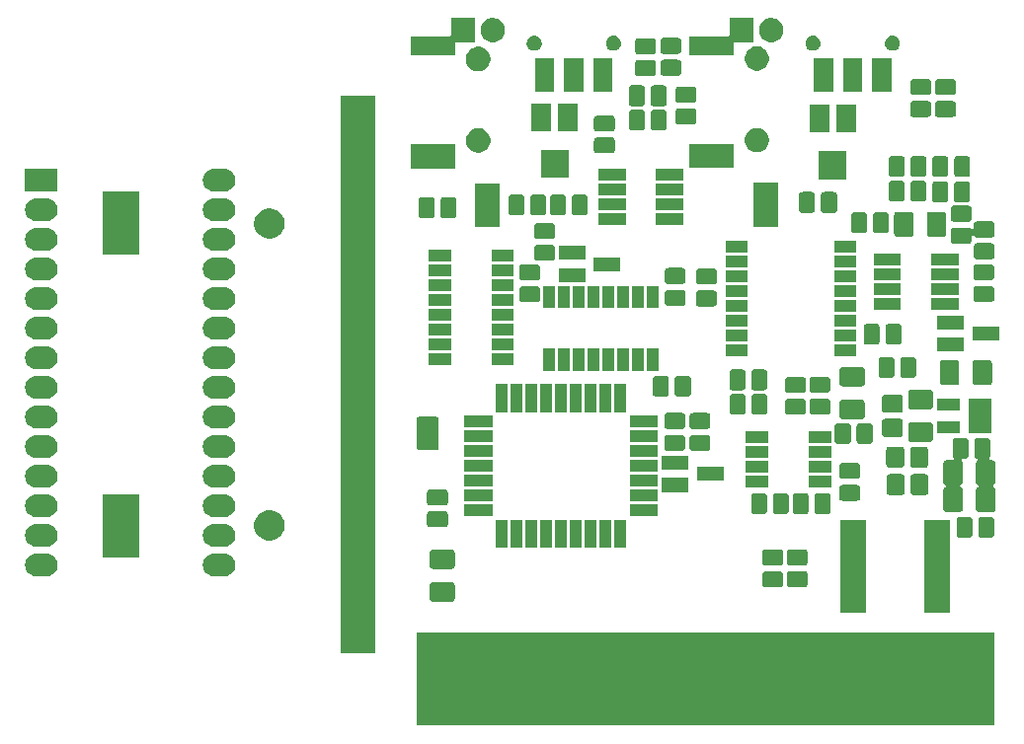
<source format=gbr>
G04 #@! TF.GenerationSoftware,KiCad,Pcbnew,(5.1.6)-1*
G04 #@! TF.CreationDate,2020-06-17T21:22:11+02:00*
G04 #@! TF.ProjectId,GBDSO,47424453-4f2e-46b6-9963-61645f706362,rev?*
G04 #@! TF.SameCoordinates,Original*
G04 #@! TF.FileFunction,Soldermask,Top*
G04 #@! TF.FilePolarity,Negative*
%FSLAX46Y46*%
G04 Gerber Fmt 4.6, Leading zero omitted, Abs format (unit mm)*
G04 Created by KiCad (PCBNEW (5.1.6)-1) date 2020-06-17 21:22:11*
%MOMM*%
%LPD*%
G01*
G04 APERTURE LIST*
%ADD10C,0.100000*%
G04 APERTURE END LIST*
D10*
G36*
X188670000Y-130630000D02*
G01*
X139170000Y-130630000D01*
X139170000Y-122630000D01*
X188670000Y-122630000D01*
X188670000Y-130630000D01*
G37*
G36*
X135640000Y-124440000D02*
G01*
X132640000Y-124440000D01*
X132640000Y-76540000D01*
X135640000Y-76540000D01*
X135640000Y-124440000D01*
G37*
G36*
X177675000Y-120940000D02*
G01*
X175525000Y-120940000D01*
X175525000Y-112940000D01*
X177675000Y-112940000D01*
X177675000Y-120940000D01*
G37*
G36*
X184875000Y-120940000D02*
G01*
X182725000Y-120940000D01*
X182725000Y-112940000D01*
X184875000Y-112940000D01*
X184875000Y-120940000D01*
G37*
G36*
X142229628Y-118330493D02*
G01*
X142277354Y-118344971D01*
X142321332Y-118368477D01*
X142359884Y-118400116D01*
X142391523Y-118438668D01*
X142415029Y-118482646D01*
X142429507Y-118530372D01*
X142435000Y-118586141D01*
X142435000Y-119713859D01*
X142429507Y-119769628D01*
X142415029Y-119817354D01*
X142391523Y-119861332D01*
X142359884Y-119899884D01*
X142321332Y-119931523D01*
X142277354Y-119955029D01*
X142229628Y-119969507D01*
X142173859Y-119975000D01*
X140546141Y-119975000D01*
X140490372Y-119969507D01*
X140442646Y-119955029D01*
X140398668Y-119931523D01*
X140360116Y-119899884D01*
X140328477Y-119861332D01*
X140304971Y-119817354D01*
X140290493Y-119769628D01*
X140285000Y-119713859D01*
X140285000Y-118586141D01*
X140290493Y-118530372D01*
X140304971Y-118482646D01*
X140328477Y-118438668D01*
X140360116Y-118400116D01*
X140398668Y-118368477D01*
X140442646Y-118344971D01*
X140490372Y-118330493D01*
X140546141Y-118325000D01*
X142173859Y-118325000D01*
X142229628Y-118330493D01*
G37*
G36*
X170363499Y-117393497D02*
G01*
X170416147Y-117409468D01*
X170464668Y-117435402D01*
X170507195Y-117470305D01*
X170542098Y-117512832D01*
X170568032Y-117561353D01*
X170584003Y-117614001D01*
X170590000Y-117674890D01*
X170590000Y-118475110D01*
X170584003Y-118535999D01*
X170568032Y-118588647D01*
X170542098Y-118637168D01*
X170507195Y-118679695D01*
X170464668Y-118714598D01*
X170416147Y-118740532D01*
X170363499Y-118756503D01*
X170302610Y-118762500D01*
X169077390Y-118762500D01*
X169016501Y-118756503D01*
X168963853Y-118740532D01*
X168915332Y-118714598D01*
X168872805Y-118679695D01*
X168837902Y-118637168D01*
X168811968Y-118588647D01*
X168795997Y-118535999D01*
X168790000Y-118475110D01*
X168790000Y-117674890D01*
X168795997Y-117614001D01*
X168811968Y-117561353D01*
X168837902Y-117512832D01*
X168872805Y-117470305D01*
X168915332Y-117435402D01*
X168963853Y-117409468D01*
X169016501Y-117393497D01*
X169077390Y-117387500D01*
X170302610Y-117387500D01*
X170363499Y-117393497D01*
G37*
G36*
X172473499Y-117363497D02*
G01*
X172526147Y-117379468D01*
X172574668Y-117405402D01*
X172617195Y-117440305D01*
X172652098Y-117482832D01*
X172678032Y-117531353D01*
X172694003Y-117584001D01*
X172700000Y-117644890D01*
X172700000Y-118445110D01*
X172694003Y-118505999D01*
X172678032Y-118558647D01*
X172652098Y-118607168D01*
X172617195Y-118649695D01*
X172574668Y-118684598D01*
X172526147Y-118710532D01*
X172473499Y-118726503D01*
X172412610Y-118732500D01*
X171187390Y-118732500D01*
X171126501Y-118726503D01*
X171073853Y-118710532D01*
X171025332Y-118684598D01*
X170982805Y-118649695D01*
X170947902Y-118607168D01*
X170921968Y-118558647D01*
X170905997Y-118505999D01*
X170900000Y-118445110D01*
X170900000Y-117644890D01*
X170905997Y-117584001D01*
X170921968Y-117531353D01*
X170947902Y-117482832D01*
X170982805Y-117440305D01*
X171025332Y-117405402D01*
X171073853Y-117379468D01*
X171126501Y-117363497D01*
X171187390Y-117357500D01*
X172412610Y-117357500D01*
X172473499Y-117363497D01*
G37*
G36*
X107585807Y-115848430D02*
G01*
X107680059Y-115877021D01*
X107774310Y-115905612D01*
X107774312Y-115905613D01*
X107948033Y-115998468D01*
X108100303Y-116123433D01*
X108225268Y-116275703D01*
X108318123Y-116449424D01*
X108375306Y-116637929D01*
X108394613Y-116833961D01*
X108375306Y-117029993D01*
X108348189Y-117119385D01*
X108332985Y-117169507D01*
X108318123Y-117218498D01*
X108225268Y-117392219D01*
X108100303Y-117544489D01*
X107948033Y-117669454D01*
X107774312Y-117762309D01*
X107774310Y-117762310D01*
X107680060Y-117790900D01*
X107585807Y-117819492D01*
X107438899Y-117833961D01*
X106540651Y-117833961D01*
X106393743Y-117819492D01*
X106299490Y-117790900D01*
X106205240Y-117762310D01*
X106205238Y-117762309D01*
X106031517Y-117669454D01*
X105879247Y-117544489D01*
X105754282Y-117392219D01*
X105661427Y-117218498D01*
X105646566Y-117169507D01*
X105631361Y-117119385D01*
X105604244Y-117029993D01*
X105584937Y-116833961D01*
X105604244Y-116637929D01*
X105661427Y-116449424D01*
X105754282Y-116275703D01*
X105879247Y-116123433D01*
X106031517Y-115998468D01*
X106205238Y-115905613D01*
X106205240Y-115905612D01*
X106299491Y-115877021D01*
X106393743Y-115848430D01*
X106540651Y-115833961D01*
X107438899Y-115833961D01*
X107585807Y-115848430D01*
G37*
G36*
X122825807Y-115848430D02*
G01*
X122920059Y-115877021D01*
X123014310Y-115905612D01*
X123014312Y-115905613D01*
X123188033Y-115998468D01*
X123340303Y-116123433D01*
X123465268Y-116275703D01*
X123558123Y-116449424D01*
X123615306Y-116637929D01*
X123634613Y-116833961D01*
X123615306Y-117029993D01*
X123588189Y-117119385D01*
X123572985Y-117169507D01*
X123558123Y-117218498D01*
X123465268Y-117392219D01*
X123340303Y-117544489D01*
X123188033Y-117669454D01*
X123014312Y-117762309D01*
X123014310Y-117762310D01*
X122920060Y-117790900D01*
X122825807Y-117819492D01*
X122678899Y-117833961D01*
X121780651Y-117833961D01*
X121633743Y-117819492D01*
X121539490Y-117790900D01*
X121445240Y-117762310D01*
X121445238Y-117762309D01*
X121271517Y-117669454D01*
X121119247Y-117544489D01*
X120994282Y-117392219D01*
X120901427Y-117218498D01*
X120886566Y-117169507D01*
X120871361Y-117119385D01*
X120844244Y-117029993D01*
X120824937Y-116833961D01*
X120844244Y-116637929D01*
X120901427Y-116449424D01*
X120994282Y-116275703D01*
X121119247Y-116123433D01*
X121271517Y-115998468D01*
X121445238Y-115905613D01*
X121445240Y-115905612D01*
X121539491Y-115877021D01*
X121633743Y-115848430D01*
X121780651Y-115833961D01*
X122678899Y-115833961D01*
X122825807Y-115848430D01*
G37*
G36*
X142229628Y-115530493D02*
G01*
X142277354Y-115544971D01*
X142321332Y-115568477D01*
X142359884Y-115600116D01*
X142391523Y-115638668D01*
X142415029Y-115682646D01*
X142429507Y-115730372D01*
X142435000Y-115786141D01*
X142435000Y-116913859D01*
X142429507Y-116969628D01*
X142415029Y-117017354D01*
X142391523Y-117061332D01*
X142359884Y-117099884D01*
X142321332Y-117131523D01*
X142277354Y-117155029D01*
X142229628Y-117169507D01*
X142173859Y-117175000D01*
X140546141Y-117175000D01*
X140490372Y-117169507D01*
X140442646Y-117155029D01*
X140398668Y-117131523D01*
X140360116Y-117099884D01*
X140328477Y-117061332D01*
X140304971Y-117017354D01*
X140290493Y-116969628D01*
X140285000Y-116913859D01*
X140285000Y-115786141D01*
X140290493Y-115730372D01*
X140304971Y-115682646D01*
X140328477Y-115638668D01*
X140360116Y-115600116D01*
X140398668Y-115568477D01*
X140442646Y-115544971D01*
X140490372Y-115530493D01*
X140546141Y-115525000D01*
X142173859Y-115525000D01*
X142229628Y-115530493D01*
G37*
G36*
X170363499Y-115518497D02*
G01*
X170416147Y-115534468D01*
X170464668Y-115560402D01*
X170507195Y-115595305D01*
X170542098Y-115637832D01*
X170568032Y-115686353D01*
X170584003Y-115739001D01*
X170590000Y-115799890D01*
X170590000Y-116600110D01*
X170584003Y-116660999D01*
X170568032Y-116713647D01*
X170542098Y-116762168D01*
X170507195Y-116804695D01*
X170464668Y-116839598D01*
X170416147Y-116865532D01*
X170363499Y-116881503D01*
X170302610Y-116887500D01*
X169077390Y-116887500D01*
X169016501Y-116881503D01*
X168963853Y-116865532D01*
X168915332Y-116839598D01*
X168872805Y-116804695D01*
X168837902Y-116762168D01*
X168811968Y-116713647D01*
X168795997Y-116660999D01*
X168790000Y-116600110D01*
X168790000Y-115799890D01*
X168795997Y-115739001D01*
X168811968Y-115686353D01*
X168837902Y-115637832D01*
X168872805Y-115595305D01*
X168915332Y-115560402D01*
X168963853Y-115534468D01*
X169016501Y-115518497D01*
X169077390Y-115512500D01*
X170302610Y-115512500D01*
X170363499Y-115518497D01*
G37*
G36*
X172473499Y-115488497D02*
G01*
X172526147Y-115504468D01*
X172574668Y-115530402D01*
X172617195Y-115565305D01*
X172652098Y-115607832D01*
X172678032Y-115656353D01*
X172694003Y-115709001D01*
X172700000Y-115769890D01*
X172700000Y-116570110D01*
X172694003Y-116630999D01*
X172678032Y-116683647D01*
X172652098Y-116732168D01*
X172617195Y-116774695D01*
X172574668Y-116809598D01*
X172526147Y-116835532D01*
X172473499Y-116851503D01*
X172412610Y-116857500D01*
X171187390Y-116857500D01*
X171126501Y-116851503D01*
X171073853Y-116835532D01*
X171025332Y-116809598D01*
X170982805Y-116774695D01*
X170947902Y-116732168D01*
X170921968Y-116683647D01*
X170905997Y-116630999D01*
X170900000Y-116570110D01*
X170900000Y-115769890D01*
X170905997Y-115709001D01*
X170921968Y-115656353D01*
X170947902Y-115607832D01*
X170982805Y-115565305D01*
X171025332Y-115530402D01*
X171073853Y-115504468D01*
X171126501Y-115488497D01*
X171187390Y-115482500D01*
X172412610Y-115482500D01*
X172473499Y-115488497D01*
G37*
G36*
X115390000Y-116190000D02*
G01*
X112240000Y-116190000D01*
X112240000Y-110790000D01*
X115390000Y-110790000D01*
X115390000Y-116190000D01*
G37*
G36*
X148240000Y-115380600D02*
G01*
X147240000Y-115380600D01*
X147240000Y-112980600D01*
X148240000Y-112980600D01*
X148240000Y-115380600D01*
G37*
G36*
X152050000Y-115380600D02*
G01*
X151050000Y-115380600D01*
X151050000Y-112980600D01*
X152050000Y-112980600D01*
X152050000Y-115380600D01*
G37*
G36*
X150780000Y-115380600D02*
G01*
X149780000Y-115380600D01*
X149780000Y-112980600D01*
X150780000Y-112980600D01*
X150780000Y-115380600D01*
G37*
G36*
X149510000Y-115380600D02*
G01*
X148510000Y-115380600D01*
X148510000Y-112980600D01*
X149510000Y-112980600D01*
X149510000Y-115380600D01*
G37*
G36*
X146970000Y-115380600D02*
G01*
X145970000Y-115380600D01*
X145970000Y-112980600D01*
X146970000Y-112980600D01*
X146970000Y-115380600D01*
G37*
G36*
X157130000Y-115380500D02*
G01*
X156130000Y-115380500D01*
X156130000Y-112980500D01*
X157130000Y-112980500D01*
X157130000Y-115380500D01*
G37*
G36*
X155860000Y-115380500D02*
G01*
X154860000Y-115380500D01*
X154860000Y-112980500D01*
X155860000Y-112980500D01*
X155860000Y-115380500D01*
G37*
G36*
X154590000Y-115380500D02*
G01*
X153590000Y-115380500D01*
X153590000Y-112980500D01*
X154590000Y-112980500D01*
X154590000Y-115380500D01*
G37*
G36*
X153320000Y-115380500D02*
G01*
X152320000Y-115380500D01*
X152320000Y-112980500D01*
X153320000Y-112980500D01*
X153320000Y-115380500D01*
G37*
G36*
X122825807Y-113308430D02*
G01*
X122920060Y-113337022D01*
X123014310Y-113365612D01*
X123014312Y-113365613D01*
X123188033Y-113458468D01*
X123340303Y-113583433D01*
X123465268Y-113735703D01*
X123558123Y-113909424D01*
X123615306Y-114097929D01*
X123634613Y-114293961D01*
X123615306Y-114489993D01*
X123558123Y-114678498D01*
X123465268Y-114852219D01*
X123340303Y-115004489D01*
X123188033Y-115129454D01*
X123014312Y-115222309D01*
X123014310Y-115222310D01*
X122920059Y-115250901D01*
X122825807Y-115279492D01*
X122678899Y-115293961D01*
X121780651Y-115293961D01*
X121633743Y-115279492D01*
X121539491Y-115250901D01*
X121445240Y-115222310D01*
X121445238Y-115222309D01*
X121271517Y-115129454D01*
X121119247Y-115004489D01*
X120994282Y-114852219D01*
X120901427Y-114678498D01*
X120844244Y-114489993D01*
X120824937Y-114293961D01*
X120844244Y-114097929D01*
X120901427Y-113909424D01*
X120994282Y-113735703D01*
X121119247Y-113583433D01*
X121271517Y-113458468D01*
X121445238Y-113365613D01*
X121445240Y-113365612D01*
X121539490Y-113337022D01*
X121633743Y-113308430D01*
X121780651Y-113293961D01*
X122678899Y-113293961D01*
X122825807Y-113308430D01*
G37*
G36*
X107585807Y-113308430D02*
G01*
X107680060Y-113337022D01*
X107774310Y-113365612D01*
X107774312Y-113365613D01*
X107948033Y-113458468D01*
X108100303Y-113583433D01*
X108225268Y-113735703D01*
X108318123Y-113909424D01*
X108375306Y-114097929D01*
X108394613Y-114293961D01*
X108375306Y-114489993D01*
X108318123Y-114678498D01*
X108225268Y-114852219D01*
X108100303Y-115004489D01*
X107948033Y-115129454D01*
X107774312Y-115222309D01*
X107774310Y-115222310D01*
X107680059Y-115250901D01*
X107585807Y-115279492D01*
X107438899Y-115293961D01*
X106540651Y-115293961D01*
X106393743Y-115279492D01*
X106299491Y-115250901D01*
X106205240Y-115222310D01*
X106205238Y-115222309D01*
X106031517Y-115129454D01*
X105879247Y-115004489D01*
X105754282Y-114852219D01*
X105661427Y-114678498D01*
X105604244Y-114489993D01*
X105584937Y-114293961D01*
X105604244Y-114097929D01*
X105661427Y-113909424D01*
X105754282Y-113735703D01*
X105879247Y-113583433D01*
X106031517Y-113458468D01*
X106205238Y-113365613D01*
X106205240Y-113365612D01*
X106299490Y-113337022D01*
X106393743Y-113308430D01*
X106540651Y-113293961D01*
X107438899Y-113293961D01*
X107585807Y-113308430D01*
G37*
G36*
X126760231Y-112158338D02*
G01*
X126919196Y-112189958D01*
X127044759Y-112241968D01*
X127136287Y-112279880D01*
X127155781Y-112287955D01*
X127368702Y-112430224D01*
X127549776Y-112611298D01*
X127664373Y-112782805D01*
X127692046Y-112824221D01*
X127712604Y-112873853D01*
X127790042Y-113060804D01*
X127840000Y-113311961D01*
X127840000Y-113568039D01*
X127790042Y-113819196D01*
X127692045Y-114055781D01*
X127549776Y-114268702D01*
X127368702Y-114449776D01*
X127155781Y-114592045D01*
X126919196Y-114690042D01*
X126668040Y-114740000D01*
X126411960Y-114740000D01*
X126160804Y-114690042D01*
X125924219Y-114592045D01*
X125711298Y-114449776D01*
X125530224Y-114268702D01*
X125387955Y-114055781D01*
X125289958Y-113819196D01*
X125240000Y-113568039D01*
X125240000Y-113311961D01*
X125289958Y-113060804D01*
X125367396Y-112873853D01*
X125387954Y-112824221D01*
X125415627Y-112782805D01*
X125530224Y-112611298D01*
X125711298Y-112430224D01*
X125924219Y-112287955D01*
X125943714Y-112279880D01*
X126035241Y-112241968D01*
X126160804Y-112189958D01*
X126319769Y-112158338D01*
X126411960Y-112140000D01*
X126668040Y-112140000D01*
X126760231Y-112158338D01*
G37*
G36*
X186593499Y-112705997D02*
G01*
X186646147Y-112721968D01*
X186694668Y-112747902D01*
X186737195Y-112782805D01*
X186772098Y-112825332D01*
X186798032Y-112873853D01*
X186814003Y-112926501D01*
X186820000Y-112987390D01*
X186820000Y-114212610D01*
X186814003Y-114273499D01*
X186798032Y-114326147D01*
X186772098Y-114374668D01*
X186737195Y-114417195D01*
X186694668Y-114452098D01*
X186646147Y-114478032D01*
X186593499Y-114494003D01*
X186532610Y-114500000D01*
X185732390Y-114500000D01*
X185671501Y-114494003D01*
X185618853Y-114478032D01*
X185570332Y-114452098D01*
X185527805Y-114417195D01*
X185492902Y-114374668D01*
X185466968Y-114326147D01*
X185450997Y-114273499D01*
X185445000Y-114212610D01*
X185445000Y-112987390D01*
X185450997Y-112926501D01*
X185466968Y-112873853D01*
X185492902Y-112825332D01*
X185527805Y-112782805D01*
X185570332Y-112747902D01*
X185618853Y-112721968D01*
X185671501Y-112705997D01*
X185732390Y-112700000D01*
X186532610Y-112700000D01*
X186593499Y-112705997D01*
G37*
G36*
X188468499Y-112705997D02*
G01*
X188521147Y-112721968D01*
X188569668Y-112747902D01*
X188612195Y-112782805D01*
X188647098Y-112825332D01*
X188673032Y-112873853D01*
X188689003Y-112926501D01*
X188695000Y-112987390D01*
X188695000Y-114212610D01*
X188689003Y-114273499D01*
X188673032Y-114326147D01*
X188647098Y-114374668D01*
X188612195Y-114417195D01*
X188569668Y-114452098D01*
X188521147Y-114478032D01*
X188468499Y-114494003D01*
X188407610Y-114500000D01*
X187607390Y-114500000D01*
X187546501Y-114494003D01*
X187493853Y-114478032D01*
X187445332Y-114452098D01*
X187402805Y-114417195D01*
X187367902Y-114374668D01*
X187341968Y-114326147D01*
X187325997Y-114273499D01*
X187320000Y-114212610D01*
X187320000Y-112987390D01*
X187325997Y-112926501D01*
X187341968Y-112873853D01*
X187367902Y-112825332D01*
X187402805Y-112782805D01*
X187445332Y-112747902D01*
X187493853Y-112721968D01*
X187546501Y-112705997D01*
X187607390Y-112700000D01*
X188407610Y-112700000D01*
X188468499Y-112705997D01*
G37*
G36*
X141623499Y-112225997D02*
G01*
X141676147Y-112241968D01*
X141724668Y-112267902D01*
X141767195Y-112302805D01*
X141802098Y-112345332D01*
X141828032Y-112393853D01*
X141844003Y-112446501D01*
X141850000Y-112507390D01*
X141850000Y-113307610D01*
X141844003Y-113368499D01*
X141828032Y-113421147D01*
X141802098Y-113469668D01*
X141767195Y-113512195D01*
X141724668Y-113547098D01*
X141676147Y-113573032D01*
X141623499Y-113589003D01*
X141562610Y-113595000D01*
X140337390Y-113595000D01*
X140276501Y-113589003D01*
X140223853Y-113573032D01*
X140175332Y-113547098D01*
X140132805Y-113512195D01*
X140097902Y-113469668D01*
X140071968Y-113421147D01*
X140055997Y-113368499D01*
X140050000Y-113307610D01*
X140050000Y-112507390D01*
X140055997Y-112446501D01*
X140071968Y-112393853D01*
X140097902Y-112345332D01*
X140132805Y-112302805D01*
X140175332Y-112267902D01*
X140223853Y-112241968D01*
X140276501Y-112225997D01*
X140337390Y-112220000D01*
X141562610Y-112220000D01*
X141623499Y-112225997D01*
G37*
G36*
X122825807Y-110768430D02*
G01*
X122874539Y-110783213D01*
X123014310Y-110825612D01*
X123014312Y-110825613D01*
X123188033Y-110918468D01*
X123340303Y-111043433D01*
X123465268Y-111195703D01*
X123539723Y-111335000D01*
X123558124Y-111369426D01*
X123580537Y-111443312D01*
X123615306Y-111557929D01*
X123634613Y-111753961D01*
X123615306Y-111949993D01*
X123615305Y-111949995D01*
X123561839Y-112126250D01*
X123558123Y-112138498D01*
X123465268Y-112312219D01*
X123340303Y-112464489D01*
X123188033Y-112589454D01*
X123014312Y-112682309D01*
X123014310Y-112682310D01*
X122936224Y-112705997D01*
X122825807Y-112739492D01*
X122678899Y-112753961D01*
X121780651Y-112753961D01*
X121633743Y-112739492D01*
X121523326Y-112705997D01*
X121445240Y-112682310D01*
X121445238Y-112682309D01*
X121271517Y-112589454D01*
X121119247Y-112464489D01*
X120994282Y-112312219D01*
X120901427Y-112138498D01*
X120897712Y-112126250D01*
X120844245Y-111949995D01*
X120844244Y-111949993D01*
X120824937Y-111753961D01*
X120844244Y-111557929D01*
X120879013Y-111443312D01*
X120901426Y-111369426D01*
X120919827Y-111335000D01*
X120994282Y-111195703D01*
X121119247Y-111043433D01*
X121271517Y-110918468D01*
X121445238Y-110825613D01*
X121445240Y-110825612D01*
X121585011Y-110783213D01*
X121633743Y-110768430D01*
X121780651Y-110753961D01*
X122678899Y-110753961D01*
X122825807Y-110768430D01*
G37*
G36*
X107585807Y-110768430D02*
G01*
X107634539Y-110783213D01*
X107774310Y-110825612D01*
X107774312Y-110825613D01*
X107948033Y-110918468D01*
X108100303Y-111043433D01*
X108225268Y-111195703D01*
X108299723Y-111335000D01*
X108318124Y-111369426D01*
X108340537Y-111443312D01*
X108375306Y-111557929D01*
X108394613Y-111753961D01*
X108375306Y-111949993D01*
X108375305Y-111949995D01*
X108321839Y-112126250D01*
X108318123Y-112138498D01*
X108225268Y-112312219D01*
X108100303Y-112464489D01*
X107948033Y-112589454D01*
X107774312Y-112682309D01*
X107774310Y-112682310D01*
X107696224Y-112705997D01*
X107585807Y-112739492D01*
X107438899Y-112753961D01*
X106540651Y-112753961D01*
X106393743Y-112739492D01*
X106283326Y-112705997D01*
X106205240Y-112682310D01*
X106205238Y-112682309D01*
X106031517Y-112589454D01*
X105879247Y-112464489D01*
X105754282Y-112312219D01*
X105661427Y-112138498D01*
X105657712Y-112126250D01*
X105604245Y-111949995D01*
X105604244Y-111949993D01*
X105584937Y-111753961D01*
X105604244Y-111557929D01*
X105639013Y-111443312D01*
X105661426Y-111369426D01*
X105679827Y-111335000D01*
X105754282Y-111195703D01*
X105879247Y-111043433D01*
X106031517Y-110918468D01*
X106205238Y-110825613D01*
X106205240Y-110825612D01*
X106345011Y-110783213D01*
X106393743Y-110768430D01*
X106540651Y-110753961D01*
X107438899Y-110753961D01*
X107585807Y-110768430D01*
G37*
G36*
X145652500Y-112660000D02*
G01*
X143252500Y-112660000D01*
X143252500Y-111660000D01*
X145652500Y-111660000D01*
X145652500Y-112660000D01*
G37*
G36*
X159847500Y-112660000D02*
G01*
X157447500Y-112660000D01*
X157447500Y-111660000D01*
X159847500Y-111660000D01*
X159847500Y-112660000D01*
G37*
G36*
X170860999Y-110675997D02*
G01*
X170913647Y-110691968D01*
X170962168Y-110717902D01*
X171004695Y-110752805D01*
X171039598Y-110795332D01*
X171065532Y-110843853D01*
X171081503Y-110896501D01*
X171087500Y-110957390D01*
X171087500Y-112182610D01*
X171081503Y-112243499D01*
X171065532Y-112296147D01*
X171039598Y-112344668D01*
X171004695Y-112387195D01*
X170962168Y-112422098D01*
X170913647Y-112448032D01*
X170860999Y-112464003D01*
X170800110Y-112470000D01*
X169999890Y-112470000D01*
X169939001Y-112464003D01*
X169886353Y-112448032D01*
X169837832Y-112422098D01*
X169795305Y-112387195D01*
X169760402Y-112344668D01*
X169734468Y-112296147D01*
X169718497Y-112243499D01*
X169712500Y-112182610D01*
X169712500Y-110957390D01*
X169718497Y-110896501D01*
X169734468Y-110843853D01*
X169760402Y-110795332D01*
X169795305Y-110752805D01*
X169837832Y-110717902D01*
X169886353Y-110691968D01*
X169939001Y-110675997D01*
X169999890Y-110670000D01*
X170800110Y-110670000D01*
X170860999Y-110675997D01*
G37*
G36*
X174435999Y-110675997D02*
G01*
X174488647Y-110691968D01*
X174537168Y-110717902D01*
X174579695Y-110752805D01*
X174614598Y-110795332D01*
X174640532Y-110843853D01*
X174656503Y-110896501D01*
X174662500Y-110957390D01*
X174662500Y-112182610D01*
X174656503Y-112243499D01*
X174640532Y-112296147D01*
X174614598Y-112344668D01*
X174579695Y-112387195D01*
X174537168Y-112422098D01*
X174488647Y-112448032D01*
X174435999Y-112464003D01*
X174375110Y-112470000D01*
X173574890Y-112470000D01*
X173514001Y-112464003D01*
X173461353Y-112448032D01*
X173412832Y-112422098D01*
X173370305Y-112387195D01*
X173335402Y-112344668D01*
X173309468Y-112296147D01*
X173293497Y-112243499D01*
X173287500Y-112182610D01*
X173287500Y-110957390D01*
X173293497Y-110896501D01*
X173309468Y-110843853D01*
X173335402Y-110795332D01*
X173370305Y-110752805D01*
X173412832Y-110717902D01*
X173461353Y-110691968D01*
X173514001Y-110675997D01*
X173574890Y-110670000D01*
X174375110Y-110670000D01*
X174435999Y-110675997D01*
G37*
G36*
X168985999Y-110675997D02*
G01*
X169038647Y-110691968D01*
X169087168Y-110717902D01*
X169129695Y-110752805D01*
X169164598Y-110795332D01*
X169190532Y-110843853D01*
X169206503Y-110896501D01*
X169212500Y-110957390D01*
X169212500Y-112182610D01*
X169206503Y-112243499D01*
X169190532Y-112296147D01*
X169164598Y-112344668D01*
X169129695Y-112387195D01*
X169087168Y-112422098D01*
X169038647Y-112448032D01*
X168985999Y-112464003D01*
X168925110Y-112470000D01*
X168124890Y-112470000D01*
X168064001Y-112464003D01*
X168011353Y-112448032D01*
X167962832Y-112422098D01*
X167920305Y-112387195D01*
X167885402Y-112344668D01*
X167859468Y-112296147D01*
X167843497Y-112243499D01*
X167837500Y-112182610D01*
X167837500Y-110957390D01*
X167843497Y-110896501D01*
X167859468Y-110843853D01*
X167885402Y-110795332D01*
X167920305Y-110752805D01*
X167962832Y-110717902D01*
X168011353Y-110691968D01*
X168064001Y-110675997D01*
X168124890Y-110670000D01*
X168925110Y-110670000D01*
X168985999Y-110675997D01*
G37*
G36*
X172560999Y-110675997D02*
G01*
X172613647Y-110691968D01*
X172662168Y-110717902D01*
X172704695Y-110752805D01*
X172739598Y-110795332D01*
X172765532Y-110843853D01*
X172781503Y-110896501D01*
X172787500Y-110957390D01*
X172787500Y-112182610D01*
X172781503Y-112243499D01*
X172765532Y-112296147D01*
X172739598Y-112344668D01*
X172704695Y-112387195D01*
X172662168Y-112422098D01*
X172613647Y-112448032D01*
X172560999Y-112464003D01*
X172500110Y-112470000D01*
X171699890Y-112470000D01*
X171639001Y-112464003D01*
X171586353Y-112448032D01*
X171537832Y-112422098D01*
X171495305Y-112387195D01*
X171460402Y-112344668D01*
X171434468Y-112296147D01*
X171418497Y-112243499D01*
X171412500Y-112182610D01*
X171412500Y-110957390D01*
X171418497Y-110896501D01*
X171434468Y-110843853D01*
X171460402Y-110795332D01*
X171495305Y-110752805D01*
X171537832Y-110717902D01*
X171586353Y-110691968D01*
X171639001Y-110675997D01*
X171699890Y-110670000D01*
X172500110Y-110670000D01*
X172560999Y-110675997D01*
G37*
G36*
X186253499Y-105925997D02*
G01*
X186306147Y-105941968D01*
X186354668Y-105967902D01*
X186397195Y-106002805D01*
X186432098Y-106045332D01*
X186458032Y-106093853D01*
X186474003Y-106146501D01*
X186480000Y-106207390D01*
X186480000Y-107432610D01*
X186474003Y-107493499D01*
X186458032Y-107546147D01*
X186432098Y-107594668D01*
X186397195Y-107637195D01*
X186354668Y-107672098D01*
X186306147Y-107698032D01*
X186253499Y-107714003D01*
X186192610Y-107720000D01*
X185999942Y-107720000D01*
X185975556Y-107722402D01*
X185952107Y-107729515D01*
X185930496Y-107741066D01*
X185911554Y-107756611D01*
X185896009Y-107775553D01*
X185884458Y-107797164D01*
X185877345Y-107820613D01*
X185874943Y-107844999D01*
X185877345Y-107869385D01*
X185884458Y-107892834D01*
X185896009Y-107914445D01*
X185903317Y-107924298D01*
X185931521Y-107958665D01*
X185955029Y-108002646D01*
X185969507Y-108050372D01*
X185975000Y-108106141D01*
X185975000Y-109733859D01*
X185969507Y-109789628D01*
X185955029Y-109837354D01*
X185931523Y-109881332D01*
X185899884Y-109919884D01*
X185861332Y-109951523D01*
X185836567Y-109964760D01*
X185816193Y-109978374D01*
X185798865Y-109995700D01*
X185785251Y-110016075D01*
X185775874Y-110038713D01*
X185771093Y-110062747D01*
X185771093Y-110087251D01*
X185775873Y-110111284D01*
X185785250Y-110133923D01*
X185798864Y-110154297D01*
X185816190Y-110171625D01*
X185836567Y-110185240D01*
X185861332Y-110198477D01*
X185899884Y-110230116D01*
X185931523Y-110268668D01*
X185955029Y-110312646D01*
X185969507Y-110360372D01*
X185975000Y-110416141D01*
X185975000Y-112043859D01*
X185969507Y-112099628D01*
X185955029Y-112147354D01*
X185931523Y-112191332D01*
X185899884Y-112229884D01*
X185861332Y-112261523D01*
X185817354Y-112285029D01*
X185769628Y-112299507D01*
X185713859Y-112305000D01*
X184586141Y-112305000D01*
X184530372Y-112299507D01*
X184482646Y-112285029D01*
X184438668Y-112261523D01*
X184400116Y-112229884D01*
X184368477Y-112191332D01*
X184344971Y-112147354D01*
X184330493Y-112099628D01*
X184325000Y-112043859D01*
X184325000Y-110416141D01*
X184330493Y-110360372D01*
X184344971Y-110312646D01*
X184368477Y-110268668D01*
X184400116Y-110230116D01*
X184438668Y-110198477D01*
X184463433Y-110185240D01*
X184483807Y-110171626D01*
X184501135Y-110154300D01*
X184514749Y-110133925D01*
X184524126Y-110111287D01*
X184528907Y-110087253D01*
X184528907Y-110062749D01*
X184524127Y-110038716D01*
X184514750Y-110016077D01*
X184501136Y-109995703D01*
X184483810Y-109978375D01*
X184463433Y-109964760D01*
X184438668Y-109951523D01*
X184400116Y-109919884D01*
X184368477Y-109881332D01*
X184344971Y-109837354D01*
X184330493Y-109789628D01*
X184325000Y-109733859D01*
X184325000Y-108106141D01*
X184330493Y-108050372D01*
X184344971Y-108002646D01*
X184368477Y-107958668D01*
X184400116Y-107920116D01*
X184438668Y-107888477D01*
X184482646Y-107864971D01*
X184530372Y-107850493D01*
X184586141Y-107845000D01*
X185094057Y-107845000D01*
X185118443Y-107842598D01*
X185141892Y-107835485D01*
X185163503Y-107823934D01*
X185182445Y-107808389D01*
X185197990Y-107789447D01*
X185209541Y-107767836D01*
X185216654Y-107744387D01*
X185219056Y-107720001D01*
X185216654Y-107695615D01*
X185209541Y-107672166D01*
X185197990Y-107650555D01*
X185190681Y-107640701D01*
X185152904Y-107594671D01*
X185126968Y-107546147D01*
X185110997Y-107493499D01*
X185105000Y-107432610D01*
X185105000Y-106207390D01*
X185110997Y-106146501D01*
X185126968Y-106093853D01*
X185152902Y-106045332D01*
X185187805Y-106002805D01*
X185230332Y-105967902D01*
X185278853Y-105941968D01*
X185331501Y-105925997D01*
X185392390Y-105920000D01*
X186192610Y-105920000D01*
X186253499Y-105925997D01*
G37*
G36*
X188128499Y-105925997D02*
G01*
X188181147Y-105941968D01*
X188229668Y-105967902D01*
X188272195Y-106002805D01*
X188307098Y-106045332D01*
X188333032Y-106093853D01*
X188349003Y-106146501D01*
X188355000Y-106207390D01*
X188355000Y-107432610D01*
X188349003Y-107493499D01*
X188333032Y-107546147D01*
X188307096Y-107594671D01*
X188269319Y-107640701D01*
X188255705Y-107661075D01*
X188246327Y-107683714D01*
X188241546Y-107707747D01*
X188241546Y-107732251D01*
X188246326Y-107756284D01*
X188255703Y-107778923D01*
X188269316Y-107799298D01*
X188286643Y-107816625D01*
X188307017Y-107830239D01*
X188329656Y-107839617D01*
X188353689Y-107844398D01*
X188365943Y-107845000D01*
X188513859Y-107845000D01*
X188569628Y-107850493D01*
X188617354Y-107864971D01*
X188661332Y-107888477D01*
X188699884Y-107920116D01*
X188731523Y-107958668D01*
X188755029Y-108002646D01*
X188769507Y-108050372D01*
X188775000Y-108106141D01*
X188775000Y-109733859D01*
X188769507Y-109789628D01*
X188755029Y-109837354D01*
X188731523Y-109881332D01*
X188699884Y-109919884D01*
X188661332Y-109951523D01*
X188636567Y-109964760D01*
X188616193Y-109978374D01*
X188598865Y-109995700D01*
X188585251Y-110016075D01*
X188575874Y-110038713D01*
X188571093Y-110062747D01*
X188571093Y-110087251D01*
X188575873Y-110111284D01*
X188585250Y-110133923D01*
X188598864Y-110154297D01*
X188616190Y-110171625D01*
X188636567Y-110185240D01*
X188661332Y-110198477D01*
X188699884Y-110230116D01*
X188731523Y-110268668D01*
X188755029Y-110312646D01*
X188769507Y-110360372D01*
X188775000Y-110416141D01*
X188775000Y-112043859D01*
X188769507Y-112099628D01*
X188755029Y-112147354D01*
X188731523Y-112191332D01*
X188699884Y-112229884D01*
X188661332Y-112261523D01*
X188617354Y-112285029D01*
X188569628Y-112299507D01*
X188513859Y-112305000D01*
X187386141Y-112305000D01*
X187330372Y-112299507D01*
X187282646Y-112285029D01*
X187238668Y-112261523D01*
X187200116Y-112229884D01*
X187168477Y-112191332D01*
X187144971Y-112147354D01*
X187130493Y-112099628D01*
X187125000Y-112043859D01*
X187125000Y-110416141D01*
X187130493Y-110360372D01*
X187144971Y-110312646D01*
X187168477Y-110268668D01*
X187200116Y-110230116D01*
X187238668Y-110198477D01*
X187263433Y-110185240D01*
X187283807Y-110171626D01*
X187301135Y-110154300D01*
X187314749Y-110133925D01*
X187324126Y-110111287D01*
X187328907Y-110087253D01*
X187328907Y-110062749D01*
X187324127Y-110038716D01*
X187314750Y-110016077D01*
X187301136Y-109995703D01*
X187283810Y-109978375D01*
X187263433Y-109964760D01*
X187238668Y-109951523D01*
X187200116Y-109919884D01*
X187168477Y-109881332D01*
X187144971Y-109837354D01*
X187130493Y-109789628D01*
X187125000Y-109733859D01*
X187125000Y-108106141D01*
X187130493Y-108050372D01*
X187144971Y-108002646D01*
X187168477Y-107958668D01*
X187200118Y-107920113D01*
X187204435Y-107916570D01*
X187221762Y-107899243D01*
X187235376Y-107878869D01*
X187244753Y-107856230D01*
X187249533Y-107832197D01*
X187249533Y-107807692D01*
X187244752Y-107783659D01*
X187235375Y-107761020D01*
X187221761Y-107740646D01*
X187204434Y-107723319D01*
X187184060Y-107709705D01*
X187161421Y-107700328D01*
X187153853Y-107698032D01*
X187105332Y-107672098D01*
X187062805Y-107637195D01*
X187027902Y-107594668D01*
X187001968Y-107546147D01*
X186985997Y-107493499D01*
X186980000Y-107432610D01*
X186980000Y-106207390D01*
X186985997Y-106146501D01*
X187001968Y-106093853D01*
X187027902Y-106045332D01*
X187062805Y-106002805D01*
X187105332Y-105967902D01*
X187153853Y-105941968D01*
X187206501Y-105925997D01*
X187267390Y-105920000D01*
X188067610Y-105920000D01*
X188128499Y-105925997D01*
G37*
G36*
X141623499Y-110350997D02*
G01*
X141676147Y-110366968D01*
X141724668Y-110392902D01*
X141767195Y-110427805D01*
X141802098Y-110470332D01*
X141828032Y-110518853D01*
X141844003Y-110571501D01*
X141850000Y-110632390D01*
X141850000Y-111432610D01*
X141844003Y-111493499D01*
X141828032Y-111546147D01*
X141802098Y-111594668D01*
X141767195Y-111637195D01*
X141724668Y-111672098D01*
X141676147Y-111698032D01*
X141623499Y-111714003D01*
X141562610Y-111720000D01*
X140337390Y-111720000D01*
X140276501Y-111714003D01*
X140223853Y-111698032D01*
X140175332Y-111672098D01*
X140132805Y-111637195D01*
X140097902Y-111594668D01*
X140071968Y-111546147D01*
X140055997Y-111493499D01*
X140050000Y-111432610D01*
X140050000Y-110632390D01*
X140055997Y-110571501D01*
X140071968Y-110518853D01*
X140097902Y-110470332D01*
X140132805Y-110427805D01*
X140175332Y-110392902D01*
X140223853Y-110366968D01*
X140276501Y-110350997D01*
X140337390Y-110345000D01*
X141562610Y-110345000D01*
X141623499Y-110350997D01*
G37*
G36*
X159847500Y-111390000D02*
G01*
X157447500Y-111390000D01*
X157447500Y-110390000D01*
X159847500Y-110390000D01*
X159847500Y-111390000D01*
G37*
G36*
X145652500Y-111390000D02*
G01*
X143252500Y-111390000D01*
X143252500Y-110390000D01*
X145652500Y-110390000D01*
X145652500Y-111390000D01*
G37*
G36*
X176973499Y-109965997D02*
G01*
X177026147Y-109981968D01*
X177074668Y-110007902D01*
X177117195Y-110042805D01*
X177152098Y-110085332D01*
X177178032Y-110133853D01*
X177194003Y-110186501D01*
X177200000Y-110247390D01*
X177200000Y-111047610D01*
X177194003Y-111108499D01*
X177178032Y-111161147D01*
X177152098Y-111209668D01*
X177117195Y-111252195D01*
X177074668Y-111287098D01*
X177026147Y-111313032D01*
X176973499Y-111329003D01*
X176912610Y-111335000D01*
X175687390Y-111335000D01*
X175626501Y-111329003D01*
X175573853Y-111313032D01*
X175525332Y-111287098D01*
X175482805Y-111252195D01*
X175447902Y-111209668D01*
X175421968Y-111161147D01*
X175405997Y-111108499D01*
X175400000Y-111047610D01*
X175400000Y-110247390D01*
X175405997Y-110186501D01*
X175421968Y-110133853D01*
X175447902Y-110085332D01*
X175482805Y-110042805D01*
X175525332Y-110007902D01*
X175573853Y-109981968D01*
X175626501Y-109965997D01*
X175687390Y-109960000D01*
X176912610Y-109960000D01*
X176973499Y-109965997D01*
G37*
G36*
X180795529Y-109045710D02*
G01*
X180845378Y-109060831D01*
X180891310Y-109085382D01*
X180931574Y-109118426D01*
X180964618Y-109158690D01*
X180989169Y-109204622D01*
X181004290Y-109254471D01*
X181010000Y-109312444D01*
X181010000Y-110567556D01*
X181004290Y-110625529D01*
X180989169Y-110675378D01*
X180964618Y-110721310D01*
X180931574Y-110761574D01*
X180891310Y-110794618D01*
X180845378Y-110819169D01*
X180795529Y-110834290D01*
X180737556Y-110840000D01*
X179732444Y-110840000D01*
X179674471Y-110834290D01*
X179624622Y-110819169D01*
X179578690Y-110794618D01*
X179538426Y-110761574D01*
X179505382Y-110721310D01*
X179480831Y-110675378D01*
X179465710Y-110625529D01*
X179460000Y-110567556D01*
X179460000Y-109312444D01*
X179465710Y-109254471D01*
X179480831Y-109204622D01*
X179505382Y-109158690D01*
X179538426Y-109118426D01*
X179578690Y-109085382D01*
X179624622Y-109060831D01*
X179674471Y-109045710D01*
X179732444Y-109040000D01*
X180737556Y-109040000D01*
X180795529Y-109045710D01*
G37*
G36*
X182845529Y-109045710D02*
G01*
X182895378Y-109060831D01*
X182941310Y-109085382D01*
X182981574Y-109118426D01*
X183014618Y-109158690D01*
X183039169Y-109204622D01*
X183054290Y-109254471D01*
X183060000Y-109312444D01*
X183060000Y-110567556D01*
X183054290Y-110625529D01*
X183039169Y-110675378D01*
X183014618Y-110721310D01*
X182981574Y-110761574D01*
X182941310Y-110794618D01*
X182895378Y-110819169D01*
X182845529Y-110834290D01*
X182787556Y-110840000D01*
X181782444Y-110840000D01*
X181724471Y-110834290D01*
X181674622Y-110819169D01*
X181628690Y-110794618D01*
X181588426Y-110761574D01*
X181555382Y-110721310D01*
X181530831Y-110675378D01*
X181515710Y-110625529D01*
X181510000Y-110567556D01*
X181510000Y-109312444D01*
X181515710Y-109254471D01*
X181530831Y-109204622D01*
X181555382Y-109158690D01*
X181588426Y-109118426D01*
X181628690Y-109085382D01*
X181674622Y-109060831D01*
X181724471Y-109045710D01*
X181782444Y-109040000D01*
X182787556Y-109040000D01*
X182845529Y-109045710D01*
G37*
G36*
X162480000Y-110580000D02*
G01*
X160180000Y-110580000D01*
X160180000Y-109380000D01*
X162480000Y-109380000D01*
X162480000Y-110580000D01*
G37*
G36*
X122825807Y-108228430D02*
G01*
X122856606Y-108237773D01*
X123014310Y-108285612D01*
X123014312Y-108285613D01*
X123188033Y-108378468D01*
X123340303Y-108503433D01*
X123465268Y-108655703D01*
X123558123Y-108829424D01*
X123615306Y-109017929D01*
X123634613Y-109213961D01*
X123615306Y-109409993D01*
X123600136Y-109460000D01*
X123575869Y-109540000D01*
X123558123Y-109598498D01*
X123465268Y-109772219D01*
X123340303Y-109924489D01*
X123188033Y-110049454D01*
X123030132Y-110133853D01*
X123014310Y-110142310D01*
X122951573Y-110161341D01*
X122825807Y-110199492D01*
X122678899Y-110213961D01*
X121780651Y-110213961D01*
X121633743Y-110199492D01*
X121507977Y-110161341D01*
X121445240Y-110142310D01*
X121429418Y-110133853D01*
X121271517Y-110049454D01*
X121119247Y-109924489D01*
X120994282Y-109772219D01*
X120901427Y-109598498D01*
X120883682Y-109540000D01*
X120859414Y-109460000D01*
X120844244Y-109409993D01*
X120824937Y-109213961D01*
X120844244Y-109017929D01*
X120901427Y-108829424D01*
X120994282Y-108655703D01*
X121119247Y-108503433D01*
X121271517Y-108378468D01*
X121445238Y-108285613D01*
X121445240Y-108285612D01*
X121602944Y-108237773D01*
X121633743Y-108228430D01*
X121780651Y-108213961D01*
X122678899Y-108213961D01*
X122825807Y-108228430D01*
G37*
G36*
X107585807Y-108228430D02*
G01*
X107616606Y-108237773D01*
X107774310Y-108285612D01*
X107774312Y-108285613D01*
X107948033Y-108378468D01*
X108100303Y-108503433D01*
X108225268Y-108655703D01*
X108318123Y-108829424D01*
X108375306Y-109017929D01*
X108394613Y-109213961D01*
X108375306Y-109409993D01*
X108360136Y-109460000D01*
X108335869Y-109540000D01*
X108318123Y-109598498D01*
X108225268Y-109772219D01*
X108100303Y-109924489D01*
X107948033Y-110049454D01*
X107790132Y-110133853D01*
X107774310Y-110142310D01*
X107711573Y-110161341D01*
X107585807Y-110199492D01*
X107438899Y-110213961D01*
X106540651Y-110213961D01*
X106393743Y-110199492D01*
X106267977Y-110161341D01*
X106205240Y-110142310D01*
X106189418Y-110133853D01*
X106031517Y-110049454D01*
X105879247Y-109924489D01*
X105754282Y-109772219D01*
X105661427Y-109598498D01*
X105643682Y-109540000D01*
X105619414Y-109460000D01*
X105604244Y-109409993D01*
X105584937Y-109213961D01*
X105604244Y-109017929D01*
X105661427Y-108829424D01*
X105754282Y-108655703D01*
X105879247Y-108503433D01*
X106031517Y-108378468D01*
X106205238Y-108285613D01*
X106205240Y-108285612D01*
X106362944Y-108237773D01*
X106393743Y-108228430D01*
X106540651Y-108213961D01*
X107438899Y-108213961D01*
X107585807Y-108228430D01*
G37*
G36*
X169350000Y-110200000D02*
G01*
X167400000Y-110200000D01*
X167400000Y-109200000D01*
X169350000Y-109200000D01*
X169350000Y-110200000D01*
G37*
G36*
X174750000Y-110200000D02*
G01*
X172800000Y-110200000D01*
X172800000Y-109200000D01*
X174750000Y-109200000D01*
X174750000Y-110200000D01*
G37*
G36*
X145652500Y-110120000D02*
G01*
X143252500Y-110120000D01*
X143252500Y-109120000D01*
X145652500Y-109120000D01*
X145652500Y-110120000D01*
G37*
G36*
X159847500Y-110120000D02*
G01*
X157447500Y-110120000D01*
X157447500Y-109120000D01*
X159847500Y-109120000D01*
X159847500Y-110120000D01*
G37*
G36*
X165480000Y-109630000D02*
G01*
X163180000Y-109630000D01*
X163180000Y-108430000D01*
X165480000Y-108430000D01*
X165480000Y-109630000D01*
G37*
G36*
X176973499Y-108090997D02*
G01*
X177026147Y-108106968D01*
X177074668Y-108132902D01*
X177117195Y-108167805D01*
X177152098Y-108210332D01*
X177178032Y-108258853D01*
X177194003Y-108311501D01*
X177200000Y-108372390D01*
X177200000Y-109172610D01*
X177194003Y-109233499D01*
X177178032Y-109286147D01*
X177152098Y-109334668D01*
X177117195Y-109377195D01*
X177074668Y-109412098D01*
X177026147Y-109438032D01*
X176973499Y-109454003D01*
X176912610Y-109460000D01*
X175687390Y-109460000D01*
X175626501Y-109454003D01*
X175573853Y-109438032D01*
X175525332Y-109412098D01*
X175482805Y-109377195D01*
X175447902Y-109334668D01*
X175421968Y-109286147D01*
X175405997Y-109233499D01*
X175400000Y-109172610D01*
X175400000Y-108372390D01*
X175405997Y-108311501D01*
X175421968Y-108258853D01*
X175447902Y-108210332D01*
X175482805Y-108167805D01*
X175525332Y-108132902D01*
X175573853Y-108106968D01*
X175626501Y-108090997D01*
X175687390Y-108085000D01*
X176912610Y-108085000D01*
X176973499Y-108090997D01*
G37*
G36*
X174750000Y-108930000D02*
G01*
X172800000Y-108930000D01*
X172800000Y-107930000D01*
X174750000Y-107930000D01*
X174750000Y-108930000D01*
G37*
G36*
X169350000Y-108930000D02*
G01*
X167400000Y-108930000D01*
X167400000Y-107930000D01*
X169350000Y-107930000D01*
X169350000Y-108930000D01*
G37*
G36*
X145652500Y-108850000D02*
G01*
X143252500Y-108850000D01*
X143252500Y-107850000D01*
X145652500Y-107850000D01*
X145652500Y-108850000D01*
G37*
G36*
X159847500Y-108850000D02*
G01*
X157447500Y-108850000D01*
X157447500Y-107850000D01*
X159847500Y-107850000D01*
X159847500Y-108850000D01*
G37*
G36*
X162480000Y-108680000D02*
G01*
X160180000Y-108680000D01*
X160180000Y-107480000D01*
X162480000Y-107480000D01*
X162480000Y-108680000D01*
G37*
G36*
X180765529Y-106685710D02*
G01*
X180815378Y-106700831D01*
X180861310Y-106725382D01*
X180901574Y-106758426D01*
X180934618Y-106798690D01*
X180959169Y-106844622D01*
X180974290Y-106894471D01*
X180980000Y-106952444D01*
X180980000Y-108207556D01*
X180974290Y-108265529D01*
X180959169Y-108315378D01*
X180934618Y-108361310D01*
X180901574Y-108401574D01*
X180861310Y-108434618D01*
X180815378Y-108459169D01*
X180765529Y-108474290D01*
X180707556Y-108480000D01*
X179702444Y-108480000D01*
X179644471Y-108474290D01*
X179594622Y-108459169D01*
X179548690Y-108434618D01*
X179508426Y-108401574D01*
X179475382Y-108361310D01*
X179450831Y-108315378D01*
X179435710Y-108265529D01*
X179430000Y-108207556D01*
X179430000Y-106952444D01*
X179435710Y-106894471D01*
X179450831Y-106844622D01*
X179475382Y-106798690D01*
X179508426Y-106758426D01*
X179548690Y-106725382D01*
X179594622Y-106700831D01*
X179644471Y-106685710D01*
X179702444Y-106680000D01*
X180707556Y-106680000D01*
X180765529Y-106685710D01*
G37*
G36*
X182815529Y-106685710D02*
G01*
X182865378Y-106700831D01*
X182911310Y-106725382D01*
X182951574Y-106758426D01*
X182984618Y-106798690D01*
X183009169Y-106844622D01*
X183024290Y-106894471D01*
X183030000Y-106952444D01*
X183030000Y-108207556D01*
X183024290Y-108265529D01*
X183009169Y-108315378D01*
X182984618Y-108361310D01*
X182951574Y-108401574D01*
X182911310Y-108434618D01*
X182865378Y-108459169D01*
X182815529Y-108474290D01*
X182757556Y-108480000D01*
X181752444Y-108480000D01*
X181694471Y-108474290D01*
X181644622Y-108459169D01*
X181598690Y-108434618D01*
X181558426Y-108401574D01*
X181525382Y-108361310D01*
X181500831Y-108315378D01*
X181485710Y-108265529D01*
X181480000Y-108207556D01*
X181480000Y-106952444D01*
X181485710Y-106894471D01*
X181500831Y-106844622D01*
X181525382Y-106798690D01*
X181558426Y-106758426D01*
X181598690Y-106725382D01*
X181644622Y-106700831D01*
X181694471Y-106685710D01*
X181752444Y-106680000D01*
X182757556Y-106680000D01*
X182815529Y-106685710D01*
G37*
G36*
X122825807Y-105688430D02*
G01*
X122898238Y-105710402D01*
X123014310Y-105745612D01*
X123014312Y-105745613D01*
X123188033Y-105838468D01*
X123340303Y-105963433D01*
X123465268Y-106115703D01*
X123541679Y-106258659D01*
X123558124Y-106289426D01*
X123576292Y-106349318D01*
X123615306Y-106477929D01*
X123634613Y-106673961D01*
X123615306Y-106869993D01*
X123590666Y-106951219D01*
X123564222Y-107038395D01*
X123558123Y-107058498D01*
X123465268Y-107232219D01*
X123340303Y-107384489D01*
X123188033Y-107509454D01*
X123028607Y-107594668D01*
X123014310Y-107602310D01*
X122920059Y-107630901D01*
X122825807Y-107659492D01*
X122678899Y-107673961D01*
X121780651Y-107673961D01*
X121633743Y-107659492D01*
X121539491Y-107630901D01*
X121445240Y-107602310D01*
X121430943Y-107594668D01*
X121271517Y-107509454D01*
X121119247Y-107384489D01*
X120994282Y-107232219D01*
X120901427Y-107058498D01*
X120895329Y-107038395D01*
X120868884Y-106951219D01*
X120844244Y-106869993D01*
X120824937Y-106673961D01*
X120844244Y-106477929D01*
X120883258Y-106349318D01*
X120901426Y-106289426D01*
X120917871Y-106258659D01*
X120994282Y-106115703D01*
X121119247Y-105963433D01*
X121271517Y-105838468D01*
X121445238Y-105745613D01*
X121445240Y-105745612D01*
X121561312Y-105710402D01*
X121633743Y-105688430D01*
X121780651Y-105673961D01*
X122678899Y-105673961D01*
X122825807Y-105688430D01*
G37*
G36*
X107585807Y-105688430D02*
G01*
X107658238Y-105710402D01*
X107774310Y-105745612D01*
X107774312Y-105745613D01*
X107948033Y-105838468D01*
X108100303Y-105963433D01*
X108225268Y-106115703D01*
X108301679Y-106258659D01*
X108318124Y-106289426D01*
X108336292Y-106349318D01*
X108375306Y-106477929D01*
X108394613Y-106673961D01*
X108375306Y-106869993D01*
X108350666Y-106951219D01*
X108324222Y-107038395D01*
X108318123Y-107058498D01*
X108225268Y-107232219D01*
X108100303Y-107384489D01*
X107948033Y-107509454D01*
X107788607Y-107594668D01*
X107774310Y-107602310D01*
X107680059Y-107630901D01*
X107585807Y-107659492D01*
X107438899Y-107673961D01*
X106540651Y-107673961D01*
X106393743Y-107659492D01*
X106299491Y-107630901D01*
X106205240Y-107602310D01*
X106190943Y-107594668D01*
X106031517Y-107509454D01*
X105879247Y-107384489D01*
X105754282Y-107232219D01*
X105661427Y-107058498D01*
X105655329Y-107038395D01*
X105628884Y-106951219D01*
X105604244Y-106869993D01*
X105584937Y-106673961D01*
X105604244Y-106477929D01*
X105643258Y-106349318D01*
X105661426Y-106289426D01*
X105677871Y-106258659D01*
X105754282Y-106115703D01*
X105879247Y-105963433D01*
X106031517Y-105838468D01*
X106205238Y-105745613D01*
X106205240Y-105745612D01*
X106321312Y-105710402D01*
X106393743Y-105688430D01*
X106540651Y-105673961D01*
X107438899Y-105673961D01*
X107585807Y-105688430D01*
G37*
G36*
X169350000Y-107660000D02*
G01*
X167400000Y-107660000D01*
X167400000Y-106660000D01*
X169350000Y-106660000D01*
X169350000Y-107660000D01*
G37*
G36*
X174750000Y-107660000D02*
G01*
X172800000Y-107660000D01*
X172800000Y-106660000D01*
X174750000Y-106660000D01*
X174750000Y-107660000D01*
G37*
G36*
X145652500Y-107580000D02*
G01*
X143252500Y-107580000D01*
X143252500Y-106580000D01*
X145652500Y-106580000D01*
X145652500Y-107580000D01*
G37*
G36*
X159847500Y-107580000D02*
G01*
X157447500Y-107580000D01*
X157447500Y-106580000D01*
X159847500Y-106580000D01*
X159847500Y-107580000D01*
G37*
G36*
X164133499Y-105675997D02*
G01*
X164186147Y-105691968D01*
X164234668Y-105717902D01*
X164277195Y-105752805D01*
X164312098Y-105795332D01*
X164338032Y-105843853D01*
X164354003Y-105896501D01*
X164360000Y-105957390D01*
X164360000Y-106757610D01*
X164354003Y-106818499D01*
X164338032Y-106871147D01*
X164312098Y-106919668D01*
X164277195Y-106962195D01*
X164234668Y-106997098D01*
X164186147Y-107023032D01*
X164133499Y-107039003D01*
X164072610Y-107045000D01*
X162847390Y-107045000D01*
X162786501Y-107039003D01*
X162733853Y-107023032D01*
X162685332Y-106997098D01*
X162642805Y-106962195D01*
X162607902Y-106919668D01*
X162581968Y-106871147D01*
X162565997Y-106818499D01*
X162560000Y-106757610D01*
X162560000Y-105957390D01*
X162565997Y-105896501D01*
X162581968Y-105843853D01*
X162607902Y-105795332D01*
X162642805Y-105752805D01*
X162685332Y-105717902D01*
X162733853Y-105691968D01*
X162786501Y-105675997D01*
X162847390Y-105670000D01*
X164072610Y-105670000D01*
X164133499Y-105675997D01*
G37*
G36*
X161973499Y-105668497D02*
G01*
X162026147Y-105684468D01*
X162074668Y-105710402D01*
X162117195Y-105745305D01*
X162152098Y-105787832D01*
X162178032Y-105836353D01*
X162194003Y-105889001D01*
X162200000Y-105949890D01*
X162200000Y-106750110D01*
X162194003Y-106810999D01*
X162178032Y-106863647D01*
X162152098Y-106912168D01*
X162117195Y-106954695D01*
X162074668Y-106989598D01*
X162026147Y-107015532D01*
X161973499Y-107031503D01*
X161912610Y-107037500D01*
X160687390Y-107037500D01*
X160626501Y-107031503D01*
X160573853Y-107015532D01*
X160525332Y-106989598D01*
X160482805Y-106954695D01*
X160447902Y-106912168D01*
X160421968Y-106863647D01*
X160405997Y-106810999D01*
X160400000Y-106750110D01*
X160400000Y-105949890D01*
X160405997Y-105889001D01*
X160421968Y-105836353D01*
X160447902Y-105787832D01*
X160482805Y-105745305D01*
X160525332Y-105710402D01*
X160573853Y-105684468D01*
X160626501Y-105668497D01*
X160687390Y-105662500D01*
X161912610Y-105662500D01*
X161973499Y-105668497D01*
G37*
G36*
X140899205Y-104127893D02*
G01*
X140936909Y-104139330D01*
X140969544Y-104156774D01*
X140971652Y-104157901D01*
X141002106Y-104182894D01*
X141027099Y-104213348D01*
X141027100Y-104213350D01*
X141045670Y-104248091D01*
X141057107Y-104285795D01*
X141061573Y-104331140D01*
X141061573Y-105468860D01*
X141057107Y-105514205D01*
X141045669Y-105551912D01*
X141038099Y-105566074D01*
X141028722Y-105588713D01*
X141023942Y-105612746D01*
X141023942Y-105637250D01*
X141028723Y-105661283D01*
X141038160Y-105684033D01*
X141045590Y-105697899D01*
X141045649Y-105698093D01*
X141057055Y-105735552D01*
X141057055Y-105735555D01*
X141057065Y-105735587D01*
X141060968Y-105775000D01*
X141060968Y-105775067D01*
X141061573Y-105781177D01*
X141061573Y-106768860D01*
X141057107Y-106814205D01*
X141045670Y-106851909D01*
X141028226Y-106884544D01*
X141027099Y-106886652D01*
X141002106Y-106917106D01*
X140971652Y-106942099D01*
X140971650Y-106942100D01*
X140936909Y-106960670D01*
X140899205Y-106972107D01*
X140853860Y-106976573D01*
X139366140Y-106976573D01*
X139320795Y-106972107D01*
X139283091Y-106960670D01*
X139248350Y-106942100D01*
X139248348Y-106942099D01*
X139217894Y-106917106D01*
X139192901Y-106886652D01*
X139191774Y-106884544D01*
X139174330Y-106851909D01*
X139162893Y-106814205D01*
X139158427Y-106768860D01*
X139158427Y-105781140D01*
X139162893Y-105735795D01*
X139174330Y-105698092D01*
X139180257Y-105687004D01*
X139181906Y-105683920D01*
X139191282Y-105661282D01*
X139196063Y-105637249D01*
X139196063Y-105612745D01*
X139191283Y-105588711D01*
X139181968Y-105566190D01*
X139174249Y-105551713D01*
X139162853Y-105514001D01*
X139162853Y-105514000D01*
X139162843Y-105513967D01*
X139158427Y-105468895D01*
X139158427Y-104331140D01*
X139162893Y-104285795D01*
X139174330Y-104248091D01*
X139192900Y-104213350D01*
X139192901Y-104213348D01*
X139217894Y-104182894D01*
X139248348Y-104157901D01*
X139250456Y-104156774D01*
X139283091Y-104139330D01*
X139320795Y-104127893D01*
X139366140Y-104123427D01*
X140853860Y-104123427D01*
X140899205Y-104127893D01*
G37*
G36*
X178038499Y-104655997D02*
G01*
X178091147Y-104671968D01*
X178139668Y-104697902D01*
X178182195Y-104732805D01*
X178217098Y-104775332D01*
X178243032Y-104823853D01*
X178259003Y-104876501D01*
X178265000Y-104937390D01*
X178265000Y-106162610D01*
X178259003Y-106223499D01*
X178243032Y-106276147D01*
X178217098Y-106324668D01*
X178182195Y-106367195D01*
X178139668Y-106402098D01*
X178091147Y-106428032D01*
X178038499Y-106444003D01*
X177977610Y-106450000D01*
X177177390Y-106450000D01*
X177116501Y-106444003D01*
X177063853Y-106428032D01*
X177015332Y-106402098D01*
X176972805Y-106367195D01*
X176937902Y-106324668D01*
X176911968Y-106276147D01*
X176895997Y-106223499D01*
X176890000Y-106162610D01*
X176890000Y-104937390D01*
X176895997Y-104876501D01*
X176911968Y-104823853D01*
X176937902Y-104775332D01*
X176972805Y-104732805D01*
X177015332Y-104697902D01*
X177063853Y-104671968D01*
X177116501Y-104655997D01*
X177177390Y-104650000D01*
X177977610Y-104650000D01*
X178038499Y-104655997D01*
G37*
G36*
X176163499Y-104655997D02*
G01*
X176216147Y-104671968D01*
X176264668Y-104697902D01*
X176307195Y-104732805D01*
X176342098Y-104775332D01*
X176368032Y-104823853D01*
X176384003Y-104876501D01*
X176390000Y-104937390D01*
X176390000Y-106162610D01*
X176384003Y-106223499D01*
X176368032Y-106276147D01*
X176342098Y-106324668D01*
X176307195Y-106367195D01*
X176264668Y-106402098D01*
X176216147Y-106428032D01*
X176163499Y-106444003D01*
X176102610Y-106450000D01*
X175302390Y-106450000D01*
X175241501Y-106444003D01*
X175188853Y-106428032D01*
X175140332Y-106402098D01*
X175097805Y-106367195D01*
X175062902Y-106324668D01*
X175036968Y-106276147D01*
X175020997Y-106223499D01*
X175015000Y-106162610D01*
X175015000Y-104937390D01*
X175020997Y-104876501D01*
X175036968Y-104823853D01*
X175062902Y-104775332D01*
X175097805Y-104732805D01*
X175140332Y-104697902D01*
X175188853Y-104671968D01*
X175241501Y-104655997D01*
X175302390Y-104650000D01*
X176102610Y-104650000D01*
X176163499Y-104655997D01*
G37*
G36*
X174750000Y-106390000D02*
G01*
X172800000Y-106390000D01*
X172800000Y-105390000D01*
X174750000Y-105390000D01*
X174750000Y-106390000D01*
G37*
G36*
X169350000Y-106390000D02*
G01*
X167400000Y-106390000D01*
X167400000Y-105390000D01*
X169350000Y-105390000D01*
X169350000Y-106390000D01*
G37*
G36*
X159847500Y-106310000D02*
G01*
X157447500Y-106310000D01*
X157447500Y-105310000D01*
X159847500Y-105310000D01*
X159847500Y-106310000D01*
G37*
G36*
X145652500Y-106310000D02*
G01*
X143252500Y-106310000D01*
X143252500Y-105310000D01*
X145652500Y-105310000D01*
X145652500Y-106310000D01*
G37*
G36*
X183239628Y-104620493D02*
G01*
X183287354Y-104634971D01*
X183331332Y-104658477D01*
X183369884Y-104690116D01*
X183401523Y-104728668D01*
X183425029Y-104772646D01*
X183439507Y-104820372D01*
X183445000Y-104876141D01*
X183445000Y-106003859D01*
X183439507Y-106059628D01*
X183425029Y-106107354D01*
X183401523Y-106151332D01*
X183369884Y-106189884D01*
X183331332Y-106221523D01*
X183287354Y-106245029D01*
X183239628Y-106259507D01*
X183183859Y-106265000D01*
X181556141Y-106265000D01*
X181500372Y-106259507D01*
X181452646Y-106245029D01*
X181408668Y-106221523D01*
X181370116Y-106189884D01*
X181338477Y-106151332D01*
X181314971Y-106107354D01*
X181300493Y-106059628D01*
X181295000Y-106003859D01*
X181295000Y-104876141D01*
X181300493Y-104820372D01*
X181314971Y-104772646D01*
X181338477Y-104728668D01*
X181370116Y-104690116D01*
X181408668Y-104658477D01*
X181452646Y-104634971D01*
X181500372Y-104620493D01*
X181556141Y-104615000D01*
X183183859Y-104615000D01*
X183239628Y-104620493D01*
G37*
G36*
X180655529Y-104295710D02*
G01*
X180705378Y-104310831D01*
X180751310Y-104335382D01*
X180791574Y-104368426D01*
X180824618Y-104408690D01*
X180849169Y-104454622D01*
X180864290Y-104504471D01*
X180870000Y-104562444D01*
X180870000Y-105567556D01*
X180864290Y-105625529D01*
X180849169Y-105675378D01*
X180824618Y-105721310D01*
X180791574Y-105761574D01*
X180751310Y-105794618D01*
X180705378Y-105819169D01*
X180655529Y-105834290D01*
X180597556Y-105840000D01*
X179342444Y-105840000D01*
X179284471Y-105834290D01*
X179234622Y-105819169D01*
X179188690Y-105794618D01*
X179148426Y-105761574D01*
X179115382Y-105721310D01*
X179090831Y-105675378D01*
X179075710Y-105625529D01*
X179070000Y-105567556D01*
X179070000Y-104562444D01*
X179075710Y-104504471D01*
X179090831Y-104454622D01*
X179115382Y-104408690D01*
X179148426Y-104368426D01*
X179188690Y-104335382D01*
X179234622Y-104310831D01*
X179284471Y-104295710D01*
X179342444Y-104290000D01*
X180597556Y-104290000D01*
X180655529Y-104295710D01*
G37*
G36*
X188430000Y-105525000D02*
G01*
X186470000Y-105525000D01*
X186470000Y-102575000D01*
X188430000Y-102575000D01*
X188430000Y-105525000D01*
G37*
G36*
X185730000Y-105525000D02*
G01*
X183770000Y-105525000D01*
X183770000Y-104475000D01*
X185730000Y-104475000D01*
X185730000Y-105525000D01*
G37*
G36*
X164133499Y-103800997D02*
G01*
X164186147Y-103816968D01*
X164234668Y-103842902D01*
X164277195Y-103877805D01*
X164312098Y-103920332D01*
X164338032Y-103968853D01*
X164354003Y-104021501D01*
X164360000Y-104082390D01*
X164360000Y-104882610D01*
X164354003Y-104943499D01*
X164338032Y-104996147D01*
X164312098Y-105044668D01*
X164277195Y-105087195D01*
X164234668Y-105122098D01*
X164186147Y-105148032D01*
X164133499Y-105164003D01*
X164072610Y-105170000D01*
X162847390Y-105170000D01*
X162786501Y-105164003D01*
X162733853Y-105148032D01*
X162685332Y-105122098D01*
X162642805Y-105087195D01*
X162607902Y-105044668D01*
X162581968Y-104996147D01*
X162565997Y-104943499D01*
X162560000Y-104882610D01*
X162560000Y-104082390D01*
X162565997Y-104021501D01*
X162581968Y-103968853D01*
X162607902Y-103920332D01*
X162642805Y-103877805D01*
X162685332Y-103842902D01*
X162733853Y-103816968D01*
X162786501Y-103800997D01*
X162847390Y-103795000D01*
X164072610Y-103795000D01*
X164133499Y-103800997D01*
G37*
G36*
X161973499Y-103793497D02*
G01*
X162026147Y-103809468D01*
X162074668Y-103835402D01*
X162117195Y-103870305D01*
X162152098Y-103912832D01*
X162178032Y-103961353D01*
X162194003Y-104014001D01*
X162200000Y-104074890D01*
X162200000Y-104875110D01*
X162194003Y-104935999D01*
X162178032Y-104988647D01*
X162152098Y-105037168D01*
X162117195Y-105079695D01*
X162074668Y-105114598D01*
X162026147Y-105140532D01*
X161973499Y-105156503D01*
X161912610Y-105162500D01*
X160687390Y-105162500D01*
X160626501Y-105156503D01*
X160573853Y-105140532D01*
X160525332Y-105114598D01*
X160482805Y-105079695D01*
X160447902Y-105037168D01*
X160421968Y-104988647D01*
X160405997Y-104935999D01*
X160400000Y-104875110D01*
X160400000Y-104074890D01*
X160405997Y-104014001D01*
X160421968Y-103961353D01*
X160447902Y-103912832D01*
X160482805Y-103870305D01*
X160525332Y-103835402D01*
X160573853Y-103809468D01*
X160626501Y-103793497D01*
X160687390Y-103787500D01*
X161912610Y-103787500D01*
X161973499Y-103793497D01*
G37*
G36*
X122825807Y-103148430D02*
G01*
X122920059Y-103177021D01*
X123014310Y-103205612D01*
X123014312Y-103205613D01*
X123188033Y-103298468D01*
X123340303Y-103423433D01*
X123465268Y-103575703D01*
X123534912Y-103705999D01*
X123558124Y-103749426D01*
X123579886Y-103821166D01*
X123615306Y-103937929D01*
X123634613Y-104133961D01*
X123615306Y-104329993D01*
X123603647Y-104368426D01*
X123564339Y-104498009D01*
X123558123Y-104518498D01*
X123465268Y-104692219D01*
X123340303Y-104844489D01*
X123188033Y-104969454D01*
X123014312Y-105062309D01*
X123014310Y-105062310D01*
X122963071Y-105077853D01*
X122825807Y-105119492D01*
X122678899Y-105133961D01*
X121780651Y-105133961D01*
X121633743Y-105119492D01*
X121496479Y-105077853D01*
X121445240Y-105062310D01*
X121445238Y-105062309D01*
X121271517Y-104969454D01*
X121119247Y-104844489D01*
X120994282Y-104692219D01*
X120901427Y-104518498D01*
X120895212Y-104498009D01*
X120855903Y-104368426D01*
X120844244Y-104329993D01*
X120824937Y-104133961D01*
X120844244Y-103937929D01*
X120879664Y-103821166D01*
X120901426Y-103749426D01*
X120924638Y-103705999D01*
X120994282Y-103575703D01*
X121119247Y-103423433D01*
X121271517Y-103298468D01*
X121445238Y-103205613D01*
X121445240Y-103205612D01*
X121539491Y-103177021D01*
X121633743Y-103148430D01*
X121780651Y-103133961D01*
X122678899Y-103133961D01*
X122825807Y-103148430D01*
G37*
G36*
X107585807Y-103148430D02*
G01*
X107680059Y-103177021D01*
X107774310Y-103205612D01*
X107774312Y-103205613D01*
X107948033Y-103298468D01*
X108100303Y-103423433D01*
X108225268Y-103575703D01*
X108294912Y-103705999D01*
X108318124Y-103749426D01*
X108339886Y-103821166D01*
X108375306Y-103937929D01*
X108394613Y-104133961D01*
X108375306Y-104329993D01*
X108363647Y-104368426D01*
X108324339Y-104498009D01*
X108318123Y-104518498D01*
X108225268Y-104692219D01*
X108100303Y-104844489D01*
X107948033Y-104969454D01*
X107774312Y-105062309D01*
X107774310Y-105062310D01*
X107723071Y-105077853D01*
X107585807Y-105119492D01*
X107438899Y-105133961D01*
X106540651Y-105133961D01*
X106393743Y-105119492D01*
X106256479Y-105077853D01*
X106205240Y-105062310D01*
X106205238Y-105062309D01*
X106031517Y-104969454D01*
X105879247Y-104844489D01*
X105754282Y-104692219D01*
X105661427Y-104518498D01*
X105655212Y-104498009D01*
X105615903Y-104368426D01*
X105604244Y-104329993D01*
X105584937Y-104133961D01*
X105604244Y-103937929D01*
X105639664Y-103821166D01*
X105661426Y-103749426D01*
X105684638Y-103705999D01*
X105754282Y-103575703D01*
X105879247Y-103423433D01*
X106031517Y-103298468D01*
X106205238Y-103205613D01*
X106205240Y-103205612D01*
X106299491Y-103177021D01*
X106393743Y-103148430D01*
X106540651Y-103133961D01*
X107438899Y-103133961D01*
X107585807Y-103148430D01*
G37*
G36*
X145652500Y-105040000D02*
G01*
X143252500Y-105040000D01*
X143252500Y-104040000D01*
X145652500Y-104040000D01*
X145652500Y-105040000D01*
G37*
G36*
X159847500Y-105040000D02*
G01*
X157447500Y-105040000D01*
X157447500Y-104040000D01*
X159847500Y-104040000D01*
X159847500Y-105040000D01*
G37*
G36*
X177369628Y-102670493D02*
G01*
X177417354Y-102684971D01*
X177461332Y-102708477D01*
X177499884Y-102740116D01*
X177531523Y-102778668D01*
X177555029Y-102822646D01*
X177569507Y-102870372D01*
X177575000Y-102926141D01*
X177575000Y-104053859D01*
X177569507Y-104109628D01*
X177555029Y-104157354D01*
X177531523Y-104201332D01*
X177499884Y-104239884D01*
X177461332Y-104271523D01*
X177417354Y-104295029D01*
X177369628Y-104309507D01*
X177313859Y-104315000D01*
X175686141Y-104315000D01*
X175630372Y-104309507D01*
X175582646Y-104295029D01*
X175538668Y-104271523D01*
X175500116Y-104239884D01*
X175468477Y-104201332D01*
X175444971Y-104157354D01*
X175430493Y-104109628D01*
X175425000Y-104053859D01*
X175425000Y-102926141D01*
X175430493Y-102870372D01*
X175444971Y-102822646D01*
X175468477Y-102778668D01*
X175500116Y-102740116D01*
X175538668Y-102708477D01*
X175582646Y-102684971D01*
X175630372Y-102670493D01*
X175686141Y-102665000D01*
X177313859Y-102665000D01*
X177369628Y-102670493D01*
G37*
G36*
X172325322Y-102585997D02*
G01*
X172377970Y-102601968D01*
X172426491Y-102627902D01*
X172469018Y-102662805D01*
X172503921Y-102705332D01*
X172529855Y-102753853D01*
X172545826Y-102806501D01*
X172551823Y-102867390D01*
X172551823Y-103667610D01*
X172545826Y-103728499D01*
X172529855Y-103781147D01*
X172503921Y-103829668D01*
X172469018Y-103872195D01*
X172426491Y-103907098D01*
X172377970Y-103933032D01*
X172325322Y-103949003D01*
X172264433Y-103955000D01*
X171039213Y-103955000D01*
X170978324Y-103949003D01*
X170925676Y-103933032D01*
X170877155Y-103907098D01*
X170834628Y-103872195D01*
X170799725Y-103829668D01*
X170773791Y-103781147D01*
X170757820Y-103728499D01*
X170751823Y-103667610D01*
X170751823Y-102867390D01*
X170757820Y-102806501D01*
X170773791Y-102753853D01*
X170799725Y-102705332D01*
X170834628Y-102662805D01*
X170877155Y-102627902D01*
X170925676Y-102601968D01*
X170978324Y-102585997D01*
X171039213Y-102580000D01*
X172264433Y-102580000D01*
X172325322Y-102585997D01*
G37*
G36*
X167123499Y-102155997D02*
G01*
X167176147Y-102171968D01*
X167224668Y-102197902D01*
X167267195Y-102232805D01*
X167302098Y-102275332D01*
X167328032Y-102323853D01*
X167344003Y-102376501D01*
X167350000Y-102437390D01*
X167350000Y-103662610D01*
X167344003Y-103723499D01*
X167328032Y-103776147D01*
X167302098Y-103824668D01*
X167267195Y-103867195D01*
X167224668Y-103902098D01*
X167176147Y-103928032D01*
X167123499Y-103944003D01*
X167062610Y-103950000D01*
X166262390Y-103950000D01*
X166201501Y-103944003D01*
X166148853Y-103928032D01*
X166100332Y-103902098D01*
X166057805Y-103867195D01*
X166022902Y-103824668D01*
X165996968Y-103776147D01*
X165980997Y-103723499D01*
X165975000Y-103662610D01*
X165975000Y-102437390D01*
X165980997Y-102376501D01*
X165996968Y-102323853D01*
X166022902Y-102275332D01*
X166057805Y-102232805D01*
X166100332Y-102197902D01*
X166148853Y-102171968D01*
X166201501Y-102155997D01*
X166262390Y-102150000D01*
X167062610Y-102150000D01*
X167123499Y-102155997D01*
G37*
G36*
X168998499Y-102155997D02*
G01*
X169051147Y-102171968D01*
X169099668Y-102197902D01*
X169142195Y-102232805D01*
X169177098Y-102275332D01*
X169203032Y-102323853D01*
X169219003Y-102376501D01*
X169225000Y-102437390D01*
X169225000Y-103662610D01*
X169219003Y-103723499D01*
X169203032Y-103776147D01*
X169177098Y-103824668D01*
X169142195Y-103867195D01*
X169099668Y-103902098D01*
X169051147Y-103928032D01*
X168998499Y-103944003D01*
X168937610Y-103950000D01*
X168137390Y-103950000D01*
X168076501Y-103944003D01*
X168023853Y-103928032D01*
X167975332Y-103902098D01*
X167932805Y-103867195D01*
X167897902Y-103824668D01*
X167871968Y-103776147D01*
X167855997Y-103723499D01*
X167850000Y-103662610D01*
X167850000Y-102437390D01*
X167855997Y-102376501D01*
X167871968Y-102323853D01*
X167897902Y-102275332D01*
X167932805Y-102232805D01*
X167975332Y-102197902D01*
X168023853Y-102171968D01*
X168076501Y-102155997D01*
X168137390Y-102150000D01*
X168937610Y-102150000D01*
X168998499Y-102155997D01*
G37*
G36*
X174403499Y-102563497D02*
G01*
X174456147Y-102579468D01*
X174504668Y-102605402D01*
X174547195Y-102640305D01*
X174582098Y-102682832D01*
X174608032Y-102731353D01*
X174624003Y-102784001D01*
X174630000Y-102844890D01*
X174630000Y-103645110D01*
X174624003Y-103705999D01*
X174608032Y-103758647D01*
X174582098Y-103807168D01*
X174547195Y-103849695D01*
X174504668Y-103884598D01*
X174456147Y-103910532D01*
X174403499Y-103926503D01*
X174342610Y-103932500D01*
X173117390Y-103932500D01*
X173056501Y-103926503D01*
X173003853Y-103910532D01*
X172955332Y-103884598D01*
X172912805Y-103849695D01*
X172877902Y-103807168D01*
X172851968Y-103758647D01*
X172835997Y-103705999D01*
X172830000Y-103645110D01*
X172830000Y-102844890D01*
X172835997Y-102784001D01*
X172851968Y-102731353D01*
X172877902Y-102682832D01*
X172912805Y-102640305D01*
X172955332Y-102605402D01*
X173003853Y-102579468D01*
X173056501Y-102563497D01*
X173117390Y-102557500D01*
X174342610Y-102557500D01*
X174403499Y-102563497D01*
G37*
G36*
X180655529Y-102245710D02*
G01*
X180705378Y-102260831D01*
X180751310Y-102285382D01*
X180791574Y-102318426D01*
X180824618Y-102358690D01*
X180849169Y-102404622D01*
X180864290Y-102454471D01*
X180870000Y-102512444D01*
X180870000Y-103517556D01*
X180864290Y-103575529D01*
X180849169Y-103625378D01*
X180824618Y-103671310D01*
X180791574Y-103711574D01*
X180751310Y-103744618D01*
X180705378Y-103769169D01*
X180655529Y-103784290D01*
X180597556Y-103790000D01*
X179342444Y-103790000D01*
X179284471Y-103784290D01*
X179234622Y-103769169D01*
X179188690Y-103744618D01*
X179148426Y-103711574D01*
X179115382Y-103671310D01*
X179090831Y-103625378D01*
X179075710Y-103575529D01*
X179070000Y-103517556D01*
X179070000Y-102512444D01*
X179075710Y-102454471D01*
X179090831Y-102404622D01*
X179115382Y-102358690D01*
X179148426Y-102318426D01*
X179188690Y-102285382D01*
X179234622Y-102260831D01*
X179284471Y-102245710D01*
X179342444Y-102240000D01*
X180597556Y-102240000D01*
X180655529Y-102245710D01*
G37*
G36*
X149510000Y-103727500D02*
G01*
X148510000Y-103727500D01*
X148510000Y-101327500D01*
X149510000Y-101327500D01*
X149510000Y-103727500D01*
G37*
G36*
X155860000Y-103727500D02*
G01*
X154860000Y-103727500D01*
X154860000Y-101327500D01*
X155860000Y-101327500D01*
X155860000Y-103727500D01*
G37*
G36*
X157130000Y-103727500D02*
G01*
X156130000Y-103727500D01*
X156130000Y-101327500D01*
X157130000Y-101327500D01*
X157130000Y-103727500D01*
G37*
G36*
X154590000Y-103727500D02*
G01*
X153590000Y-103727500D01*
X153590000Y-101327500D01*
X154590000Y-101327500D01*
X154590000Y-103727500D01*
G37*
G36*
X153320000Y-103727500D02*
G01*
X152320000Y-103727500D01*
X152320000Y-101327500D01*
X153320000Y-101327500D01*
X153320000Y-103727500D01*
G37*
G36*
X146970000Y-103727500D02*
G01*
X145970000Y-103727500D01*
X145970000Y-101327500D01*
X146970000Y-101327500D01*
X146970000Y-103727500D01*
G37*
G36*
X152050000Y-103727500D02*
G01*
X151050000Y-103727500D01*
X151050000Y-101327500D01*
X152050000Y-101327500D01*
X152050000Y-103727500D01*
G37*
G36*
X150780000Y-103727500D02*
G01*
X149780000Y-103727500D01*
X149780000Y-101327500D01*
X150780000Y-101327500D01*
X150780000Y-103727500D01*
G37*
G36*
X148240000Y-103727500D02*
G01*
X147240000Y-103727500D01*
X147240000Y-101327500D01*
X148240000Y-101327500D01*
X148240000Y-103727500D01*
G37*
G36*
X185730000Y-103625000D02*
G01*
X183770000Y-103625000D01*
X183770000Y-102575000D01*
X185730000Y-102575000D01*
X185730000Y-103625000D01*
G37*
G36*
X183239628Y-101820493D02*
G01*
X183287354Y-101834971D01*
X183331332Y-101858477D01*
X183369884Y-101890116D01*
X183401523Y-101928668D01*
X183425029Y-101972646D01*
X183439507Y-102020372D01*
X183445000Y-102076141D01*
X183445000Y-103203859D01*
X183439507Y-103259628D01*
X183425029Y-103307354D01*
X183401523Y-103351332D01*
X183369884Y-103389884D01*
X183331332Y-103421523D01*
X183287354Y-103445029D01*
X183239628Y-103459507D01*
X183183859Y-103465000D01*
X181556141Y-103465000D01*
X181500372Y-103459507D01*
X181452646Y-103445029D01*
X181408668Y-103421523D01*
X181370116Y-103389884D01*
X181338477Y-103351332D01*
X181314971Y-103307354D01*
X181300493Y-103259628D01*
X181295000Y-103203859D01*
X181295000Y-102076141D01*
X181300493Y-102020372D01*
X181314971Y-101972646D01*
X181338477Y-101928668D01*
X181370116Y-101890116D01*
X181408668Y-101858477D01*
X181452646Y-101834971D01*
X181500372Y-101820493D01*
X181556141Y-101815000D01*
X183183859Y-101815000D01*
X183239628Y-101820493D01*
G37*
G36*
X107585807Y-100608430D02*
G01*
X107680060Y-100637022D01*
X107774310Y-100665612D01*
X107774312Y-100665613D01*
X107948033Y-100758468D01*
X108100303Y-100883433D01*
X108225268Y-101035703D01*
X108302197Y-101179628D01*
X108318124Y-101209426D01*
X108336903Y-101271332D01*
X108375306Y-101397929D01*
X108394613Y-101593961D01*
X108375306Y-101789993D01*
X108357103Y-101850000D01*
X108319899Y-101972646D01*
X108318123Y-101978498D01*
X108225268Y-102152219D01*
X108100303Y-102304489D01*
X107948033Y-102429454D01*
X107795060Y-102511219D01*
X107774310Y-102522310D01*
X107680059Y-102550901D01*
X107585807Y-102579492D01*
X107438899Y-102593961D01*
X106540651Y-102593961D01*
X106393743Y-102579492D01*
X106299491Y-102550901D01*
X106205240Y-102522310D01*
X106184490Y-102511219D01*
X106031517Y-102429454D01*
X105879247Y-102304489D01*
X105754282Y-102152219D01*
X105661427Y-101978498D01*
X105659652Y-101972646D01*
X105622447Y-101850000D01*
X105604244Y-101789993D01*
X105584937Y-101593961D01*
X105604244Y-101397929D01*
X105642647Y-101271332D01*
X105661426Y-101209426D01*
X105677353Y-101179628D01*
X105754282Y-101035703D01*
X105879247Y-100883433D01*
X106031517Y-100758468D01*
X106205238Y-100665613D01*
X106205240Y-100665612D01*
X106299490Y-100637022D01*
X106393743Y-100608430D01*
X106540651Y-100593961D01*
X107438899Y-100593961D01*
X107585807Y-100608430D01*
G37*
G36*
X122825807Y-100608430D02*
G01*
X122920060Y-100637022D01*
X123014310Y-100665612D01*
X123014312Y-100665613D01*
X123188033Y-100758468D01*
X123340303Y-100883433D01*
X123465268Y-101035703D01*
X123542197Y-101179628D01*
X123558124Y-101209426D01*
X123576903Y-101271332D01*
X123615306Y-101397929D01*
X123634613Y-101593961D01*
X123615306Y-101789993D01*
X123597103Y-101850000D01*
X123559899Y-101972646D01*
X123558123Y-101978498D01*
X123465268Y-102152219D01*
X123340303Y-102304489D01*
X123188033Y-102429454D01*
X123035060Y-102511219D01*
X123014310Y-102522310D01*
X122920059Y-102550901D01*
X122825807Y-102579492D01*
X122678899Y-102593961D01*
X121780651Y-102593961D01*
X121633743Y-102579492D01*
X121539491Y-102550901D01*
X121445240Y-102522310D01*
X121424490Y-102511219D01*
X121271517Y-102429454D01*
X121119247Y-102304489D01*
X120994282Y-102152219D01*
X120901427Y-101978498D01*
X120899652Y-101972646D01*
X120862447Y-101850000D01*
X120844244Y-101789993D01*
X120824937Y-101593961D01*
X120844244Y-101397929D01*
X120882647Y-101271332D01*
X120901426Y-101209426D01*
X120917353Y-101179628D01*
X120994282Y-101035703D01*
X121119247Y-100883433D01*
X121271517Y-100758468D01*
X121445238Y-100665613D01*
X121445240Y-100665612D01*
X121539490Y-100637022D01*
X121633743Y-100608430D01*
X121780651Y-100593961D01*
X122678899Y-100593961D01*
X122825807Y-100608430D01*
G37*
G36*
X162450999Y-100605997D02*
G01*
X162503647Y-100621968D01*
X162552168Y-100647902D01*
X162594695Y-100682805D01*
X162629598Y-100725332D01*
X162655532Y-100773853D01*
X162671503Y-100826501D01*
X162677500Y-100887390D01*
X162677500Y-102112610D01*
X162671503Y-102173499D01*
X162655532Y-102226147D01*
X162629598Y-102274668D01*
X162594695Y-102317195D01*
X162552168Y-102352098D01*
X162503647Y-102378032D01*
X162450999Y-102394003D01*
X162390110Y-102400000D01*
X161589890Y-102400000D01*
X161529001Y-102394003D01*
X161476353Y-102378032D01*
X161427832Y-102352098D01*
X161385305Y-102317195D01*
X161350402Y-102274668D01*
X161324468Y-102226147D01*
X161308497Y-102173499D01*
X161302500Y-102112610D01*
X161302500Y-100887390D01*
X161308497Y-100826501D01*
X161324468Y-100773853D01*
X161350402Y-100725332D01*
X161385305Y-100682805D01*
X161427832Y-100647902D01*
X161476353Y-100621968D01*
X161529001Y-100605997D01*
X161589890Y-100600000D01*
X162390110Y-100600000D01*
X162450999Y-100605997D01*
G37*
G36*
X160575999Y-100605997D02*
G01*
X160628647Y-100621968D01*
X160677168Y-100647902D01*
X160719695Y-100682805D01*
X160754598Y-100725332D01*
X160780532Y-100773853D01*
X160796503Y-100826501D01*
X160802500Y-100887390D01*
X160802500Y-102112610D01*
X160796503Y-102173499D01*
X160780532Y-102226147D01*
X160754598Y-102274668D01*
X160719695Y-102317195D01*
X160677168Y-102352098D01*
X160628647Y-102378032D01*
X160575999Y-102394003D01*
X160515110Y-102400000D01*
X159714890Y-102400000D01*
X159654001Y-102394003D01*
X159601353Y-102378032D01*
X159552832Y-102352098D01*
X159510305Y-102317195D01*
X159475402Y-102274668D01*
X159449468Y-102226147D01*
X159433497Y-102173499D01*
X159427500Y-102112610D01*
X159427500Y-100887390D01*
X159433497Y-100826501D01*
X159449468Y-100773853D01*
X159475402Y-100725332D01*
X159510305Y-100682805D01*
X159552832Y-100647902D01*
X159601353Y-100621968D01*
X159654001Y-100605997D01*
X159714890Y-100600000D01*
X160515110Y-100600000D01*
X160575999Y-100605997D01*
G37*
G36*
X172325322Y-100710997D02*
G01*
X172377970Y-100726968D01*
X172426491Y-100752902D01*
X172469018Y-100787805D01*
X172503921Y-100830332D01*
X172529855Y-100878853D01*
X172545826Y-100931501D01*
X172551823Y-100992390D01*
X172551823Y-101792610D01*
X172545826Y-101853499D01*
X172529855Y-101906147D01*
X172503921Y-101954668D01*
X172469018Y-101997195D01*
X172426491Y-102032098D01*
X172377970Y-102058032D01*
X172325322Y-102074003D01*
X172264433Y-102080000D01*
X171039213Y-102080000D01*
X170978324Y-102074003D01*
X170925676Y-102058032D01*
X170877155Y-102032098D01*
X170834628Y-101997195D01*
X170799725Y-101954668D01*
X170773791Y-101906147D01*
X170757820Y-101853499D01*
X170751823Y-101792610D01*
X170751823Y-100992390D01*
X170757820Y-100931501D01*
X170773791Y-100878853D01*
X170799725Y-100830332D01*
X170834628Y-100787805D01*
X170877155Y-100752902D01*
X170925676Y-100726968D01*
X170978324Y-100710997D01*
X171039213Y-100705000D01*
X172264433Y-100705000D01*
X172325322Y-100710997D01*
G37*
G36*
X174403499Y-100688497D02*
G01*
X174456147Y-100704468D01*
X174504668Y-100730402D01*
X174547195Y-100765305D01*
X174582098Y-100807832D01*
X174608032Y-100856353D01*
X174624003Y-100909001D01*
X174630000Y-100969890D01*
X174630000Y-101770110D01*
X174624003Y-101830999D01*
X174608032Y-101883647D01*
X174582098Y-101932168D01*
X174547195Y-101974695D01*
X174504668Y-102009598D01*
X174456147Y-102035532D01*
X174403499Y-102051503D01*
X174342610Y-102057500D01*
X173117390Y-102057500D01*
X173056501Y-102051503D01*
X173003853Y-102035532D01*
X172955332Y-102009598D01*
X172912805Y-101974695D01*
X172877902Y-101932168D01*
X172851968Y-101883647D01*
X172835997Y-101830999D01*
X172830000Y-101770110D01*
X172830000Y-100969890D01*
X172835997Y-100909001D01*
X172851968Y-100856353D01*
X172877902Y-100807832D01*
X172912805Y-100765305D01*
X172955332Y-100730402D01*
X173003853Y-100704468D01*
X173056501Y-100688497D01*
X173117390Y-100682500D01*
X174342610Y-100682500D01*
X174403499Y-100688497D01*
G37*
G36*
X167123499Y-100055997D02*
G01*
X167176147Y-100071968D01*
X167224668Y-100097902D01*
X167267195Y-100132805D01*
X167302098Y-100175332D01*
X167328032Y-100223853D01*
X167344003Y-100276501D01*
X167350000Y-100337390D01*
X167350000Y-101562610D01*
X167344003Y-101623499D01*
X167328032Y-101676147D01*
X167302098Y-101724668D01*
X167267195Y-101767195D01*
X167224668Y-101802098D01*
X167176147Y-101828032D01*
X167123499Y-101844003D01*
X167062610Y-101850000D01*
X166262390Y-101850000D01*
X166201501Y-101844003D01*
X166148853Y-101828032D01*
X166100332Y-101802098D01*
X166057805Y-101767195D01*
X166022902Y-101724668D01*
X165996968Y-101676147D01*
X165980997Y-101623499D01*
X165975000Y-101562610D01*
X165975000Y-100337390D01*
X165980997Y-100276501D01*
X165996968Y-100223853D01*
X166022902Y-100175332D01*
X166057805Y-100132805D01*
X166100332Y-100097902D01*
X166148853Y-100071968D01*
X166201501Y-100055997D01*
X166262390Y-100050000D01*
X167062610Y-100050000D01*
X167123499Y-100055997D01*
G37*
G36*
X168998499Y-100055997D02*
G01*
X169051147Y-100071968D01*
X169099668Y-100097902D01*
X169142195Y-100132805D01*
X169177098Y-100175332D01*
X169203032Y-100223853D01*
X169219003Y-100276501D01*
X169225000Y-100337390D01*
X169225000Y-101562610D01*
X169219003Y-101623499D01*
X169203032Y-101676147D01*
X169177098Y-101724668D01*
X169142195Y-101767195D01*
X169099668Y-101802098D01*
X169051147Y-101828032D01*
X168998499Y-101844003D01*
X168937610Y-101850000D01*
X168137390Y-101850000D01*
X168076501Y-101844003D01*
X168023853Y-101828032D01*
X167975332Y-101802098D01*
X167932805Y-101767195D01*
X167897902Y-101724668D01*
X167871968Y-101676147D01*
X167855997Y-101623499D01*
X167850000Y-101562610D01*
X167850000Y-100337390D01*
X167855997Y-100276501D01*
X167871968Y-100223853D01*
X167897902Y-100175332D01*
X167932805Y-100132805D01*
X167975332Y-100097902D01*
X168023853Y-100071968D01*
X168076501Y-100055997D01*
X168137390Y-100050000D01*
X168937610Y-100050000D01*
X168998499Y-100055997D01*
G37*
G36*
X177369628Y-99870493D02*
G01*
X177417354Y-99884971D01*
X177461332Y-99908477D01*
X177499884Y-99940116D01*
X177531523Y-99978668D01*
X177555029Y-100022646D01*
X177569507Y-100070372D01*
X177575000Y-100126141D01*
X177575000Y-101253859D01*
X177569507Y-101309628D01*
X177555029Y-101357354D01*
X177531523Y-101401332D01*
X177499884Y-101439884D01*
X177461332Y-101471523D01*
X177417354Y-101495029D01*
X177369628Y-101509507D01*
X177313859Y-101515000D01*
X175686141Y-101515000D01*
X175630372Y-101509507D01*
X175582646Y-101495029D01*
X175538668Y-101471523D01*
X175500116Y-101439884D01*
X175468477Y-101401332D01*
X175444971Y-101357354D01*
X175430493Y-101309628D01*
X175425000Y-101253859D01*
X175425000Y-100126141D01*
X175430493Y-100070372D01*
X175444971Y-100022646D01*
X175468477Y-99978668D01*
X175500116Y-99940116D01*
X175538668Y-99908477D01*
X175582646Y-99884971D01*
X175630372Y-99870493D01*
X175686141Y-99865000D01*
X177313859Y-99865000D01*
X177369628Y-99870493D01*
G37*
G36*
X185489628Y-99240493D02*
G01*
X185537354Y-99254971D01*
X185581332Y-99278477D01*
X185619884Y-99310116D01*
X185651523Y-99348668D01*
X185675029Y-99392646D01*
X185689507Y-99440372D01*
X185695000Y-99496141D01*
X185695000Y-101123859D01*
X185689507Y-101179628D01*
X185675029Y-101227354D01*
X185651523Y-101271332D01*
X185619884Y-101309884D01*
X185581332Y-101341523D01*
X185537354Y-101365029D01*
X185489628Y-101379507D01*
X185433859Y-101385000D01*
X184306141Y-101385000D01*
X184250372Y-101379507D01*
X184202646Y-101365029D01*
X184158668Y-101341523D01*
X184120116Y-101309884D01*
X184088477Y-101271332D01*
X184064971Y-101227354D01*
X184050493Y-101179628D01*
X184045000Y-101123859D01*
X184045000Y-99496141D01*
X184050493Y-99440372D01*
X184064971Y-99392646D01*
X184088477Y-99348668D01*
X184120116Y-99310116D01*
X184158668Y-99278477D01*
X184202646Y-99254971D01*
X184250372Y-99240493D01*
X184306141Y-99235000D01*
X185433859Y-99235000D01*
X185489628Y-99240493D01*
G37*
G36*
X188289628Y-99240493D02*
G01*
X188337354Y-99254971D01*
X188381332Y-99278477D01*
X188419884Y-99310116D01*
X188451523Y-99348668D01*
X188475029Y-99392646D01*
X188489507Y-99440372D01*
X188495000Y-99496141D01*
X188495000Y-101123859D01*
X188489507Y-101179628D01*
X188475029Y-101227354D01*
X188451523Y-101271332D01*
X188419884Y-101309884D01*
X188381332Y-101341523D01*
X188337354Y-101365029D01*
X188289628Y-101379507D01*
X188233859Y-101385000D01*
X187106141Y-101385000D01*
X187050372Y-101379507D01*
X187002646Y-101365029D01*
X186958668Y-101341523D01*
X186920116Y-101309884D01*
X186888477Y-101271332D01*
X186864971Y-101227354D01*
X186850493Y-101179628D01*
X186845000Y-101123859D01*
X186845000Y-99496141D01*
X186850493Y-99440372D01*
X186864971Y-99392646D01*
X186888477Y-99348668D01*
X186920116Y-99310116D01*
X186958668Y-99278477D01*
X187002646Y-99254971D01*
X187050372Y-99240493D01*
X187106141Y-99235000D01*
X188233859Y-99235000D01*
X188289628Y-99240493D01*
G37*
G36*
X181778499Y-98985997D02*
G01*
X181831147Y-99001968D01*
X181879668Y-99027902D01*
X181922195Y-99062805D01*
X181957098Y-99105332D01*
X181983032Y-99153853D01*
X181999003Y-99206501D01*
X182005000Y-99267390D01*
X182005000Y-100492610D01*
X181999003Y-100553499D01*
X181983032Y-100606147D01*
X181957098Y-100654668D01*
X181922195Y-100697195D01*
X181879668Y-100732098D01*
X181831147Y-100758032D01*
X181778499Y-100774003D01*
X181717610Y-100780000D01*
X180917390Y-100780000D01*
X180856501Y-100774003D01*
X180803853Y-100758032D01*
X180755332Y-100732098D01*
X180712805Y-100697195D01*
X180677902Y-100654668D01*
X180651968Y-100606147D01*
X180635997Y-100553499D01*
X180630000Y-100492610D01*
X180630000Y-99267390D01*
X180635997Y-99206501D01*
X180651968Y-99153853D01*
X180677902Y-99105332D01*
X180712805Y-99062805D01*
X180755332Y-99027902D01*
X180803853Y-99001968D01*
X180856501Y-98985997D01*
X180917390Y-98980000D01*
X181717610Y-98980000D01*
X181778499Y-98985997D01*
G37*
G36*
X179903499Y-98985997D02*
G01*
X179956147Y-99001968D01*
X180004668Y-99027902D01*
X180047195Y-99062805D01*
X180082098Y-99105332D01*
X180108032Y-99153853D01*
X180124003Y-99206501D01*
X180130000Y-99267390D01*
X180130000Y-100492610D01*
X180124003Y-100553499D01*
X180108032Y-100606147D01*
X180082098Y-100654668D01*
X180047195Y-100697195D01*
X180004668Y-100732098D01*
X179956147Y-100758032D01*
X179903499Y-100774003D01*
X179842610Y-100780000D01*
X179042390Y-100780000D01*
X178981501Y-100774003D01*
X178928853Y-100758032D01*
X178880332Y-100732098D01*
X178837805Y-100697195D01*
X178802902Y-100654668D01*
X178776968Y-100606147D01*
X178760997Y-100553499D01*
X178755000Y-100492610D01*
X178755000Y-99267390D01*
X178760997Y-99206501D01*
X178776968Y-99153853D01*
X178802902Y-99105332D01*
X178837805Y-99062805D01*
X178880332Y-99027902D01*
X178928853Y-99001968D01*
X178981501Y-98985997D01*
X179042390Y-98980000D01*
X179842610Y-98980000D01*
X179903499Y-98985997D01*
G37*
G36*
X152320000Y-100190000D02*
G01*
X151320000Y-100190000D01*
X151320000Y-98290000D01*
X152320000Y-98290000D01*
X152320000Y-100190000D01*
G37*
G36*
X151050000Y-100190000D02*
G01*
X150050000Y-100190000D01*
X150050000Y-98290000D01*
X151050000Y-98290000D01*
X151050000Y-100190000D01*
G37*
G36*
X159940000Y-100190000D02*
G01*
X158940000Y-100190000D01*
X158940000Y-98290000D01*
X159940000Y-98290000D01*
X159940000Y-100190000D01*
G37*
G36*
X153590000Y-100190000D02*
G01*
X152590000Y-100190000D01*
X152590000Y-98290000D01*
X153590000Y-98290000D01*
X153590000Y-100190000D01*
G37*
G36*
X154860000Y-100190000D02*
G01*
X153860000Y-100190000D01*
X153860000Y-98290000D01*
X154860000Y-98290000D01*
X154860000Y-100190000D01*
G37*
G36*
X156130000Y-100190000D02*
G01*
X155130000Y-100190000D01*
X155130000Y-98290000D01*
X156130000Y-98290000D01*
X156130000Y-100190000D01*
G37*
G36*
X157400000Y-100190000D02*
G01*
X156400000Y-100190000D01*
X156400000Y-98290000D01*
X157400000Y-98290000D01*
X157400000Y-100190000D01*
G37*
G36*
X158670000Y-100190000D02*
G01*
X157670000Y-100190000D01*
X157670000Y-98290000D01*
X158670000Y-98290000D01*
X158670000Y-100190000D01*
G37*
G36*
X107585807Y-98068430D02*
G01*
X107680060Y-98097022D01*
X107774310Y-98125612D01*
X107774312Y-98125613D01*
X107948033Y-98218468D01*
X108100303Y-98343433D01*
X108225268Y-98495703D01*
X108318123Y-98669424D01*
X108318124Y-98669426D01*
X108346714Y-98763676D01*
X108375306Y-98857929D01*
X108394613Y-99053961D01*
X108375306Y-99249993D01*
X108318123Y-99438498D01*
X108225268Y-99612219D01*
X108100303Y-99764489D01*
X107948033Y-99889454D01*
X107812953Y-99961655D01*
X107774310Y-99982310D01*
X107680059Y-100010901D01*
X107585807Y-100039492D01*
X107438899Y-100053961D01*
X106540651Y-100053961D01*
X106393743Y-100039492D01*
X106299491Y-100010901D01*
X106205240Y-99982310D01*
X106166597Y-99961655D01*
X106031517Y-99889454D01*
X105879247Y-99764489D01*
X105754282Y-99612219D01*
X105661427Y-99438498D01*
X105604244Y-99249993D01*
X105584937Y-99053961D01*
X105604244Y-98857929D01*
X105632835Y-98763677D01*
X105661426Y-98669426D01*
X105661427Y-98669424D01*
X105754282Y-98495703D01*
X105879247Y-98343433D01*
X106031517Y-98218468D01*
X106205238Y-98125613D01*
X106205240Y-98125612D01*
X106299490Y-98097022D01*
X106393743Y-98068430D01*
X106540651Y-98053961D01*
X107438899Y-98053961D01*
X107585807Y-98068430D01*
G37*
G36*
X122825807Y-98068430D02*
G01*
X122920060Y-98097022D01*
X123014310Y-98125612D01*
X123014312Y-98125613D01*
X123188033Y-98218468D01*
X123340303Y-98343433D01*
X123465268Y-98495703D01*
X123558123Y-98669424D01*
X123558124Y-98669426D01*
X123586714Y-98763676D01*
X123615306Y-98857929D01*
X123634613Y-99053961D01*
X123615306Y-99249993D01*
X123558123Y-99438498D01*
X123465268Y-99612219D01*
X123340303Y-99764489D01*
X123188033Y-99889454D01*
X123052953Y-99961655D01*
X123014310Y-99982310D01*
X122920059Y-100010901D01*
X122825807Y-100039492D01*
X122678899Y-100053961D01*
X121780651Y-100053961D01*
X121633743Y-100039492D01*
X121539491Y-100010901D01*
X121445240Y-99982310D01*
X121406597Y-99961655D01*
X121271517Y-99889454D01*
X121119247Y-99764489D01*
X120994282Y-99612219D01*
X120901427Y-99438498D01*
X120844244Y-99249993D01*
X120824937Y-99053961D01*
X120844244Y-98857929D01*
X120872835Y-98763677D01*
X120901426Y-98669426D01*
X120901427Y-98669424D01*
X120994282Y-98495703D01*
X121119247Y-98343433D01*
X121271517Y-98218468D01*
X121445238Y-98125613D01*
X121445240Y-98125612D01*
X121539490Y-98097022D01*
X121633743Y-98068430D01*
X121780651Y-98053961D01*
X122678899Y-98053961D01*
X122825807Y-98068430D01*
G37*
G36*
X147500000Y-99715000D02*
G01*
X145600000Y-99715000D01*
X145600000Y-98715000D01*
X147500000Y-98715000D01*
X147500000Y-99715000D01*
G37*
G36*
X142100000Y-99715000D02*
G01*
X140200000Y-99715000D01*
X140200000Y-98715000D01*
X142100000Y-98715000D01*
X142100000Y-99715000D01*
G37*
G36*
X176870000Y-98900000D02*
G01*
X174970000Y-98900000D01*
X174970000Y-97900000D01*
X176870000Y-97900000D01*
X176870000Y-98900000D01*
G37*
G36*
X167570000Y-98900000D02*
G01*
X165670000Y-98900000D01*
X165670000Y-97900000D01*
X167570000Y-97900000D01*
X167570000Y-98900000D01*
G37*
G36*
X186120000Y-98540000D02*
G01*
X183820000Y-98540000D01*
X183820000Y-97340000D01*
X186120000Y-97340000D01*
X186120000Y-98540000D01*
G37*
G36*
X142100000Y-98445000D02*
G01*
X140200000Y-98445000D01*
X140200000Y-97445000D01*
X142100000Y-97445000D01*
X142100000Y-98445000D01*
G37*
G36*
X147500000Y-98445000D02*
G01*
X145600000Y-98445000D01*
X145600000Y-97445000D01*
X147500000Y-97445000D01*
X147500000Y-98445000D01*
G37*
G36*
X178633499Y-96135997D02*
G01*
X178686147Y-96151968D01*
X178734668Y-96177902D01*
X178777195Y-96212805D01*
X178812098Y-96255332D01*
X178838032Y-96303853D01*
X178854003Y-96356501D01*
X178860000Y-96417390D01*
X178860000Y-97642610D01*
X178854003Y-97703499D01*
X178838032Y-97756147D01*
X178812098Y-97804668D01*
X178777195Y-97847195D01*
X178734668Y-97882098D01*
X178686147Y-97908032D01*
X178633499Y-97924003D01*
X178572610Y-97930000D01*
X177772390Y-97930000D01*
X177711501Y-97924003D01*
X177658853Y-97908032D01*
X177610332Y-97882098D01*
X177567805Y-97847195D01*
X177532902Y-97804668D01*
X177506968Y-97756147D01*
X177490997Y-97703499D01*
X177485000Y-97642610D01*
X177485000Y-96417390D01*
X177490997Y-96356501D01*
X177506968Y-96303853D01*
X177532902Y-96255332D01*
X177567805Y-96212805D01*
X177610332Y-96177902D01*
X177658853Y-96151968D01*
X177711501Y-96135997D01*
X177772390Y-96130000D01*
X178572610Y-96130000D01*
X178633499Y-96135997D01*
G37*
G36*
X180508499Y-96135997D02*
G01*
X180561147Y-96151968D01*
X180609668Y-96177902D01*
X180652195Y-96212805D01*
X180687098Y-96255332D01*
X180713032Y-96303853D01*
X180729003Y-96356501D01*
X180735000Y-96417390D01*
X180735000Y-97642610D01*
X180729003Y-97703499D01*
X180713032Y-97756147D01*
X180687098Y-97804668D01*
X180652195Y-97847195D01*
X180609668Y-97882098D01*
X180561147Y-97908032D01*
X180508499Y-97924003D01*
X180447610Y-97930000D01*
X179647390Y-97930000D01*
X179586501Y-97924003D01*
X179533853Y-97908032D01*
X179485332Y-97882098D01*
X179442805Y-97847195D01*
X179407902Y-97804668D01*
X179381968Y-97756147D01*
X179365997Y-97703499D01*
X179360000Y-97642610D01*
X179360000Y-96417390D01*
X179365997Y-96356501D01*
X179381968Y-96303853D01*
X179407902Y-96255332D01*
X179442805Y-96212805D01*
X179485332Y-96177902D01*
X179533853Y-96151968D01*
X179586501Y-96135997D01*
X179647390Y-96130000D01*
X180447610Y-96130000D01*
X180508499Y-96135997D01*
G37*
G36*
X176870000Y-97630000D02*
G01*
X174970000Y-97630000D01*
X174970000Y-96630000D01*
X176870000Y-96630000D01*
X176870000Y-97630000D01*
G37*
G36*
X167570000Y-97630000D02*
G01*
X165670000Y-97630000D01*
X165670000Y-96630000D01*
X167570000Y-96630000D01*
X167570000Y-97630000D01*
G37*
G36*
X189120000Y-97590000D02*
G01*
X186820000Y-97590000D01*
X186820000Y-96390000D01*
X189120000Y-96390000D01*
X189120000Y-97590000D01*
G37*
G36*
X107585807Y-95528430D02*
G01*
X107680059Y-95557021D01*
X107774310Y-95585612D01*
X107774312Y-95585613D01*
X107948033Y-95678468D01*
X108100303Y-95803433D01*
X108225268Y-95955703D01*
X108270325Y-96040000D01*
X108318124Y-96129426D01*
X108343417Y-96212805D01*
X108375306Y-96317929D01*
X108394613Y-96513961D01*
X108375306Y-96709993D01*
X108318123Y-96898498D01*
X108225268Y-97072219D01*
X108100303Y-97224489D01*
X107948033Y-97349454D01*
X107778632Y-97440000D01*
X107774310Y-97442310D01*
X107680060Y-97470900D01*
X107585807Y-97499492D01*
X107438899Y-97513961D01*
X106540651Y-97513961D01*
X106393743Y-97499492D01*
X106299490Y-97470900D01*
X106205240Y-97442310D01*
X106200918Y-97440000D01*
X106031517Y-97349454D01*
X105879247Y-97224489D01*
X105754282Y-97072219D01*
X105661427Y-96898498D01*
X105604244Y-96709993D01*
X105584937Y-96513961D01*
X105604244Y-96317929D01*
X105636133Y-96212805D01*
X105661426Y-96129426D01*
X105709225Y-96040000D01*
X105754282Y-95955703D01*
X105879247Y-95803433D01*
X106031517Y-95678468D01*
X106205238Y-95585613D01*
X106205240Y-95585612D01*
X106299491Y-95557021D01*
X106393743Y-95528430D01*
X106540651Y-95513961D01*
X107438899Y-95513961D01*
X107585807Y-95528430D01*
G37*
G36*
X122825807Y-95528430D02*
G01*
X122920059Y-95557021D01*
X123014310Y-95585612D01*
X123014312Y-95585613D01*
X123188033Y-95678468D01*
X123340303Y-95803433D01*
X123465268Y-95955703D01*
X123510325Y-96040000D01*
X123558124Y-96129426D01*
X123583417Y-96212805D01*
X123615306Y-96317929D01*
X123634613Y-96513961D01*
X123615306Y-96709993D01*
X123558123Y-96898498D01*
X123465268Y-97072219D01*
X123340303Y-97224489D01*
X123188033Y-97349454D01*
X123018632Y-97440000D01*
X123014310Y-97442310D01*
X122920060Y-97470900D01*
X122825807Y-97499492D01*
X122678899Y-97513961D01*
X121780651Y-97513961D01*
X121633743Y-97499492D01*
X121539490Y-97470900D01*
X121445240Y-97442310D01*
X121440918Y-97440000D01*
X121271517Y-97349454D01*
X121119247Y-97224489D01*
X120994282Y-97072219D01*
X120901427Y-96898498D01*
X120844244Y-96709993D01*
X120824937Y-96513961D01*
X120844244Y-96317929D01*
X120876133Y-96212805D01*
X120901426Y-96129426D01*
X120949225Y-96040000D01*
X120994282Y-95955703D01*
X121119247Y-95803433D01*
X121271517Y-95678468D01*
X121445238Y-95585613D01*
X121445240Y-95585612D01*
X121539491Y-95557021D01*
X121633743Y-95528430D01*
X121780651Y-95513961D01*
X122678899Y-95513961D01*
X122825807Y-95528430D01*
G37*
G36*
X147500000Y-97175000D02*
G01*
X145600000Y-97175000D01*
X145600000Y-96175000D01*
X147500000Y-96175000D01*
X147500000Y-97175000D01*
G37*
G36*
X142100000Y-97175000D02*
G01*
X140200000Y-97175000D01*
X140200000Y-96175000D01*
X142100000Y-96175000D01*
X142100000Y-97175000D01*
G37*
G36*
X186120000Y-96640000D02*
G01*
X183820000Y-96640000D01*
X183820000Y-95440000D01*
X186120000Y-95440000D01*
X186120000Y-96640000D01*
G37*
G36*
X167570000Y-96360000D02*
G01*
X165670000Y-96360000D01*
X165670000Y-95360000D01*
X167570000Y-95360000D01*
X167570000Y-96360000D01*
G37*
G36*
X176870000Y-96360000D02*
G01*
X174970000Y-96360000D01*
X174970000Y-95360000D01*
X176870000Y-95360000D01*
X176870000Y-96360000D01*
G37*
G36*
X147500000Y-95905000D02*
G01*
X145600000Y-95905000D01*
X145600000Y-94905000D01*
X147500000Y-94905000D01*
X147500000Y-95905000D01*
G37*
G36*
X142100000Y-95905000D02*
G01*
X140200000Y-95905000D01*
X140200000Y-94905000D01*
X142100000Y-94905000D01*
X142100000Y-95905000D01*
G37*
G36*
X176870000Y-95090000D02*
G01*
X174970000Y-95090000D01*
X174970000Y-94090000D01*
X176870000Y-94090000D01*
X176870000Y-95090000D01*
G37*
G36*
X167570000Y-95090000D02*
G01*
X165670000Y-95090000D01*
X165670000Y-94090000D01*
X167570000Y-94090000D01*
X167570000Y-95090000D01*
G37*
G36*
X107585807Y-92988430D02*
G01*
X107633194Y-93002805D01*
X107774310Y-93045612D01*
X107774312Y-93045613D01*
X107948033Y-93138468D01*
X108100303Y-93263433D01*
X108225268Y-93415703D01*
X108318123Y-93589424D01*
X108318124Y-93589426D01*
X108341716Y-93667200D01*
X108375306Y-93777929D01*
X108394613Y-93973961D01*
X108375306Y-94169993D01*
X108354959Y-94237068D01*
X108344211Y-94272500D01*
X108318123Y-94358498D01*
X108225268Y-94532219D01*
X108100303Y-94684489D01*
X107948033Y-94809454D01*
X107774312Y-94902309D01*
X107774310Y-94902310D01*
X107680059Y-94930901D01*
X107585807Y-94959492D01*
X107438899Y-94973961D01*
X106540651Y-94973961D01*
X106393743Y-94959492D01*
X106299491Y-94930901D01*
X106205240Y-94902310D01*
X106205238Y-94902309D01*
X106031517Y-94809454D01*
X105879247Y-94684489D01*
X105754282Y-94532219D01*
X105661427Y-94358498D01*
X105635340Y-94272500D01*
X105624591Y-94237068D01*
X105604244Y-94169993D01*
X105584937Y-93973961D01*
X105604244Y-93777929D01*
X105637834Y-93667200D01*
X105661426Y-93589426D01*
X105661427Y-93589424D01*
X105754282Y-93415703D01*
X105879247Y-93263433D01*
X106031517Y-93138468D01*
X106205238Y-93045613D01*
X106205240Y-93045612D01*
X106346356Y-93002805D01*
X106393743Y-92988430D01*
X106540651Y-92973961D01*
X107438899Y-92973961D01*
X107585807Y-92988430D01*
G37*
G36*
X122825807Y-92988430D02*
G01*
X122873194Y-93002805D01*
X123014310Y-93045612D01*
X123014312Y-93045613D01*
X123188033Y-93138468D01*
X123340303Y-93263433D01*
X123465268Y-93415703D01*
X123558123Y-93589424D01*
X123558124Y-93589426D01*
X123581716Y-93667200D01*
X123615306Y-93777929D01*
X123634613Y-93973961D01*
X123615306Y-94169993D01*
X123594959Y-94237068D01*
X123584211Y-94272500D01*
X123558123Y-94358498D01*
X123465268Y-94532219D01*
X123340303Y-94684489D01*
X123188033Y-94809454D01*
X123014312Y-94902309D01*
X123014310Y-94902310D01*
X122920059Y-94930901D01*
X122825807Y-94959492D01*
X122678899Y-94973961D01*
X121780651Y-94973961D01*
X121633743Y-94959492D01*
X121539491Y-94930901D01*
X121445240Y-94902310D01*
X121445238Y-94902309D01*
X121271517Y-94809454D01*
X121119247Y-94684489D01*
X120994282Y-94532219D01*
X120901427Y-94358498D01*
X120875340Y-94272500D01*
X120864591Y-94237068D01*
X120844244Y-94169993D01*
X120824937Y-93973961D01*
X120844244Y-93777929D01*
X120877834Y-93667200D01*
X120901426Y-93589426D01*
X120901427Y-93589424D01*
X120994282Y-93415703D01*
X121119247Y-93263433D01*
X121271517Y-93138468D01*
X121445238Y-93045613D01*
X121445240Y-93045612D01*
X121586356Y-93002805D01*
X121633743Y-92988430D01*
X121780651Y-92973961D01*
X122678899Y-92973961D01*
X122825807Y-92988430D01*
G37*
G36*
X180698620Y-94937200D02*
G01*
X178348620Y-94937200D01*
X178348620Y-93937200D01*
X180698620Y-93937200D01*
X180698620Y-94937200D01*
G37*
G36*
X185648620Y-94937200D02*
G01*
X183298620Y-94937200D01*
X183298620Y-93937200D01*
X185648620Y-93937200D01*
X185648620Y-94937200D01*
G37*
G36*
X152320000Y-94790000D02*
G01*
X151320000Y-94790000D01*
X151320000Y-92890000D01*
X152320000Y-92890000D01*
X152320000Y-94790000D01*
G37*
G36*
X153590000Y-94790000D02*
G01*
X152590000Y-94790000D01*
X152590000Y-92890000D01*
X153590000Y-92890000D01*
X153590000Y-94790000D01*
G37*
G36*
X151050000Y-94790000D02*
G01*
X150050000Y-94790000D01*
X150050000Y-92890000D01*
X151050000Y-92890000D01*
X151050000Y-94790000D01*
G37*
G36*
X154860000Y-94790000D02*
G01*
X153860000Y-94790000D01*
X153860000Y-92890000D01*
X154860000Y-92890000D01*
X154860000Y-94790000D01*
G37*
G36*
X156130000Y-94790000D02*
G01*
X155130000Y-94790000D01*
X155130000Y-92890000D01*
X156130000Y-92890000D01*
X156130000Y-94790000D01*
G37*
G36*
X157400000Y-94790000D02*
G01*
X156400000Y-94790000D01*
X156400000Y-92890000D01*
X157400000Y-92890000D01*
X157400000Y-94790000D01*
G37*
G36*
X159940000Y-94790000D02*
G01*
X158940000Y-94790000D01*
X158940000Y-92890000D01*
X159940000Y-92890000D01*
X159940000Y-94790000D01*
G37*
G36*
X158670000Y-94790000D02*
G01*
X157670000Y-94790000D01*
X157670000Y-92890000D01*
X158670000Y-92890000D01*
X158670000Y-94790000D01*
G37*
G36*
X164683499Y-93285997D02*
G01*
X164736147Y-93301968D01*
X164784668Y-93327902D01*
X164827195Y-93362805D01*
X164862098Y-93405332D01*
X164888032Y-93453853D01*
X164904003Y-93506501D01*
X164910000Y-93567390D01*
X164910000Y-94367610D01*
X164904003Y-94428499D01*
X164888032Y-94481147D01*
X164862098Y-94529668D01*
X164827195Y-94572195D01*
X164784668Y-94607098D01*
X164736147Y-94633032D01*
X164683499Y-94649003D01*
X164622610Y-94655000D01*
X163397390Y-94655000D01*
X163336501Y-94649003D01*
X163283853Y-94633032D01*
X163235332Y-94607098D01*
X163192805Y-94572195D01*
X163157902Y-94529668D01*
X163131968Y-94481147D01*
X163115997Y-94428499D01*
X163110000Y-94367610D01*
X163110000Y-93567390D01*
X163115997Y-93506501D01*
X163131968Y-93453853D01*
X163157902Y-93405332D01*
X163192805Y-93362805D01*
X163235332Y-93327902D01*
X163283853Y-93301968D01*
X163336501Y-93285997D01*
X163397390Y-93280000D01*
X164622610Y-93280000D01*
X164683499Y-93285997D01*
G37*
G36*
X147500000Y-94635000D02*
G01*
X145600000Y-94635000D01*
X145600000Y-93635000D01*
X147500000Y-93635000D01*
X147500000Y-94635000D01*
G37*
G36*
X142100000Y-94635000D02*
G01*
X140200000Y-94635000D01*
X140200000Y-93635000D01*
X142100000Y-93635000D01*
X142100000Y-94635000D01*
G37*
G36*
X162013499Y-93228497D02*
G01*
X162066147Y-93244468D01*
X162114668Y-93270402D01*
X162157195Y-93305305D01*
X162192098Y-93347832D01*
X162218032Y-93396353D01*
X162234003Y-93449001D01*
X162240000Y-93509890D01*
X162240000Y-94310110D01*
X162234003Y-94370999D01*
X162218032Y-94423647D01*
X162192098Y-94472168D01*
X162157195Y-94514695D01*
X162114668Y-94549598D01*
X162066147Y-94575532D01*
X162013499Y-94591503D01*
X161952610Y-94597500D01*
X160727390Y-94597500D01*
X160666501Y-94591503D01*
X160613853Y-94575532D01*
X160565332Y-94549598D01*
X160522805Y-94514695D01*
X160487902Y-94472168D01*
X160461968Y-94423647D01*
X160445997Y-94370999D01*
X160440000Y-94310110D01*
X160440000Y-93509890D01*
X160445997Y-93449001D01*
X160461968Y-93396353D01*
X160487902Y-93347832D01*
X160522805Y-93305305D01*
X160565332Y-93270402D01*
X160613853Y-93244468D01*
X160666501Y-93228497D01*
X160727390Y-93222500D01*
X161952610Y-93222500D01*
X162013499Y-93228497D01*
G37*
G36*
X149523499Y-92925997D02*
G01*
X149576147Y-92941968D01*
X149624668Y-92967902D01*
X149667195Y-93002805D01*
X149702098Y-93045332D01*
X149728032Y-93093853D01*
X149744003Y-93146501D01*
X149750000Y-93207390D01*
X149750000Y-94007610D01*
X149744003Y-94068499D01*
X149728032Y-94121147D01*
X149702098Y-94169668D01*
X149667195Y-94212195D01*
X149624668Y-94247098D01*
X149576147Y-94273032D01*
X149523499Y-94289003D01*
X149462610Y-94295000D01*
X148237390Y-94295000D01*
X148176501Y-94289003D01*
X148123853Y-94273032D01*
X148075332Y-94247098D01*
X148032805Y-94212195D01*
X147997902Y-94169668D01*
X147971968Y-94121147D01*
X147955997Y-94068499D01*
X147950000Y-94007610D01*
X147950000Y-93207390D01*
X147955997Y-93146501D01*
X147971968Y-93093853D01*
X147997902Y-93045332D01*
X148032805Y-93002805D01*
X148075332Y-92967902D01*
X148123853Y-92941968D01*
X148176501Y-92925997D01*
X148237390Y-92920000D01*
X149462610Y-92920000D01*
X149523499Y-92925997D01*
G37*
G36*
X188473499Y-92903497D02*
G01*
X188526147Y-92919468D01*
X188574668Y-92945402D01*
X188617195Y-92980305D01*
X188652098Y-93022832D01*
X188678032Y-93071353D01*
X188694003Y-93124001D01*
X188700000Y-93184890D01*
X188700000Y-93985110D01*
X188694003Y-94045999D01*
X188678032Y-94098647D01*
X188652098Y-94147168D01*
X188617195Y-94189695D01*
X188574668Y-94224598D01*
X188526147Y-94250532D01*
X188473499Y-94266503D01*
X188412610Y-94272500D01*
X187187390Y-94272500D01*
X187126501Y-94266503D01*
X187073853Y-94250532D01*
X187025332Y-94224598D01*
X186982805Y-94189695D01*
X186947902Y-94147168D01*
X186921968Y-94098647D01*
X186905997Y-94045999D01*
X186900000Y-93985110D01*
X186900000Y-93184890D01*
X186905997Y-93124001D01*
X186921968Y-93071353D01*
X186947902Y-93022832D01*
X186982805Y-92980305D01*
X187025332Y-92945402D01*
X187073853Y-92919468D01*
X187126501Y-92903497D01*
X187187390Y-92897500D01*
X188412610Y-92897500D01*
X188473499Y-92903497D01*
G37*
G36*
X167570000Y-93820000D02*
G01*
X165670000Y-93820000D01*
X165670000Y-92820000D01*
X167570000Y-92820000D01*
X167570000Y-93820000D01*
G37*
G36*
X176870000Y-93820000D02*
G01*
X174970000Y-93820000D01*
X174970000Y-92820000D01*
X176870000Y-92820000D01*
X176870000Y-93820000D01*
G37*
G36*
X185648620Y-93667200D02*
G01*
X183298620Y-93667200D01*
X183298620Y-92667200D01*
X185648620Y-92667200D01*
X185648620Y-93667200D01*
G37*
G36*
X180698620Y-93667200D02*
G01*
X178348620Y-93667200D01*
X178348620Y-92667200D01*
X180698620Y-92667200D01*
X180698620Y-93667200D01*
G37*
G36*
X142100000Y-93365000D02*
G01*
X140200000Y-93365000D01*
X140200000Y-92365000D01*
X142100000Y-92365000D01*
X142100000Y-93365000D01*
G37*
G36*
X147500000Y-93365000D02*
G01*
X145600000Y-93365000D01*
X145600000Y-92365000D01*
X147500000Y-92365000D01*
X147500000Y-93365000D01*
G37*
G36*
X164683499Y-91410997D02*
G01*
X164736147Y-91426968D01*
X164784668Y-91452902D01*
X164827195Y-91487805D01*
X164862098Y-91530332D01*
X164888032Y-91578853D01*
X164904003Y-91631501D01*
X164910000Y-91692390D01*
X164910000Y-92492610D01*
X164904003Y-92553499D01*
X164888032Y-92606147D01*
X164862098Y-92654668D01*
X164827195Y-92697195D01*
X164784668Y-92732098D01*
X164736147Y-92758032D01*
X164683499Y-92774003D01*
X164622610Y-92780000D01*
X163397390Y-92780000D01*
X163336501Y-92774003D01*
X163283853Y-92758032D01*
X163235332Y-92732098D01*
X163192805Y-92697195D01*
X163157902Y-92654668D01*
X163131968Y-92606147D01*
X163115997Y-92553499D01*
X163110000Y-92492610D01*
X163110000Y-91692390D01*
X163115997Y-91631501D01*
X163131968Y-91578853D01*
X163157902Y-91530332D01*
X163192805Y-91487805D01*
X163235332Y-91452902D01*
X163283853Y-91426968D01*
X163336501Y-91410997D01*
X163397390Y-91405000D01*
X164622610Y-91405000D01*
X164683499Y-91410997D01*
G37*
G36*
X162013499Y-91353497D02*
G01*
X162066147Y-91369468D01*
X162114668Y-91395402D01*
X162157195Y-91430305D01*
X162192098Y-91472832D01*
X162218032Y-91521353D01*
X162234003Y-91574001D01*
X162240000Y-91634890D01*
X162240000Y-92435110D01*
X162234003Y-92495999D01*
X162218032Y-92548647D01*
X162192098Y-92597168D01*
X162157195Y-92639695D01*
X162114668Y-92674598D01*
X162066147Y-92700532D01*
X162013499Y-92716503D01*
X161952610Y-92722500D01*
X160727390Y-92722500D01*
X160666501Y-92716503D01*
X160613853Y-92700532D01*
X160565332Y-92674598D01*
X160522805Y-92639695D01*
X160487902Y-92597168D01*
X160461968Y-92548647D01*
X160445997Y-92495999D01*
X160440000Y-92435110D01*
X160440000Y-91634890D01*
X160445997Y-91574001D01*
X160461968Y-91521353D01*
X160487902Y-91472832D01*
X160522805Y-91430305D01*
X160565332Y-91395402D01*
X160613853Y-91369468D01*
X160666501Y-91353497D01*
X160727390Y-91347500D01*
X161952610Y-91347500D01*
X162013499Y-91353497D01*
G37*
G36*
X153650000Y-92570000D02*
G01*
X151350000Y-92570000D01*
X151350000Y-91370000D01*
X153650000Y-91370000D01*
X153650000Y-92570000D01*
G37*
G36*
X176870000Y-92550000D02*
G01*
X174970000Y-92550000D01*
X174970000Y-91550000D01*
X176870000Y-91550000D01*
X176870000Y-92550000D01*
G37*
G36*
X167570000Y-92550000D02*
G01*
X165670000Y-92550000D01*
X165670000Y-91550000D01*
X167570000Y-91550000D01*
X167570000Y-92550000D01*
G37*
G36*
X122825807Y-90448430D02*
G01*
X122889034Y-90467610D01*
X123014310Y-90505612D01*
X123014312Y-90505613D01*
X123188033Y-90598468D01*
X123340303Y-90723433D01*
X123465268Y-90875703D01*
X123543732Y-91022500D01*
X123558124Y-91049426D01*
X123581716Y-91127200D01*
X123615306Y-91237929D01*
X123634613Y-91433961D01*
X123615306Y-91629993D01*
X123558123Y-91818498D01*
X123465268Y-91992219D01*
X123340303Y-92144489D01*
X123188033Y-92269454D01*
X123014763Y-92362068D01*
X123014310Y-92362310D01*
X122960114Y-92378750D01*
X122825807Y-92419492D01*
X122678899Y-92433961D01*
X121780651Y-92433961D01*
X121633743Y-92419492D01*
X121499436Y-92378750D01*
X121445240Y-92362310D01*
X121444787Y-92362068D01*
X121271517Y-92269454D01*
X121119247Y-92144489D01*
X120994282Y-91992219D01*
X120901427Y-91818498D01*
X120844244Y-91629993D01*
X120824937Y-91433961D01*
X120844244Y-91237929D01*
X120877834Y-91127200D01*
X120901426Y-91049426D01*
X120915818Y-91022500D01*
X120994282Y-90875703D01*
X121119247Y-90723433D01*
X121271517Y-90598468D01*
X121445238Y-90505613D01*
X121445240Y-90505612D01*
X121570516Y-90467610D01*
X121633743Y-90448430D01*
X121780651Y-90433961D01*
X122678899Y-90433961D01*
X122825807Y-90448430D01*
G37*
G36*
X107585807Y-90448430D02*
G01*
X107649034Y-90467610D01*
X107774310Y-90505612D01*
X107774312Y-90505613D01*
X107948033Y-90598468D01*
X108100303Y-90723433D01*
X108225268Y-90875703D01*
X108303732Y-91022500D01*
X108318124Y-91049426D01*
X108341716Y-91127200D01*
X108375306Y-91237929D01*
X108394613Y-91433961D01*
X108375306Y-91629993D01*
X108318123Y-91818498D01*
X108225268Y-91992219D01*
X108100303Y-92144489D01*
X107948033Y-92269454D01*
X107774763Y-92362068D01*
X107774310Y-92362310D01*
X107720114Y-92378750D01*
X107585807Y-92419492D01*
X107438899Y-92433961D01*
X106540651Y-92433961D01*
X106393743Y-92419492D01*
X106259436Y-92378750D01*
X106205240Y-92362310D01*
X106204787Y-92362068D01*
X106031517Y-92269454D01*
X105879247Y-92144489D01*
X105754282Y-91992219D01*
X105661427Y-91818498D01*
X105604244Y-91629993D01*
X105584937Y-91433961D01*
X105604244Y-91237929D01*
X105637834Y-91127200D01*
X105661426Y-91049426D01*
X105675818Y-91022500D01*
X105754282Y-90875703D01*
X105879247Y-90723433D01*
X106031517Y-90598468D01*
X106205238Y-90505613D01*
X106205240Y-90505612D01*
X106330516Y-90467610D01*
X106393743Y-90448430D01*
X106540651Y-90433961D01*
X107438899Y-90433961D01*
X107585807Y-90448430D01*
G37*
G36*
X149523499Y-91050997D02*
G01*
X149576147Y-91066968D01*
X149624668Y-91092902D01*
X149667195Y-91127805D01*
X149702098Y-91170332D01*
X149728032Y-91218853D01*
X149744003Y-91271501D01*
X149750000Y-91332390D01*
X149750000Y-92132610D01*
X149744003Y-92193499D01*
X149728032Y-92246147D01*
X149702098Y-92294668D01*
X149667195Y-92337195D01*
X149624668Y-92372098D01*
X149576147Y-92398032D01*
X149523499Y-92414003D01*
X149462610Y-92420000D01*
X148237390Y-92420000D01*
X148176501Y-92414003D01*
X148123853Y-92398032D01*
X148075332Y-92372098D01*
X148032805Y-92337195D01*
X147997902Y-92294668D01*
X147971968Y-92246147D01*
X147955997Y-92193499D01*
X147950000Y-92132610D01*
X147950000Y-91332390D01*
X147955997Y-91271501D01*
X147971968Y-91218853D01*
X147997902Y-91170332D01*
X148032805Y-91127805D01*
X148075332Y-91092902D01*
X148123853Y-91066968D01*
X148176501Y-91050997D01*
X148237390Y-91045000D01*
X149462610Y-91045000D01*
X149523499Y-91050997D01*
G37*
G36*
X188473499Y-91028497D02*
G01*
X188526147Y-91044468D01*
X188574668Y-91070402D01*
X188617195Y-91105305D01*
X188652098Y-91147832D01*
X188678032Y-91196353D01*
X188694003Y-91249001D01*
X188700000Y-91309890D01*
X188700000Y-92110110D01*
X188694003Y-92170999D01*
X188678032Y-92223647D01*
X188652098Y-92272168D01*
X188617195Y-92314695D01*
X188574668Y-92349598D01*
X188526147Y-92375532D01*
X188473499Y-92391503D01*
X188412610Y-92397500D01*
X187187390Y-92397500D01*
X187126501Y-92391503D01*
X187073853Y-92375532D01*
X187025332Y-92349598D01*
X186982805Y-92314695D01*
X186947902Y-92272168D01*
X186921968Y-92223647D01*
X186905997Y-92170999D01*
X186900000Y-92110110D01*
X186900000Y-91309890D01*
X186905997Y-91249001D01*
X186921968Y-91196353D01*
X186947902Y-91147832D01*
X186982805Y-91105305D01*
X187025332Y-91070402D01*
X187073853Y-91044468D01*
X187126501Y-91028497D01*
X187187390Y-91022500D01*
X188412610Y-91022500D01*
X188473499Y-91028497D01*
G37*
G36*
X180698620Y-92397200D02*
G01*
X178348620Y-92397200D01*
X178348620Y-91397200D01*
X180698620Y-91397200D01*
X180698620Y-92397200D01*
G37*
G36*
X185648620Y-92397200D02*
G01*
X183298620Y-92397200D01*
X183298620Y-91397200D01*
X185648620Y-91397200D01*
X185648620Y-92397200D01*
G37*
G36*
X147500000Y-92095000D02*
G01*
X145600000Y-92095000D01*
X145600000Y-91095000D01*
X147500000Y-91095000D01*
X147500000Y-92095000D01*
G37*
G36*
X142100000Y-92095000D02*
G01*
X140200000Y-92095000D01*
X140200000Y-91095000D01*
X142100000Y-91095000D01*
X142100000Y-92095000D01*
G37*
G36*
X156650000Y-91620000D02*
G01*
X154350000Y-91620000D01*
X154350000Y-90420000D01*
X156650000Y-90420000D01*
X156650000Y-91620000D01*
G37*
G36*
X167570000Y-91280000D02*
G01*
X165670000Y-91280000D01*
X165670000Y-90280000D01*
X167570000Y-90280000D01*
X167570000Y-91280000D01*
G37*
G36*
X176870000Y-91280000D02*
G01*
X174970000Y-91280000D01*
X174970000Y-90280000D01*
X176870000Y-90280000D01*
X176870000Y-91280000D01*
G37*
G36*
X185648620Y-91127200D02*
G01*
X183298620Y-91127200D01*
X183298620Y-90127200D01*
X185648620Y-90127200D01*
X185648620Y-91127200D01*
G37*
G36*
X180698620Y-91127200D02*
G01*
X178348620Y-91127200D01*
X178348620Y-90127200D01*
X180698620Y-90127200D01*
X180698620Y-91127200D01*
G37*
G36*
X142100000Y-90825000D02*
G01*
X140200000Y-90825000D01*
X140200000Y-89825000D01*
X142100000Y-89825000D01*
X142100000Y-90825000D01*
G37*
G36*
X147500000Y-90825000D02*
G01*
X145600000Y-90825000D01*
X145600000Y-89825000D01*
X147500000Y-89825000D01*
X147500000Y-90825000D01*
G37*
G36*
X150793499Y-89385997D02*
G01*
X150846147Y-89401968D01*
X150894668Y-89427902D01*
X150937195Y-89462805D01*
X150972098Y-89505332D01*
X150998032Y-89553853D01*
X151014003Y-89606501D01*
X151020000Y-89667390D01*
X151020000Y-90467610D01*
X151014003Y-90528499D01*
X150998032Y-90581147D01*
X150972098Y-90629668D01*
X150937195Y-90672195D01*
X150894668Y-90707098D01*
X150846147Y-90733032D01*
X150793499Y-90749003D01*
X150732610Y-90755000D01*
X149507390Y-90755000D01*
X149446501Y-90749003D01*
X149393853Y-90733032D01*
X149345332Y-90707098D01*
X149302805Y-90672195D01*
X149267902Y-90629668D01*
X149241968Y-90581147D01*
X149225997Y-90528499D01*
X149220000Y-90467610D01*
X149220000Y-89667390D01*
X149225997Y-89606501D01*
X149241968Y-89553853D01*
X149267902Y-89505332D01*
X149302805Y-89462805D01*
X149345332Y-89427902D01*
X149393853Y-89401968D01*
X149446501Y-89385997D01*
X149507390Y-89380000D01*
X150732610Y-89380000D01*
X150793499Y-89385997D01*
G37*
G36*
X153650000Y-90670000D02*
G01*
X151350000Y-90670000D01*
X151350000Y-89470000D01*
X153650000Y-89470000D01*
X153650000Y-90670000D01*
G37*
G36*
X188493499Y-89238497D02*
G01*
X188546147Y-89254468D01*
X188594668Y-89280402D01*
X188637195Y-89315305D01*
X188672098Y-89357832D01*
X188698032Y-89406353D01*
X188714003Y-89459001D01*
X188720000Y-89519890D01*
X188720000Y-90320110D01*
X188714003Y-90380999D01*
X188698032Y-90433647D01*
X188672098Y-90482168D01*
X188637195Y-90524695D01*
X188594668Y-90559598D01*
X188546147Y-90585532D01*
X188493499Y-90601503D01*
X188432610Y-90607500D01*
X187207390Y-90607500D01*
X187146501Y-90601503D01*
X187093853Y-90585532D01*
X187045332Y-90559598D01*
X187002805Y-90524695D01*
X186967902Y-90482168D01*
X186941968Y-90433647D01*
X186925997Y-90380999D01*
X186920000Y-90320110D01*
X186920000Y-89519890D01*
X186925997Y-89459001D01*
X186941968Y-89406353D01*
X186967902Y-89357832D01*
X187002805Y-89315305D01*
X187045332Y-89280402D01*
X187093853Y-89254468D01*
X187146501Y-89238497D01*
X187207390Y-89232500D01*
X188432610Y-89232500D01*
X188493499Y-89238497D01*
G37*
G36*
X115390000Y-90190000D02*
G01*
X112240000Y-90190000D01*
X112240000Y-84790000D01*
X115390000Y-84790000D01*
X115390000Y-90190000D01*
G37*
G36*
X167570000Y-90010000D02*
G01*
X165670000Y-90010000D01*
X165670000Y-89010000D01*
X167570000Y-89010000D01*
X167570000Y-90010000D01*
G37*
G36*
X176870000Y-90010000D02*
G01*
X174970000Y-90010000D01*
X174970000Y-89010000D01*
X176870000Y-89010000D01*
X176870000Y-90010000D01*
G37*
G36*
X107585807Y-87908430D02*
G01*
X107621297Y-87919196D01*
X107774310Y-87965612D01*
X107774312Y-87965613D01*
X107948033Y-88058468D01*
X108100303Y-88183433D01*
X108225268Y-88335703D01*
X108297738Y-88471286D01*
X108318124Y-88509426D01*
X108343460Y-88592947D01*
X108375306Y-88697929D01*
X108394613Y-88893961D01*
X108375306Y-89089993D01*
X108375305Y-89089995D01*
X108326497Y-89250895D01*
X108318123Y-89278498D01*
X108225268Y-89452219D01*
X108100303Y-89604489D01*
X107948033Y-89729454D01*
X107774312Y-89822309D01*
X107774310Y-89822310D01*
X107680060Y-89850900D01*
X107585807Y-89879492D01*
X107438899Y-89893961D01*
X106540651Y-89893961D01*
X106393743Y-89879492D01*
X106299490Y-89850900D01*
X106205240Y-89822310D01*
X106205238Y-89822309D01*
X106031517Y-89729454D01*
X105879247Y-89604489D01*
X105754282Y-89452219D01*
X105661427Y-89278498D01*
X105653054Y-89250895D01*
X105604245Y-89089995D01*
X105604244Y-89089993D01*
X105584937Y-88893961D01*
X105604244Y-88697929D01*
X105636090Y-88592947D01*
X105661426Y-88509426D01*
X105681812Y-88471286D01*
X105754282Y-88335703D01*
X105879247Y-88183433D01*
X106031517Y-88058468D01*
X106205238Y-87965613D01*
X106205240Y-87965612D01*
X106358253Y-87919196D01*
X106393743Y-87908430D01*
X106540651Y-87893961D01*
X107438899Y-87893961D01*
X107585807Y-87908430D01*
G37*
G36*
X122825807Y-87908430D02*
G01*
X122861297Y-87919196D01*
X123014310Y-87965612D01*
X123014312Y-87965613D01*
X123188033Y-88058468D01*
X123340303Y-88183433D01*
X123465268Y-88335703D01*
X123537738Y-88471286D01*
X123558124Y-88509426D01*
X123583460Y-88592947D01*
X123615306Y-88697929D01*
X123634613Y-88893961D01*
X123615306Y-89089993D01*
X123615305Y-89089995D01*
X123566497Y-89250895D01*
X123558123Y-89278498D01*
X123465268Y-89452219D01*
X123340303Y-89604489D01*
X123188033Y-89729454D01*
X123014312Y-89822309D01*
X123014310Y-89822310D01*
X122920060Y-89850900D01*
X122825807Y-89879492D01*
X122678899Y-89893961D01*
X121780651Y-89893961D01*
X121633743Y-89879492D01*
X121539490Y-89850900D01*
X121445240Y-89822310D01*
X121445238Y-89822309D01*
X121271517Y-89729454D01*
X121119247Y-89604489D01*
X120994282Y-89452219D01*
X120901427Y-89278498D01*
X120893054Y-89250895D01*
X120844245Y-89089995D01*
X120844244Y-89089993D01*
X120824937Y-88893961D01*
X120844244Y-88697929D01*
X120876090Y-88592947D01*
X120901426Y-88509426D01*
X120921812Y-88471286D01*
X120994282Y-88335703D01*
X121119247Y-88183433D01*
X121271517Y-88058468D01*
X121445238Y-87965613D01*
X121445240Y-87965612D01*
X121598253Y-87919196D01*
X121633743Y-87908430D01*
X121780651Y-87893961D01*
X122678899Y-87893961D01*
X122825807Y-87908430D01*
G37*
G36*
X188493499Y-87363497D02*
G01*
X188546147Y-87379468D01*
X188594668Y-87405402D01*
X188637195Y-87440305D01*
X188672098Y-87482832D01*
X188698032Y-87531353D01*
X188714003Y-87584001D01*
X188720000Y-87644890D01*
X188720000Y-88445110D01*
X188714003Y-88505999D01*
X188698032Y-88558647D01*
X188672098Y-88607168D01*
X188637195Y-88649695D01*
X188594668Y-88684598D01*
X188546147Y-88710532D01*
X188493499Y-88726503D01*
X188432610Y-88732500D01*
X187207390Y-88732500D01*
X187146501Y-88726503D01*
X187093853Y-88710532D01*
X187045332Y-88684598D01*
X187002802Y-88649694D01*
X186981624Y-88623888D01*
X186964297Y-88606561D01*
X186943922Y-88592947D01*
X186921284Y-88583570D01*
X186897250Y-88578790D01*
X186872746Y-88578790D01*
X186848713Y-88583571D01*
X186826074Y-88592948D01*
X186805700Y-88606562D01*
X186788373Y-88623889D01*
X186774759Y-88644264D01*
X186765382Y-88666902D01*
X186760000Y-88703187D01*
X186760000Y-88970110D01*
X186754003Y-89030999D01*
X186738032Y-89083647D01*
X186712098Y-89132168D01*
X186677195Y-89174695D01*
X186634668Y-89209598D01*
X186586147Y-89235532D01*
X186533499Y-89251503D01*
X186472610Y-89257500D01*
X185247390Y-89257500D01*
X185186501Y-89251503D01*
X185133853Y-89235532D01*
X185085332Y-89209598D01*
X185042805Y-89174695D01*
X185007902Y-89132168D01*
X184981968Y-89083647D01*
X184965997Y-89030999D01*
X184960000Y-88970110D01*
X184960000Y-88169890D01*
X184965997Y-88109001D01*
X184981968Y-88056353D01*
X185007902Y-88007832D01*
X185042805Y-87965305D01*
X185085332Y-87930402D01*
X185133853Y-87904468D01*
X185186501Y-87888497D01*
X185247390Y-87882500D01*
X186472610Y-87882500D01*
X186533499Y-87888497D01*
X186586147Y-87904468D01*
X186634668Y-87930402D01*
X186677198Y-87965306D01*
X186698376Y-87991112D01*
X186715703Y-88008439D01*
X186736078Y-88022053D01*
X186758716Y-88031430D01*
X186782750Y-88036210D01*
X186807254Y-88036210D01*
X186831287Y-88031429D01*
X186853926Y-88022052D01*
X186874300Y-88008438D01*
X186891627Y-87991111D01*
X186905241Y-87970736D01*
X186914618Y-87948098D01*
X186920000Y-87911813D01*
X186920000Y-87644890D01*
X186925997Y-87584001D01*
X186941968Y-87531353D01*
X186967902Y-87482832D01*
X187002805Y-87440305D01*
X187045332Y-87405402D01*
X187093853Y-87379468D01*
X187146501Y-87363497D01*
X187207390Y-87357500D01*
X188432610Y-87357500D01*
X188493499Y-87363497D01*
G37*
G36*
X150793499Y-87510997D02*
G01*
X150846147Y-87526968D01*
X150894668Y-87552902D01*
X150937195Y-87587805D01*
X150972098Y-87630332D01*
X150998032Y-87678853D01*
X151014003Y-87731501D01*
X151020000Y-87792390D01*
X151020000Y-88592610D01*
X151014003Y-88653499D01*
X150998032Y-88706147D01*
X150972098Y-88754668D01*
X150937195Y-88797195D01*
X150894668Y-88832098D01*
X150846147Y-88858032D01*
X150793499Y-88874003D01*
X150732610Y-88880000D01*
X149507390Y-88880000D01*
X149446501Y-88874003D01*
X149393853Y-88858032D01*
X149345332Y-88832098D01*
X149302805Y-88797195D01*
X149267902Y-88754668D01*
X149241968Y-88706147D01*
X149225997Y-88653499D01*
X149220000Y-88592610D01*
X149220000Y-87792390D01*
X149225997Y-87731501D01*
X149241968Y-87678853D01*
X149267902Y-87630332D01*
X149302805Y-87587805D01*
X149345332Y-87552902D01*
X149393853Y-87526968D01*
X149446501Y-87510997D01*
X149507390Y-87505000D01*
X150732610Y-87505000D01*
X150793499Y-87510997D01*
G37*
G36*
X126919196Y-86289958D02*
G01*
X127155781Y-86387955D01*
X127368702Y-86530224D01*
X127549776Y-86711298D01*
X127692045Y-86924219D01*
X127790042Y-87160804D01*
X127809210Y-87257168D01*
X127838696Y-87405402D01*
X127840000Y-87411961D01*
X127840000Y-87668039D01*
X127790042Y-87919196D01*
X127692045Y-88155781D01*
X127549776Y-88368702D01*
X127368702Y-88549776D01*
X127155781Y-88692045D01*
X127155780Y-88692046D01*
X127155779Y-88692046D01*
X127111150Y-88710532D01*
X126919196Y-88790042D01*
X126883235Y-88797195D01*
X126668040Y-88840000D01*
X126411960Y-88840000D01*
X126196765Y-88797195D01*
X126160804Y-88790042D01*
X125968850Y-88710532D01*
X125924221Y-88692046D01*
X125924220Y-88692046D01*
X125924219Y-88692045D01*
X125711298Y-88549776D01*
X125530224Y-88368702D01*
X125387955Y-88155781D01*
X125289958Y-87919196D01*
X125240000Y-87668039D01*
X125240000Y-87411961D01*
X125241305Y-87405402D01*
X125270790Y-87257168D01*
X125289958Y-87160804D01*
X125387955Y-86924219D01*
X125530224Y-86711298D01*
X125711298Y-86530224D01*
X125924219Y-86387955D01*
X126160804Y-86289958D01*
X126411960Y-86240000D01*
X126668040Y-86240000D01*
X126919196Y-86289958D01*
G37*
G36*
X184349628Y-86530493D02*
G01*
X184397354Y-86544971D01*
X184441332Y-86568477D01*
X184479884Y-86600116D01*
X184511523Y-86638668D01*
X184535029Y-86682646D01*
X184549507Y-86730372D01*
X184555000Y-86786141D01*
X184555000Y-88413859D01*
X184549507Y-88469628D01*
X184535029Y-88517354D01*
X184511523Y-88561332D01*
X184479884Y-88599884D01*
X184441332Y-88631523D01*
X184397354Y-88655029D01*
X184349628Y-88669507D01*
X184293859Y-88675000D01*
X183166141Y-88675000D01*
X183110372Y-88669507D01*
X183062646Y-88655029D01*
X183018668Y-88631523D01*
X182980116Y-88599884D01*
X182948477Y-88561332D01*
X182924971Y-88517354D01*
X182910493Y-88469628D01*
X182905000Y-88413859D01*
X182905000Y-86786141D01*
X182910493Y-86730372D01*
X182924971Y-86682646D01*
X182948477Y-86638668D01*
X182980116Y-86600116D01*
X183018668Y-86568477D01*
X183062646Y-86544971D01*
X183110372Y-86530493D01*
X183166141Y-86525000D01*
X184293859Y-86525000D01*
X184349628Y-86530493D01*
G37*
G36*
X181549628Y-86530493D02*
G01*
X181597354Y-86544971D01*
X181641332Y-86568477D01*
X181679884Y-86600116D01*
X181711523Y-86638668D01*
X181735029Y-86682646D01*
X181749507Y-86730372D01*
X181755000Y-86786141D01*
X181755000Y-88413859D01*
X181749507Y-88469628D01*
X181735029Y-88517354D01*
X181711523Y-88561332D01*
X181679884Y-88599884D01*
X181641332Y-88631523D01*
X181597354Y-88655029D01*
X181549628Y-88669507D01*
X181493859Y-88675000D01*
X180366141Y-88675000D01*
X180310372Y-88669507D01*
X180262646Y-88655029D01*
X180218668Y-88631523D01*
X180180116Y-88599884D01*
X180148477Y-88561332D01*
X180124971Y-88517354D01*
X180110493Y-88469628D01*
X180105000Y-88413859D01*
X180105000Y-86786141D01*
X180110493Y-86730372D01*
X180124971Y-86682646D01*
X180148477Y-86638668D01*
X180180116Y-86600116D01*
X180218668Y-86568477D01*
X180262646Y-86544971D01*
X180310372Y-86530493D01*
X180366141Y-86525000D01*
X181493859Y-86525000D01*
X181549628Y-86530493D01*
G37*
G36*
X177549799Y-86585997D02*
G01*
X177602447Y-86601968D01*
X177650968Y-86627902D01*
X177693495Y-86662805D01*
X177728398Y-86705332D01*
X177754332Y-86753853D01*
X177770303Y-86806501D01*
X177776300Y-86867390D01*
X177776300Y-88092610D01*
X177770303Y-88153499D01*
X177754332Y-88206147D01*
X177728398Y-88254668D01*
X177693495Y-88297195D01*
X177650968Y-88332098D01*
X177602447Y-88358032D01*
X177549799Y-88374003D01*
X177488910Y-88380000D01*
X176688690Y-88380000D01*
X176627801Y-88374003D01*
X176575153Y-88358032D01*
X176526632Y-88332098D01*
X176484105Y-88297195D01*
X176449202Y-88254668D01*
X176423268Y-88206147D01*
X176407297Y-88153499D01*
X176401300Y-88092610D01*
X176401300Y-86867390D01*
X176407297Y-86806501D01*
X176423268Y-86753853D01*
X176449202Y-86705332D01*
X176484105Y-86662805D01*
X176526632Y-86627902D01*
X176575153Y-86601968D01*
X176627801Y-86585997D01*
X176688690Y-86580000D01*
X177488910Y-86580000D01*
X177549799Y-86585997D01*
G37*
G36*
X179424799Y-86585997D02*
G01*
X179477447Y-86601968D01*
X179525968Y-86627902D01*
X179568495Y-86662805D01*
X179603398Y-86705332D01*
X179629332Y-86753853D01*
X179645303Y-86806501D01*
X179651300Y-86867390D01*
X179651300Y-88092610D01*
X179645303Y-88153499D01*
X179629332Y-88206147D01*
X179603398Y-88254668D01*
X179568495Y-88297195D01*
X179525968Y-88332098D01*
X179477447Y-88358032D01*
X179424799Y-88374003D01*
X179363910Y-88380000D01*
X178563690Y-88380000D01*
X178502801Y-88374003D01*
X178450153Y-88358032D01*
X178401632Y-88332098D01*
X178359105Y-88297195D01*
X178324202Y-88254668D01*
X178298268Y-88206147D01*
X178282297Y-88153499D01*
X178276300Y-88092610D01*
X178276300Y-86867390D01*
X178282297Y-86806501D01*
X178298268Y-86753853D01*
X178324202Y-86705332D01*
X178359105Y-86662805D01*
X178401632Y-86627902D01*
X178450153Y-86601968D01*
X178502801Y-86585997D01*
X178563690Y-86580000D01*
X179363910Y-86580000D01*
X179424799Y-86585997D01*
G37*
G36*
X146250000Y-87870000D02*
G01*
X144150000Y-87870000D01*
X144150000Y-84070000D01*
X146250000Y-84070000D01*
X146250000Y-87870000D01*
G37*
G36*
X170140000Y-87840000D02*
G01*
X168040000Y-87840000D01*
X168040000Y-84040000D01*
X170140000Y-84040000D01*
X170140000Y-87840000D01*
G37*
G36*
X162044400Y-87672800D02*
G01*
X159694400Y-87672800D01*
X159694400Y-86672800D01*
X162044400Y-86672800D01*
X162044400Y-87672800D01*
G37*
G36*
X157094400Y-87672800D02*
G01*
X154744400Y-87672800D01*
X154744400Y-86672800D01*
X157094400Y-86672800D01*
X157094400Y-87672800D01*
G37*
G36*
X186533499Y-86013497D02*
G01*
X186586147Y-86029468D01*
X186634668Y-86055402D01*
X186677195Y-86090305D01*
X186712098Y-86132832D01*
X186738032Y-86181353D01*
X186754003Y-86234001D01*
X186760000Y-86294890D01*
X186760000Y-87095110D01*
X186754003Y-87155999D01*
X186738032Y-87208647D01*
X186712098Y-87257168D01*
X186677195Y-87299695D01*
X186634668Y-87334598D01*
X186586147Y-87360532D01*
X186533499Y-87376503D01*
X186472610Y-87382500D01*
X185247390Y-87382500D01*
X185186501Y-87376503D01*
X185133853Y-87360532D01*
X185085332Y-87334598D01*
X185042805Y-87299695D01*
X185007902Y-87257168D01*
X184981968Y-87208647D01*
X184965997Y-87155999D01*
X184960000Y-87095110D01*
X184960000Y-86294890D01*
X184965997Y-86234001D01*
X184981968Y-86181353D01*
X185007902Y-86132832D01*
X185042805Y-86090305D01*
X185085332Y-86055402D01*
X185133853Y-86029468D01*
X185186501Y-86013497D01*
X185247390Y-86007500D01*
X186472610Y-86007500D01*
X186533499Y-86013497D01*
G37*
G36*
X122825807Y-85368430D02*
G01*
X122884551Y-85386250D01*
X123014310Y-85425612D01*
X123014312Y-85425613D01*
X123188033Y-85518468D01*
X123340303Y-85643433D01*
X123465268Y-85795703D01*
X123558123Y-85969424D01*
X123558124Y-85969426D01*
X123571493Y-86013497D01*
X123615306Y-86157929D01*
X123634613Y-86353961D01*
X123615306Y-86549993D01*
X123598266Y-86606166D01*
X123562319Y-86724668D01*
X123558123Y-86738498D01*
X123465268Y-86912219D01*
X123340303Y-87064489D01*
X123188033Y-87189454D01*
X123014312Y-87282309D01*
X123014310Y-87282310D01*
X122956999Y-87299695D01*
X122825807Y-87339492D01*
X122678899Y-87353961D01*
X121780651Y-87353961D01*
X121633743Y-87339492D01*
X121502551Y-87299695D01*
X121445240Y-87282310D01*
X121445238Y-87282309D01*
X121271517Y-87189454D01*
X121119247Y-87064489D01*
X120994282Y-86912219D01*
X120901427Y-86738498D01*
X120897232Y-86724668D01*
X120861284Y-86606166D01*
X120844244Y-86549993D01*
X120824937Y-86353961D01*
X120844244Y-86157929D01*
X120888057Y-86013497D01*
X120901426Y-85969426D01*
X120901427Y-85969424D01*
X120994282Y-85795703D01*
X121119247Y-85643433D01*
X121271517Y-85518468D01*
X121445238Y-85425613D01*
X121445240Y-85425612D01*
X121574999Y-85386250D01*
X121633743Y-85368430D01*
X121780651Y-85353961D01*
X122678899Y-85353961D01*
X122825807Y-85368430D01*
G37*
G36*
X107585807Y-85368430D02*
G01*
X107644551Y-85386250D01*
X107774310Y-85425612D01*
X107774312Y-85425613D01*
X107948033Y-85518468D01*
X108100303Y-85643433D01*
X108225268Y-85795703D01*
X108318123Y-85969424D01*
X108318124Y-85969426D01*
X108331493Y-86013497D01*
X108375306Y-86157929D01*
X108394613Y-86353961D01*
X108375306Y-86549993D01*
X108358266Y-86606166D01*
X108322319Y-86724668D01*
X108318123Y-86738498D01*
X108225268Y-86912219D01*
X108100303Y-87064489D01*
X107948033Y-87189454D01*
X107774312Y-87282309D01*
X107774310Y-87282310D01*
X107716999Y-87299695D01*
X107585807Y-87339492D01*
X107438899Y-87353961D01*
X106540651Y-87353961D01*
X106393743Y-87339492D01*
X106262551Y-87299695D01*
X106205240Y-87282310D01*
X106205238Y-87282309D01*
X106031517Y-87189454D01*
X105879247Y-87064489D01*
X105754282Y-86912219D01*
X105661427Y-86738498D01*
X105657232Y-86724668D01*
X105621284Y-86606166D01*
X105604244Y-86549993D01*
X105584937Y-86353961D01*
X105604244Y-86157929D01*
X105648057Y-86013497D01*
X105661426Y-85969426D01*
X105661427Y-85969424D01*
X105754282Y-85795703D01*
X105879247Y-85643433D01*
X106031517Y-85518468D01*
X106205238Y-85425613D01*
X106205240Y-85425612D01*
X106334999Y-85386250D01*
X106393743Y-85368430D01*
X106540651Y-85353961D01*
X107438899Y-85353961D01*
X107585807Y-85368430D01*
G37*
G36*
X142350999Y-85295997D02*
G01*
X142403647Y-85311968D01*
X142452168Y-85337902D01*
X142494695Y-85372805D01*
X142529598Y-85415332D01*
X142555532Y-85463853D01*
X142571503Y-85516501D01*
X142577500Y-85577390D01*
X142577500Y-86802610D01*
X142571503Y-86863499D01*
X142555532Y-86916147D01*
X142529598Y-86964668D01*
X142494695Y-87007195D01*
X142452168Y-87042098D01*
X142403647Y-87068032D01*
X142350999Y-87084003D01*
X142290110Y-87090000D01*
X141489890Y-87090000D01*
X141429001Y-87084003D01*
X141376353Y-87068032D01*
X141327832Y-87042098D01*
X141285305Y-87007195D01*
X141250402Y-86964668D01*
X141224468Y-86916147D01*
X141208497Y-86863499D01*
X141202500Y-86802610D01*
X141202500Y-85577390D01*
X141208497Y-85516501D01*
X141224468Y-85463853D01*
X141250402Y-85415332D01*
X141285305Y-85372805D01*
X141327832Y-85337902D01*
X141376353Y-85311968D01*
X141429001Y-85295997D01*
X141489890Y-85290000D01*
X142290110Y-85290000D01*
X142350999Y-85295997D01*
G37*
G36*
X140475999Y-85295997D02*
G01*
X140528647Y-85311968D01*
X140577168Y-85337902D01*
X140619695Y-85372805D01*
X140654598Y-85415332D01*
X140680532Y-85463853D01*
X140696503Y-85516501D01*
X140702500Y-85577390D01*
X140702500Y-86802610D01*
X140696503Y-86863499D01*
X140680532Y-86916147D01*
X140654598Y-86964668D01*
X140619695Y-87007195D01*
X140577168Y-87042098D01*
X140528647Y-87068032D01*
X140475999Y-87084003D01*
X140415110Y-87090000D01*
X139614890Y-87090000D01*
X139554001Y-87084003D01*
X139501353Y-87068032D01*
X139452832Y-87042098D01*
X139410305Y-87007195D01*
X139375402Y-86964668D01*
X139349468Y-86916147D01*
X139333497Y-86863499D01*
X139327500Y-86802610D01*
X139327500Y-85577390D01*
X139333497Y-85516501D01*
X139349468Y-85463853D01*
X139375402Y-85415332D01*
X139410305Y-85372805D01*
X139452832Y-85337902D01*
X139501353Y-85311968D01*
X139554001Y-85295997D01*
X139614890Y-85290000D01*
X140415110Y-85290000D01*
X140475999Y-85295997D01*
G37*
G36*
X151753499Y-85055997D02*
G01*
X151806147Y-85071968D01*
X151854668Y-85097902D01*
X151897195Y-85132805D01*
X151932098Y-85175332D01*
X151958032Y-85223853D01*
X151974003Y-85276501D01*
X151980000Y-85337390D01*
X151980000Y-86562610D01*
X151974003Y-86623499D01*
X151958032Y-86676147D01*
X151932098Y-86724668D01*
X151897195Y-86767195D01*
X151854668Y-86802098D01*
X151806147Y-86828032D01*
X151753499Y-86844003D01*
X151692610Y-86850000D01*
X150892390Y-86850000D01*
X150831501Y-86844003D01*
X150778853Y-86828032D01*
X150730332Y-86802098D01*
X150687805Y-86767195D01*
X150652902Y-86724668D01*
X150626968Y-86676147D01*
X150610997Y-86623499D01*
X150605000Y-86562610D01*
X150605000Y-85337390D01*
X150610997Y-85276501D01*
X150626968Y-85223853D01*
X150652902Y-85175332D01*
X150687805Y-85132805D01*
X150730332Y-85097902D01*
X150778853Y-85071968D01*
X150831501Y-85055997D01*
X150892390Y-85050000D01*
X151692610Y-85050000D01*
X151753499Y-85055997D01*
G37*
G36*
X150070999Y-85055997D02*
G01*
X150123647Y-85071968D01*
X150172168Y-85097902D01*
X150214695Y-85132805D01*
X150249598Y-85175332D01*
X150275532Y-85223853D01*
X150291503Y-85276501D01*
X150297500Y-85337390D01*
X150297500Y-86562610D01*
X150291503Y-86623499D01*
X150275532Y-86676147D01*
X150249598Y-86724668D01*
X150214695Y-86767195D01*
X150172168Y-86802098D01*
X150123647Y-86828032D01*
X150070999Y-86844003D01*
X150010110Y-86850000D01*
X149209890Y-86850000D01*
X149149001Y-86844003D01*
X149096353Y-86828032D01*
X149047832Y-86802098D01*
X149005305Y-86767195D01*
X148970402Y-86724668D01*
X148944468Y-86676147D01*
X148928497Y-86623499D01*
X148922500Y-86562610D01*
X148922500Y-85337390D01*
X148928497Y-85276501D01*
X148944468Y-85223853D01*
X148970402Y-85175332D01*
X149005305Y-85132805D01*
X149047832Y-85097902D01*
X149096353Y-85071968D01*
X149149001Y-85055997D01*
X149209890Y-85050000D01*
X150010110Y-85050000D01*
X150070999Y-85055997D01*
G37*
G36*
X153628499Y-85055997D02*
G01*
X153681147Y-85071968D01*
X153729668Y-85097902D01*
X153772195Y-85132805D01*
X153807098Y-85175332D01*
X153833032Y-85223853D01*
X153849003Y-85276501D01*
X153855000Y-85337390D01*
X153855000Y-86562610D01*
X153849003Y-86623499D01*
X153833032Y-86676147D01*
X153807098Y-86724668D01*
X153772195Y-86767195D01*
X153729668Y-86802098D01*
X153681147Y-86828032D01*
X153628499Y-86844003D01*
X153567610Y-86850000D01*
X152767390Y-86850000D01*
X152706501Y-86844003D01*
X152653853Y-86828032D01*
X152605332Y-86802098D01*
X152562805Y-86767195D01*
X152527902Y-86724668D01*
X152501968Y-86676147D01*
X152485997Y-86623499D01*
X152480000Y-86562610D01*
X152480000Y-85337390D01*
X152485997Y-85276501D01*
X152501968Y-85223853D01*
X152527902Y-85175332D01*
X152562805Y-85132805D01*
X152605332Y-85097902D01*
X152653853Y-85071968D01*
X152706501Y-85055997D01*
X152767390Y-85050000D01*
X153567610Y-85050000D01*
X153628499Y-85055997D01*
G37*
G36*
X148195999Y-85055997D02*
G01*
X148248647Y-85071968D01*
X148297168Y-85097902D01*
X148339695Y-85132805D01*
X148374598Y-85175332D01*
X148400532Y-85223853D01*
X148416503Y-85276501D01*
X148422500Y-85337390D01*
X148422500Y-86562610D01*
X148416503Y-86623499D01*
X148400532Y-86676147D01*
X148374598Y-86724668D01*
X148339695Y-86767195D01*
X148297168Y-86802098D01*
X148248647Y-86828032D01*
X148195999Y-86844003D01*
X148135110Y-86850000D01*
X147334890Y-86850000D01*
X147274001Y-86844003D01*
X147221353Y-86828032D01*
X147172832Y-86802098D01*
X147130305Y-86767195D01*
X147095402Y-86724668D01*
X147069468Y-86676147D01*
X147053497Y-86623499D01*
X147047500Y-86562610D01*
X147047500Y-85337390D01*
X147053497Y-85276501D01*
X147069468Y-85223853D01*
X147095402Y-85175332D01*
X147130305Y-85132805D01*
X147172832Y-85097902D01*
X147221353Y-85071968D01*
X147274001Y-85055997D01*
X147334890Y-85050000D01*
X148135110Y-85050000D01*
X148195999Y-85055997D01*
G37*
G36*
X174982099Y-84830997D02*
G01*
X175034747Y-84846968D01*
X175083268Y-84872902D01*
X175125795Y-84907805D01*
X175160698Y-84950332D01*
X175186632Y-84998853D01*
X175202603Y-85051501D01*
X175208600Y-85112390D01*
X175208600Y-86337610D01*
X175202603Y-86398499D01*
X175186632Y-86451147D01*
X175160698Y-86499668D01*
X175125795Y-86542195D01*
X175083268Y-86577098D01*
X175034747Y-86603032D01*
X174982099Y-86619003D01*
X174921210Y-86625000D01*
X174120990Y-86625000D01*
X174060101Y-86619003D01*
X174007453Y-86603032D01*
X173958932Y-86577098D01*
X173916405Y-86542195D01*
X173881502Y-86499668D01*
X173855568Y-86451147D01*
X173839597Y-86398499D01*
X173833600Y-86337610D01*
X173833600Y-85112390D01*
X173839597Y-85051501D01*
X173855568Y-84998853D01*
X173881502Y-84950332D01*
X173916405Y-84907805D01*
X173958932Y-84872902D01*
X174007453Y-84846968D01*
X174060101Y-84830997D01*
X174120990Y-84825000D01*
X174921210Y-84825000D01*
X174982099Y-84830997D01*
G37*
G36*
X173107099Y-84830997D02*
G01*
X173159747Y-84846968D01*
X173208268Y-84872902D01*
X173250795Y-84907805D01*
X173285698Y-84950332D01*
X173311632Y-84998853D01*
X173327603Y-85051501D01*
X173333600Y-85112390D01*
X173333600Y-86337610D01*
X173327603Y-86398499D01*
X173311632Y-86451147D01*
X173285698Y-86499668D01*
X173250795Y-86542195D01*
X173208268Y-86577098D01*
X173159747Y-86603032D01*
X173107099Y-86619003D01*
X173046210Y-86625000D01*
X172245990Y-86625000D01*
X172185101Y-86619003D01*
X172132453Y-86603032D01*
X172083932Y-86577098D01*
X172041405Y-86542195D01*
X172006502Y-86499668D01*
X171980568Y-86451147D01*
X171964597Y-86398499D01*
X171958600Y-86337610D01*
X171958600Y-85112390D01*
X171964597Y-85051501D01*
X171980568Y-84998853D01*
X172006502Y-84950332D01*
X172041405Y-84907805D01*
X172083932Y-84872902D01*
X172132453Y-84846968D01*
X172185101Y-84830997D01*
X172245990Y-84825000D01*
X173046210Y-84825000D01*
X173107099Y-84830997D01*
G37*
G36*
X162044400Y-86402800D02*
G01*
X159694400Y-86402800D01*
X159694400Y-85402800D01*
X162044400Y-85402800D01*
X162044400Y-86402800D01*
G37*
G36*
X157094400Y-86402800D02*
G01*
X154744400Y-86402800D01*
X154744400Y-85402800D01*
X157094400Y-85402800D01*
X157094400Y-86402800D01*
G37*
G36*
X184515999Y-83935997D02*
G01*
X184568647Y-83951968D01*
X184617168Y-83977902D01*
X184659695Y-84012805D01*
X184694598Y-84055332D01*
X184720532Y-84103853D01*
X184736503Y-84156501D01*
X184742500Y-84217390D01*
X184742500Y-85442610D01*
X184736503Y-85503499D01*
X184720532Y-85556147D01*
X184694598Y-85604668D01*
X184659695Y-85647195D01*
X184617168Y-85682098D01*
X184568647Y-85708032D01*
X184515999Y-85724003D01*
X184455110Y-85730000D01*
X183654890Y-85730000D01*
X183594001Y-85724003D01*
X183541353Y-85708032D01*
X183492832Y-85682098D01*
X183450305Y-85647195D01*
X183415402Y-85604668D01*
X183389468Y-85556147D01*
X183373497Y-85503499D01*
X183367500Y-85442610D01*
X183367500Y-84217390D01*
X183373497Y-84156501D01*
X183389468Y-84103853D01*
X183415402Y-84055332D01*
X183450305Y-84012805D01*
X183492832Y-83977902D01*
X183541353Y-83951968D01*
X183594001Y-83935997D01*
X183654890Y-83930000D01*
X184455110Y-83930000D01*
X184515999Y-83935997D01*
G37*
G36*
X186390999Y-83935997D02*
G01*
X186443647Y-83951968D01*
X186492168Y-83977902D01*
X186534695Y-84012805D01*
X186569598Y-84055332D01*
X186595532Y-84103853D01*
X186611503Y-84156501D01*
X186617500Y-84217390D01*
X186617500Y-85442610D01*
X186611503Y-85503499D01*
X186595532Y-85556147D01*
X186569598Y-85604668D01*
X186534695Y-85647195D01*
X186492168Y-85682098D01*
X186443647Y-85708032D01*
X186390999Y-85724003D01*
X186330110Y-85730000D01*
X185529890Y-85730000D01*
X185469001Y-85724003D01*
X185416353Y-85708032D01*
X185367832Y-85682098D01*
X185325305Y-85647195D01*
X185290402Y-85604668D01*
X185264468Y-85556147D01*
X185248497Y-85503499D01*
X185242500Y-85442610D01*
X185242500Y-84217390D01*
X185248497Y-84156501D01*
X185264468Y-84103853D01*
X185290402Y-84055332D01*
X185325305Y-84012805D01*
X185367832Y-83977902D01*
X185416353Y-83951968D01*
X185469001Y-83935997D01*
X185529890Y-83930000D01*
X186330110Y-83930000D01*
X186390999Y-83935997D01*
G37*
G36*
X182650999Y-83875997D02*
G01*
X182703647Y-83891968D01*
X182752168Y-83917902D01*
X182794695Y-83952805D01*
X182829598Y-83995332D01*
X182855532Y-84043853D01*
X182871503Y-84096501D01*
X182877500Y-84157390D01*
X182877500Y-85382610D01*
X182871503Y-85443499D01*
X182855532Y-85496147D01*
X182829598Y-85544668D01*
X182794695Y-85587195D01*
X182752168Y-85622098D01*
X182703647Y-85648032D01*
X182650999Y-85664003D01*
X182590110Y-85670000D01*
X181789890Y-85670000D01*
X181729001Y-85664003D01*
X181676353Y-85648032D01*
X181627832Y-85622098D01*
X181585305Y-85587195D01*
X181550402Y-85544668D01*
X181524468Y-85496147D01*
X181508497Y-85443499D01*
X181502500Y-85382610D01*
X181502500Y-84157390D01*
X181508497Y-84096501D01*
X181524468Y-84043853D01*
X181550402Y-83995332D01*
X181585305Y-83952805D01*
X181627832Y-83917902D01*
X181676353Y-83891968D01*
X181729001Y-83875997D01*
X181789890Y-83870000D01*
X182590110Y-83870000D01*
X182650999Y-83875997D01*
G37*
G36*
X180775999Y-83875997D02*
G01*
X180828647Y-83891968D01*
X180877168Y-83917902D01*
X180919695Y-83952805D01*
X180954598Y-83995332D01*
X180980532Y-84043853D01*
X180996503Y-84096501D01*
X181002500Y-84157390D01*
X181002500Y-85382610D01*
X180996503Y-85443499D01*
X180980532Y-85496147D01*
X180954598Y-85544668D01*
X180919695Y-85587195D01*
X180877168Y-85622098D01*
X180828647Y-85648032D01*
X180775999Y-85664003D01*
X180715110Y-85670000D01*
X179914890Y-85670000D01*
X179854001Y-85664003D01*
X179801353Y-85648032D01*
X179752832Y-85622098D01*
X179710305Y-85587195D01*
X179675402Y-85544668D01*
X179649468Y-85496147D01*
X179633497Y-85443499D01*
X179627500Y-85382610D01*
X179627500Y-84157390D01*
X179633497Y-84096501D01*
X179649468Y-84043853D01*
X179675402Y-83995332D01*
X179710305Y-83952805D01*
X179752832Y-83917902D01*
X179801353Y-83891968D01*
X179854001Y-83875997D01*
X179914890Y-83870000D01*
X180715110Y-83870000D01*
X180775999Y-83875997D01*
G37*
G36*
X162044400Y-85132800D02*
G01*
X159694400Y-85132800D01*
X159694400Y-84132800D01*
X162044400Y-84132800D01*
X162044400Y-85132800D01*
G37*
G36*
X157094400Y-85132800D02*
G01*
X154744400Y-85132800D01*
X154744400Y-84132800D01*
X157094400Y-84132800D01*
X157094400Y-85132800D01*
G37*
G36*
X122825807Y-82828430D02*
G01*
X122920060Y-82857022D01*
X123014310Y-82885612D01*
X123014312Y-82885613D01*
X123188033Y-82978468D01*
X123340303Y-83103433D01*
X123465268Y-83255703D01*
X123524301Y-83366147D01*
X123558124Y-83429426D01*
X123574093Y-83482068D01*
X123615306Y-83617929D01*
X123634613Y-83813961D01*
X123615306Y-84009993D01*
X123601552Y-84055332D01*
X123578053Y-84132800D01*
X123558123Y-84198498D01*
X123465268Y-84372219D01*
X123340303Y-84524489D01*
X123188033Y-84649454D01*
X123014312Y-84742309D01*
X123014310Y-84742310D01*
X122920059Y-84770901D01*
X122825807Y-84799492D01*
X122678899Y-84813961D01*
X121780651Y-84813961D01*
X121633743Y-84799492D01*
X121539491Y-84770901D01*
X121445240Y-84742310D01*
X121445238Y-84742309D01*
X121271517Y-84649454D01*
X121119247Y-84524489D01*
X120994282Y-84372219D01*
X120901427Y-84198498D01*
X120881498Y-84132800D01*
X120857998Y-84055332D01*
X120844244Y-84009993D01*
X120824937Y-83813961D01*
X120844244Y-83617929D01*
X120885457Y-83482068D01*
X120901426Y-83429426D01*
X120935249Y-83366147D01*
X120994282Y-83255703D01*
X121119247Y-83103433D01*
X121271517Y-82978468D01*
X121445238Y-82885613D01*
X121445240Y-82885612D01*
X121539490Y-82857022D01*
X121633743Y-82828430D01*
X121780651Y-82813961D01*
X122678899Y-82813961D01*
X122825807Y-82828430D01*
G37*
G36*
X108389775Y-84813961D02*
G01*
X105589775Y-84813961D01*
X105589775Y-82813961D01*
X108389775Y-82813961D01*
X108389775Y-84813961D01*
G37*
G36*
X157094400Y-83862800D02*
G01*
X154744400Y-83862800D01*
X154744400Y-82862800D01*
X157094400Y-82862800D01*
X157094400Y-83862800D01*
G37*
G36*
X162044400Y-83862800D02*
G01*
X159694400Y-83862800D01*
X159694400Y-82862800D01*
X162044400Y-82862800D01*
X162044400Y-83862800D01*
G37*
G36*
X176040000Y-83750000D02*
G01*
X173640000Y-83750000D01*
X173640000Y-81350000D01*
X176040000Y-81350000D01*
X176040000Y-83750000D01*
G37*
G36*
X152200000Y-83645000D02*
G01*
X149800000Y-83645000D01*
X149800000Y-81245000D01*
X152200000Y-81245000D01*
X152200000Y-83645000D01*
G37*
G36*
X180793499Y-81745997D02*
G01*
X180846147Y-81761968D01*
X180894668Y-81787902D01*
X180937195Y-81822805D01*
X180972098Y-81865332D01*
X180998032Y-81913853D01*
X181014003Y-81966501D01*
X181020000Y-82027390D01*
X181020000Y-83252610D01*
X181014003Y-83313499D01*
X180998032Y-83366147D01*
X180972098Y-83414668D01*
X180937195Y-83457195D01*
X180894668Y-83492098D01*
X180846147Y-83518032D01*
X180793499Y-83534003D01*
X180732610Y-83540000D01*
X179932390Y-83540000D01*
X179871501Y-83534003D01*
X179818853Y-83518032D01*
X179770332Y-83492098D01*
X179727805Y-83457195D01*
X179692902Y-83414668D01*
X179666968Y-83366147D01*
X179650997Y-83313499D01*
X179645000Y-83252610D01*
X179645000Y-82027390D01*
X179650997Y-81966501D01*
X179666968Y-81913853D01*
X179692902Y-81865332D01*
X179727805Y-81822805D01*
X179770332Y-81787902D01*
X179818853Y-81761968D01*
X179871501Y-81745997D01*
X179932390Y-81740000D01*
X180732610Y-81740000D01*
X180793499Y-81745997D01*
G37*
G36*
X182668499Y-81745997D02*
G01*
X182721147Y-81761968D01*
X182769668Y-81787902D01*
X182812195Y-81822805D01*
X182847098Y-81865332D01*
X182873032Y-81913853D01*
X182889003Y-81966501D01*
X182895000Y-82027390D01*
X182895000Y-83252610D01*
X182889003Y-83313499D01*
X182873032Y-83366147D01*
X182847098Y-83414668D01*
X182812195Y-83457195D01*
X182769668Y-83492098D01*
X182721147Y-83518032D01*
X182668499Y-83534003D01*
X182607610Y-83540000D01*
X181807390Y-83540000D01*
X181746501Y-83534003D01*
X181693853Y-83518032D01*
X181645332Y-83492098D01*
X181602805Y-83457195D01*
X181567902Y-83414668D01*
X181541968Y-83366147D01*
X181525997Y-83313499D01*
X181520000Y-83252610D01*
X181520000Y-82027390D01*
X181525997Y-81966501D01*
X181541968Y-81913853D01*
X181567902Y-81865332D01*
X181602805Y-81822805D01*
X181645332Y-81787902D01*
X181693853Y-81761968D01*
X181746501Y-81745997D01*
X181807390Y-81740000D01*
X182607610Y-81740000D01*
X182668499Y-81745997D01*
G37*
G36*
X184525999Y-81745997D02*
G01*
X184578647Y-81761968D01*
X184627168Y-81787902D01*
X184669695Y-81822805D01*
X184704598Y-81865332D01*
X184730532Y-81913853D01*
X184746503Y-81966501D01*
X184752500Y-82027390D01*
X184752500Y-83252610D01*
X184746503Y-83313499D01*
X184730532Y-83366147D01*
X184704598Y-83414668D01*
X184669695Y-83457195D01*
X184627168Y-83492098D01*
X184578647Y-83518032D01*
X184525999Y-83534003D01*
X184465110Y-83540000D01*
X183664890Y-83540000D01*
X183604001Y-83534003D01*
X183551353Y-83518032D01*
X183502832Y-83492098D01*
X183460305Y-83457195D01*
X183425402Y-83414668D01*
X183399468Y-83366147D01*
X183383497Y-83313499D01*
X183377500Y-83252610D01*
X183377500Y-82027390D01*
X183383497Y-81966501D01*
X183399468Y-81913853D01*
X183425402Y-81865332D01*
X183460305Y-81822805D01*
X183502832Y-81787902D01*
X183551353Y-81761968D01*
X183604001Y-81745997D01*
X183664890Y-81740000D01*
X184465110Y-81740000D01*
X184525999Y-81745997D01*
G37*
G36*
X186400999Y-81745997D02*
G01*
X186453647Y-81761968D01*
X186502168Y-81787902D01*
X186544695Y-81822805D01*
X186579598Y-81865332D01*
X186605532Y-81913853D01*
X186621503Y-81966501D01*
X186627500Y-82027390D01*
X186627500Y-83252610D01*
X186621503Y-83313499D01*
X186605532Y-83366147D01*
X186579598Y-83414668D01*
X186544695Y-83457195D01*
X186502168Y-83492098D01*
X186453647Y-83518032D01*
X186400999Y-83534003D01*
X186340110Y-83540000D01*
X185539890Y-83540000D01*
X185479001Y-83534003D01*
X185426353Y-83518032D01*
X185377832Y-83492098D01*
X185335305Y-83457195D01*
X185300402Y-83414668D01*
X185274468Y-83366147D01*
X185258497Y-83313499D01*
X185252500Y-83252610D01*
X185252500Y-82027390D01*
X185258497Y-81966501D01*
X185274468Y-81913853D01*
X185300402Y-81865332D01*
X185335305Y-81822805D01*
X185377832Y-81787902D01*
X185426353Y-81761968D01*
X185479001Y-81745997D01*
X185539890Y-81740000D01*
X186340110Y-81740000D01*
X186400999Y-81745997D01*
G37*
G36*
X142450000Y-82820000D02*
G01*
X138650000Y-82820000D01*
X138650000Y-80720000D01*
X142450000Y-80720000D01*
X142450000Y-82820000D01*
G37*
G36*
X166340000Y-82790000D02*
G01*
X162540000Y-82790000D01*
X162540000Y-80690000D01*
X166340000Y-80690000D01*
X166340000Y-82790000D01*
G37*
G36*
X155943499Y-80155997D02*
G01*
X155996147Y-80171968D01*
X156044668Y-80197902D01*
X156087195Y-80232805D01*
X156122098Y-80275332D01*
X156148032Y-80323853D01*
X156164003Y-80376501D01*
X156170000Y-80437390D01*
X156170000Y-81237610D01*
X156164003Y-81298499D01*
X156148032Y-81351147D01*
X156122098Y-81399668D01*
X156087195Y-81442195D01*
X156044668Y-81477098D01*
X155996147Y-81503032D01*
X155943499Y-81519003D01*
X155882610Y-81525000D01*
X154657390Y-81525000D01*
X154596501Y-81519003D01*
X154543853Y-81503032D01*
X154495332Y-81477098D01*
X154452805Y-81442195D01*
X154417902Y-81399668D01*
X154391968Y-81351147D01*
X154375997Y-81298499D01*
X154370000Y-81237610D01*
X154370000Y-80437390D01*
X154375997Y-80376501D01*
X154391968Y-80323853D01*
X154417902Y-80275332D01*
X154452805Y-80232805D01*
X154495332Y-80197902D01*
X154543853Y-80171968D01*
X154596501Y-80155997D01*
X154657390Y-80150000D01*
X155882610Y-80150000D01*
X155943499Y-80155997D01*
G37*
G36*
X144570067Y-79373312D02*
G01*
X144756274Y-79410350D01*
X144947362Y-79489502D01*
X145119336Y-79604411D01*
X145265589Y-79750664D01*
X145380498Y-79922638D01*
X145459650Y-80113726D01*
X145500000Y-80316584D01*
X145500000Y-80523416D01*
X145459650Y-80726274D01*
X145380498Y-80917362D01*
X145265589Y-81089336D01*
X145119336Y-81235589D01*
X144947362Y-81350498D01*
X144756274Y-81429650D01*
X144578687Y-81464973D01*
X144553417Y-81470000D01*
X144346583Y-81470000D01*
X144321313Y-81464973D01*
X144143726Y-81429650D01*
X143952638Y-81350498D01*
X143780664Y-81235589D01*
X143634411Y-81089336D01*
X143519502Y-80917362D01*
X143440350Y-80726274D01*
X143400000Y-80523416D01*
X143400000Y-80316584D01*
X143440350Y-80113726D01*
X143519502Y-79922638D01*
X143634411Y-79750664D01*
X143780664Y-79604411D01*
X143952638Y-79489502D01*
X144143726Y-79410350D01*
X144329933Y-79373312D01*
X144346583Y-79370000D01*
X144553417Y-79370000D01*
X144570067Y-79373312D01*
G37*
G36*
X168468687Y-79345027D02*
G01*
X168646274Y-79380350D01*
X168837362Y-79459502D01*
X169009336Y-79574411D01*
X169155589Y-79720664D01*
X169270498Y-79892638D01*
X169349650Y-80083726D01*
X169390000Y-80286584D01*
X169390000Y-80493416D01*
X169349650Y-80696274D01*
X169270498Y-80887362D01*
X169155589Y-81059336D01*
X169009336Y-81205589D01*
X168837362Y-81320498D01*
X168646274Y-81399650D01*
X168468687Y-81434973D01*
X168443417Y-81440000D01*
X168236583Y-81440000D01*
X168211313Y-81434973D01*
X168033726Y-81399650D01*
X167842638Y-81320498D01*
X167670664Y-81205589D01*
X167524411Y-81059336D01*
X167409502Y-80887362D01*
X167330350Y-80696274D01*
X167290000Y-80493416D01*
X167290000Y-80286584D01*
X167330350Y-80083726D01*
X167409502Y-79892638D01*
X167524411Y-79720664D01*
X167670664Y-79574411D01*
X167842638Y-79459502D01*
X168033726Y-79380350D01*
X168211313Y-79345027D01*
X168236583Y-79340000D01*
X168443417Y-79340000D01*
X168468687Y-79345027D01*
G37*
G36*
X176840000Y-79750000D02*
G01*
X175140000Y-79750000D01*
X175140000Y-77350000D01*
X176840000Y-77350000D01*
X176840000Y-79750000D01*
G37*
G36*
X174540000Y-79750000D02*
G01*
X172840000Y-79750000D01*
X172840000Y-77350000D01*
X174540000Y-77350000D01*
X174540000Y-79750000D01*
G37*
G36*
X155943499Y-78280997D02*
G01*
X155996147Y-78296968D01*
X156044668Y-78322902D01*
X156087195Y-78357805D01*
X156122098Y-78400332D01*
X156148032Y-78448853D01*
X156164003Y-78501501D01*
X156170000Y-78562390D01*
X156170000Y-79362610D01*
X156164003Y-79423499D01*
X156148032Y-79476147D01*
X156122098Y-79524668D01*
X156087195Y-79567195D01*
X156044668Y-79602098D01*
X155996147Y-79628032D01*
X155943499Y-79644003D01*
X155882610Y-79650000D01*
X154657390Y-79650000D01*
X154596501Y-79644003D01*
X154543853Y-79628032D01*
X154495332Y-79602098D01*
X154452805Y-79567195D01*
X154417902Y-79524668D01*
X154391968Y-79476147D01*
X154375997Y-79423499D01*
X154370000Y-79362610D01*
X154370000Y-78562390D01*
X154375997Y-78501501D01*
X154391968Y-78448853D01*
X154417902Y-78400332D01*
X154452805Y-78357805D01*
X154495332Y-78322902D01*
X154543853Y-78296968D01*
X154596501Y-78280997D01*
X154657390Y-78275000D01*
X155882610Y-78275000D01*
X155943499Y-78280997D01*
G37*
G36*
X150700000Y-79645000D02*
G01*
X149000000Y-79645000D01*
X149000000Y-77245000D01*
X150700000Y-77245000D01*
X150700000Y-79645000D01*
G37*
G36*
X153000000Y-79645000D02*
G01*
X151300000Y-79645000D01*
X151300000Y-77245000D01*
X153000000Y-77245000D01*
X153000000Y-79645000D01*
G37*
G36*
X160399845Y-77776518D02*
G01*
X160452493Y-77792489D01*
X160501014Y-77818423D01*
X160543541Y-77853326D01*
X160578444Y-77895853D01*
X160604378Y-77944374D01*
X160620349Y-77997022D01*
X160626346Y-78057911D01*
X160626346Y-79283131D01*
X160620349Y-79344020D01*
X160604378Y-79396668D01*
X160578444Y-79445189D01*
X160543541Y-79487716D01*
X160501014Y-79522619D01*
X160452493Y-79548553D01*
X160399845Y-79564524D01*
X160338956Y-79570521D01*
X159538736Y-79570521D01*
X159477847Y-79564524D01*
X159425199Y-79548553D01*
X159376678Y-79522619D01*
X159334151Y-79487716D01*
X159299248Y-79445189D01*
X159273314Y-79396668D01*
X159257343Y-79344020D01*
X159251346Y-79283131D01*
X159251346Y-78057911D01*
X159257343Y-77997022D01*
X159273314Y-77944374D01*
X159299248Y-77895853D01*
X159334151Y-77853326D01*
X159376678Y-77818423D01*
X159425199Y-77792489D01*
X159477847Y-77776518D01*
X159538736Y-77770521D01*
X160338956Y-77770521D01*
X160399845Y-77776518D01*
G37*
G36*
X158524845Y-77776518D02*
G01*
X158577493Y-77792489D01*
X158626014Y-77818423D01*
X158668541Y-77853326D01*
X158703444Y-77895853D01*
X158729378Y-77944374D01*
X158745349Y-77997022D01*
X158751346Y-78057911D01*
X158751346Y-79283131D01*
X158745349Y-79344020D01*
X158729378Y-79396668D01*
X158703444Y-79445189D01*
X158668541Y-79487716D01*
X158626014Y-79522619D01*
X158577493Y-79548553D01*
X158524845Y-79564524D01*
X158463956Y-79570521D01*
X157663736Y-79570521D01*
X157602847Y-79564524D01*
X157550199Y-79548553D01*
X157501678Y-79522619D01*
X157459151Y-79487716D01*
X157424248Y-79445189D01*
X157398314Y-79396668D01*
X157382343Y-79344020D01*
X157376346Y-79283131D01*
X157376346Y-78057911D01*
X157382343Y-77997022D01*
X157398314Y-77944374D01*
X157424248Y-77895853D01*
X157459151Y-77853326D01*
X157501678Y-77818423D01*
X157550199Y-77792489D01*
X157602847Y-77776518D01*
X157663736Y-77770521D01*
X158463956Y-77770521D01*
X158524845Y-77776518D01*
G37*
G36*
X162928699Y-77675197D02*
G01*
X162981347Y-77691168D01*
X163029868Y-77717102D01*
X163072395Y-77752005D01*
X163107298Y-77794532D01*
X163133232Y-77843053D01*
X163149203Y-77895701D01*
X163155200Y-77956590D01*
X163155200Y-78756810D01*
X163149203Y-78817699D01*
X163133232Y-78870347D01*
X163107298Y-78918868D01*
X163072395Y-78961395D01*
X163029868Y-78996298D01*
X162981347Y-79022232D01*
X162928699Y-79038203D01*
X162867810Y-79044200D01*
X161642590Y-79044200D01*
X161581701Y-79038203D01*
X161529053Y-79022232D01*
X161480532Y-78996298D01*
X161438005Y-78961395D01*
X161403102Y-78918868D01*
X161377168Y-78870347D01*
X161361197Y-78817699D01*
X161355200Y-78756810D01*
X161355200Y-77956590D01*
X161361197Y-77895701D01*
X161377168Y-77843053D01*
X161403102Y-77794532D01*
X161438005Y-77752005D01*
X161480532Y-77717102D01*
X161529053Y-77691168D01*
X161581701Y-77675197D01*
X161642590Y-77669200D01*
X162867810Y-77669200D01*
X162928699Y-77675197D01*
G37*
G36*
X185180299Y-77027797D02*
G01*
X185232947Y-77043768D01*
X185281468Y-77069702D01*
X185323995Y-77104605D01*
X185358898Y-77147132D01*
X185384832Y-77195653D01*
X185400803Y-77248301D01*
X185406800Y-77309190D01*
X185406800Y-78109410D01*
X185400803Y-78170299D01*
X185384832Y-78222947D01*
X185358898Y-78271468D01*
X185323995Y-78313995D01*
X185281468Y-78348898D01*
X185232947Y-78374832D01*
X185180299Y-78390803D01*
X185119410Y-78396800D01*
X183894190Y-78396800D01*
X183833301Y-78390803D01*
X183780653Y-78374832D01*
X183732132Y-78348898D01*
X183689605Y-78313995D01*
X183654702Y-78271468D01*
X183628768Y-78222947D01*
X183612797Y-78170299D01*
X183606800Y-78109410D01*
X183606800Y-77309190D01*
X183612797Y-77248301D01*
X183628768Y-77195653D01*
X183654702Y-77147132D01*
X183689605Y-77104605D01*
X183732132Y-77069702D01*
X183780653Y-77043768D01*
X183833301Y-77027797D01*
X183894190Y-77021800D01*
X185119410Y-77021800D01*
X185180299Y-77027797D01*
G37*
G36*
X183040299Y-77027797D02*
G01*
X183092947Y-77043768D01*
X183141468Y-77069702D01*
X183183995Y-77104605D01*
X183218898Y-77147132D01*
X183244832Y-77195653D01*
X183260803Y-77248301D01*
X183266800Y-77309190D01*
X183266800Y-78109410D01*
X183260803Y-78170299D01*
X183244832Y-78222947D01*
X183218898Y-78271468D01*
X183183995Y-78313995D01*
X183141468Y-78348898D01*
X183092947Y-78374832D01*
X183040299Y-78390803D01*
X182979410Y-78396800D01*
X181754190Y-78396800D01*
X181693301Y-78390803D01*
X181640653Y-78374832D01*
X181592132Y-78348898D01*
X181549605Y-78313995D01*
X181514702Y-78271468D01*
X181488768Y-78222947D01*
X181472797Y-78170299D01*
X181466800Y-78109410D01*
X181466800Y-77309190D01*
X181472797Y-77248301D01*
X181488768Y-77195653D01*
X181514702Y-77147132D01*
X181549605Y-77104605D01*
X181592132Y-77069702D01*
X181640653Y-77043768D01*
X181693301Y-77027797D01*
X181754190Y-77021800D01*
X182979410Y-77021800D01*
X183040299Y-77027797D01*
G37*
G36*
X160379845Y-75686518D02*
G01*
X160432493Y-75702489D01*
X160481014Y-75728423D01*
X160523541Y-75763326D01*
X160558444Y-75805853D01*
X160584378Y-75854374D01*
X160600349Y-75907022D01*
X160606346Y-75967911D01*
X160606346Y-77193131D01*
X160600349Y-77254020D01*
X160584378Y-77306668D01*
X160558444Y-77355189D01*
X160523541Y-77397716D01*
X160481014Y-77432619D01*
X160432493Y-77458553D01*
X160379845Y-77474524D01*
X160318956Y-77480521D01*
X159518736Y-77480521D01*
X159457847Y-77474524D01*
X159405199Y-77458553D01*
X159356678Y-77432619D01*
X159314151Y-77397716D01*
X159279248Y-77355189D01*
X159253314Y-77306668D01*
X159237343Y-77254020D01*
X159231346Y-77193131D01*
X159231346Y-75967911D01*
X159237343Y-75907022D01*
X159253314Y-75854374D01*
X159279248Y-75805853D01*
X159314151Y-75763326D01*
X159356678Y-75728423D01*
X159405199Y-75702489D01*
X159457847Y-75686518D01*
X159518736Y-75680521D01*
X160318956Y-75680521D01*
X160379845Y-75686518D01*
G37*
G36*
X158504845Y-75686518D02*
G01*
X158557493Y-75702489D01*
X158606014Y-75728423D01*
X158648541Y-75763326D01*
X158683444Y-75805853D01*
X158709378Y-75854374D01*
X158725349Y-75907022D01*
X158731346Y-75967911D01*
X158731346Y-77193131D01*
X158725349Y-77254020D01*
X158709378Y-77306668D01*
X158683444Y-77355189D01*
X158648541Y-77397716D01*
X158606014Y-77432619D01*
X158557493Y-77458553D01*
X158504845Y-77474524D01*
X158443956Y-77480521D01*
X157643736Y-77480521D01*
X157582847Y-77474524D01*
X157530199Y-77458553D01*
X157481678Y-77432619D01*
X157439151Y-77397716D01*
X157404248Y-77355189D01*
X157378314Y-77306668D01*
X157362343Y-77254020D01*
X157356346Y-77193131D01*
X157356346Y-75967911D01*
X157362343Y-75907022D01*
X157378314Y-75854374D01*
X157404248Y-75805853D01*
X157439151Y-75763326D01*
X157481678Y-75728423D01*
X157530199Y-75702489D01*
X157582847Y-75686518D01*
X157643736Y-75680521D01*
X158443956Y-75680521D01*
X158504845Y-75686518D01*
G37*
G36*
X162928699Y-75800197D02*
G01*
X162981347Y-75816168D01*
X163029868Y-75842102D01*
X163072395Y-75877005D01*
X163107298Y-75919532D01*
X163133232Y-75968053D01*
X163149203Y-76020701D01*
X163155200Y-76081590D01*
X163155200Y-76881810D01*
X163149203Y-76942699D01*
X163133232Y-76995347D01*
X163107298Y-77043868D01*
X163072395Y-77086395D01*
X163029868Y-77121298D01*
X162981347Y-77147232D01*
X162928699Y-77163203D01*
X162867810Y-77169200D01*
X161642590Y-77169200D01*
X161581701Y-77163203D01*
X161529053Y-77147232D01*
X161480532Y-77121298D01*
X161438005Y-77086395D01*
X161403102Y-77043868D01*
X161377168Y-76995347D01*
X161361197Y-76942699D01*
X161355200Y-76881810D01*
X161355200Y-76081590D01*
X161361197Y-76020701D01*
X161377168Y-75968053D01*
X161403102Y-75919532D01*
X161438005Y-75877005D01*
X161480532Y-75842102D01*
X161529053Y-75816168D01*
X161581701Y-75800197D01*
X161642590Y-75794200D01*
X162867810Y-75794200D01*
X162928699Y-75800197D01*
G37*
G36*
X185180299Y-75152797D02*
G01*
X185232947Y-75168768D01*
X185281468Y-75194702D01*
X185323995Y-75229605D01*
X185358898Y-75272132D01*
X185384832Y-75320653D01*
X185400803Y-75373301D01*
X185406800Y-75434190D01*
X185406800Y-76234410D01*
X185400803Y-76295299D01*
X185384832Y-76347947D01*
X185358898Y-76396468D01*
X185323995Y-76438995D01*
X185281468Y-76473898D01*
X185232947Y-76499832D01*
X185180299Y-76515803D01*
X185119410Y-76521800D01*
X183894190Y-76521800D01*
X183833301Y-76515803D01*
X183780653Y-76499832D01*
X183732132Y-76473898D01*
X183689605Y-76438995D01*
X183654702Y-76396468D01*
X183628768Y-76347947D01*
X183612797Y-76295299D01*
X183606800Y-76234410D01*
X183606800Y-75434190D01*
X183612797Y-75373301D01*
X183628768Y-75320653D01*
X183654702Y-75272132D01*
X183689605Y-75229605D01*
X183732132Y-75194702D01*
X183780653Y-75168768D01*
X183833301Y-75152797D01*
X183894190Y-75146800D01*
X185119410Y-75146800D01*
X185180299Y-75152797D01*
G37*
G36*
X183040299Y-75152797D02*
G01*
X183092947Y-75168768D01*
X183141468Y-75194702D01*
X183183995Y-75229605D01*
X183218898Y-75272132D01*
X183244832Y-75320653D01*
X183260803Y-75373301D01*
X183266800Y-75434190D01*
X183266800Y-76234410D01*
X183260803Y-76295299D01*
X183244832Y-76347947D01*
X183218898Y-76396468D01*
X183183995Y-76438995D01*
X183141468Y-76473898D01*
X183092947Y-76499832D01*
X183040299Y-76515803D01*
X182979410Y-76521800D01*
X181754190Y-76521800D01*
X181693301Y-76515803D01*
X181640653Y-76499832D01*
X181592132Y-76473898D01*
X181549605Y-76438995D01*
X181514702Y-76396468D01*
X181488768Y-76347947D01*
X181472797Y-76295299D01*
X181466800Y-76234410D01*
X181466800Y-75434190D01*
X181472797Y-75373301D01*
X181488768Y-75320653D01*
X181514702Y-75272132D01*
X181549605Y-75229605D01*
X181592132Y-75194702D01*
X181640653Y-75168768D01*
X181693301Y-75152797D01*
X181754190Y-75146800D01*
X182979410Y-75146800D01*
X183040299Y-75152797D01*
G37*
G36*
X150975000Y-76270000D02*
G01*
X149325000Y-76270000D01*
X149325000Y-73370000D01*
X150975000Y-73370000D01*
X150975000Y-76270000D01*
G37*
G36*
X155975000Y-76270000D02*
G01*
X154325000Y-76270000D01*
X154325000Y-73370000D01*
X155975000Y-73370000D01*
X155975000Y-76270000D01*
G37*
G36*
X179875000Y-76270000D02*
G01*
X178225000Y-76270000D01*
X178225000Y-73370000D01*
X179875000Y-73370000D01*
X179875000Y-76270000D01*
G37*
G36*
X174875000Y-76270000D02*
G01*
X173225000Y-76270000D01*
X173225000Y-73370000D01*
X174875000Y-73370000D01*
X174875000Y-76270000D01*
G37*
G36*
X177375000Y-76270000D02*
G01*
X175725000Y-76270000D01*
X175725000Y-73370000D01*
X177375000Y-73370000D01*
X177375000Y-76270000D01*
G37*
G36*
X153475000Y-76270000D02*
G01*
X151825000Y-76270000D01*
X151825000Y-73370000D01*
X153475000Y-73370000D01*
X153475000Y-76270000D01*
G37*
G36*
X159453499Y-73515997D02*
G01*
X159506147Y-73531968D01*
X159554668Y-73557902D01*
X159597195Y-73592805D01*
X159632098Y-73635332D01*
X159658032Y-73683853D01*
X159674003Y-73736501D01*
X159680000Y-73797390D01*
X159680000Y-74597610D01*
X159674003Y-74658499D01*
X159658032Y-74711147D01*
X159632098Y-74759668D01*
X159597195Y-74802195D01*
X159554668Y-74837098D01*
X159506147Y-74863032D01*
X159453499Y-74879003D01*
X159392610Y-74885000D01*
X158167390Y-74885000D01*
X158106501Y-74879003D01*
X158053853Y-74863032D01*
X158005332Y-74837098D01*
X157962805Y-74802195D01*
X157927902Y-74759668D01*
X157901968Y-74711147D01*
X157885997Y-74658499D01*
X157880000Y-74597610D01*
X157880000Y-73797390D01*
X157885997Y-73736501D01*
X157901968Y-73683853D01*
X157927902Y-73635332D01*
X157962805Y-73592805D01*
X158005332Y-73557902D01*
X158053853Y-73531968D01*
X158106501Y-73515997D01*
X158167390Y-73510000D01*
X159392610Y-73510000D01*
X159453499Y-73515997D01*
G37*
G36*
X161623499Y-73485997D02*
G01*
X161676147Y-73501968D01*
X161724668Y-73527902D01*
X161767195Y-73562805D01*
X161802098Y-73605332D01*
X161828032Y-73653853D01*
X161844003Y-73706501D01*
X161850000Y-73767390D01*
X161850000Y-74567610D01*
X161844003Y-74628499D01*
X161828032Y-74681147D01*
X161802098Y-74729668D01*
X161767195Y-74772195D01*
X161724668Y-74807098D01*
X161676147Y-74833032D01*
X161623499Y-74849003D01*
X161562610Y-74855000D01*
X160337390Y-74855000D01*
X160276501Y-74849003D01*
X160223853Y-74833032D01*
X160175332Y-74807098D01*
X160132805Y-74772195D01*
X160097902Y-74729668D01*
X160071968Y-74681147D01*
X160055997Y-74628499D01*
X160050000Y-74567610D01*
X160050000Y-73767390D01*
X160055997Y-73706501D01*
X160071968Y-73653853D01*
X160097902Y-73605332D01*
X160132805Y-73562805D01*
X160175332Y-73527902D01*
X160223853Y-73501968D01*
X160276501Y-73485997D01*
X160337390Y-73480000D01*
X161562610Y-73480000D01*
X161623499Y-73485997D01*
G37*
G36*
X144578687Y-72375027D02*
G01*
X144756274Y-72410350D01*
X144947362Y-72489502D01*
X145119336Y-72604411D01*
X145265589Y-72750664D01*
X145380498Y-72922638D01*
X145459650Y-73113726D01*
X145500000Y-73316584D01*
X145500000Y-73523416D01*
X145459650Y-73726274D01*
X145380498Y-73917362D01*
X145265589Y-74089336D01*
X145119336Y-74235589D01*
X144947362Y-74350498D01*
X144756274Y-74429650D01*
X144578687Y-74464973D01*
X144553417Y-74470000D01*
X144346583Y-74470000D01*
X144321313Y-74464973D01*
X144143726Y-74429650D01*
X143952638Y-74350498D01*
X143780664Y-74235589D01*
X143634411Y-74089336D01*
X143519502Y-73917362D01*
X143440350Y-73726274D01*
X143400000Y-73523416D01*
X143400000Y-73316584D01*
X143440350Y-73113726D01*
X143519502Y-72922638D01*
X143634411Y-72750664D01*
X143780664Y-72604411D01*
X143952638Y-72489502D01*
X144143726Y-72410350D01*
X144321313Y-72375027D01*
X144346583Y-72370000D01*
X144553417Y-72370000D01*
X144578687Y-72375027D01*
G37*
G36*
X168468687Y-72345027D02*
G01*
X168646274Y-72380350D01*
X168837362Y-72459502D01*
X169009336Y-72574411D01*
X169155589Y-72720664D01*
X169270498Y-72892638D01*
X169349650Y-73083726D01*
X169390000Y-73286584D01*
X169390000Y-73493416D01*
X169349650Y-73696274D01*
X169270498Y-73887362D01*
X169155589Y-74059336D01*
X169009336Y-74205589D01*
X168837362Y-74320498D01*
X168646274Y-74399650D01*
X168468687Y-74434973D01*
X168443417Y-74440000D01*
X168236583Y-74440000D01*
X168211313Y-74434973D01*
X168033726Y-74399650D01*
X167842638Y-74320498D01*
X167670664Y-74205589D01*
X167524411Y-74059336D01*
X167409502Y-73887362D01*
X167330350Y-73696274D01*
X167290000Y-73493416D01*
X167290000Y-73286584D01*
X167330350Y-73083726D01*
X167409502Y-72892638D01*
X167524411Y-72720664D01*
X167670664Y-72574411D01*
X167842638Y-72459502D01*
X168033726Y-72380350D01*
X168211313Y-72345027D01*
X168236583Y-72340000D01*
X168443417Y-72340000D01*
X168468687Y-72345027D01*
G37*
G36*
X144200000Y-71990000D02*
G01*
X142574999Y-71990000D01*
X142550613Y-71992402D01*
X142527164Y-71999515D01*
X142505553Y-72011066D01*
X142486611Y-72026611D01*
X142471066Y-72045553D01*
X142459515Y-72067164D01*
X142452402Y-72090613D01*
X142450000Y-72114999D01*
X142450000Y-73120000D01*
X138650000Y-73120000D01*
X138650000Y-71520000D01*
X141975001Y-71520000D01*
X141999387Y-71517598D01*
X142022836Y-71510485D01*
X142044447Y-71498934D01*
X142063389Y-71483389D01*
X142078934Y-71464447D01*
X142090485Y-71442836D01*
X142097598Y-71419387D01*
X142100000Y-71395001D01*
X142100000Y-69890000D01*
X144200000Y-69890000D01*
X144200000Y-71990000D01*
G37*
G36*
X168070000Y-71990000D02*
G01*
X166464999Y-71990000D01*
X166440613Y-71992402D01*
X166417164Y-71999515D01*
X166395553Y-72011066D01*
X166376611Y-72026611D01*
X166361066Y-72045553D01*
X166349515Y-72067164D01*
X166342402Y-72090613D01*
X166340000Y-72114999D01*
X166340000Y-73090000D01*
X162540000Y-73090000D01*
X162540000Y-71490000D01*
X165845001Y-71490000D01*
X165869387Y-71487598D01*
X165892836Y-71480485D01*
X165914447Y-71468934D01*
X165933389Y-71453389D01*
X165948934Y-71434447D01*
X165960485Y-71412836D01*
X165967598Y-71389387D01*
X165970000Y-71365001D01*
X165970000Y-69890000D01*
X168070000Y-69890000D01*
X168070000Y-71990000D01*
G37*
G36*
X159453499Y-71640997D02*
G01*
X159506147Y-71656968D01*
X159554668Y-71682902D01*
X159597195Y-71717805D01*
X159632098Y-71760332D01*
X159658032Y-71808853D01*
X159674003Y-71861501D01*
X159680000Y-71922390D01*
X159680000Y-72722610D01*
X159674003Y-72783499D01*
X159658032Y-72836147D01*
X159632098Y-72884668D01*
X159597195Y-72927195D01*
X159554668Y-72962098D01*
X159506147Y-72988032D01*
X159453499Y-73004003D01*
X159392610Y-73010000D01*
X158167390Y-73010000D01*
X158106501Y-73004003D01*
X158053853Y-72988032D01*
X158005332Y-72962098D01*
X157962805Y-72927195D01*
X157927902Y-72884668D01*
X157901968Y-72836147D01*
X157885997Y-72783499D01*
X157880000Y-72722610D01*
X157880000Y-71922390D01*
X157885997Y-71861501D01*
X157901968Y-71808853D01*
X157927902Y-71760332D01*
X157962805Y-71717805D01*
X158005332Y-71682902D01*
X158053853Y-71656968D01*
X158106501Y-71640997D01*
X158167390Y-71635000D01*
X159392610Y-71635000D01*
X159453499Y-71640997D01*
G37*
G36*
X161623499Y-71610997D02*
G01*
X161676147Y-71626968D01*
X161724668Y-71652902D01*
X161767195Y-71687805D01*
X161802098Y-71730332D01*
X161828032Y-71778853D01*
X161844003Y-71831501D01*
X161850000Y-71892390D01*
X161850000Y-72692610D01*
X161844003Y-72753499D01*
X161828032Y-72806147D01*
X161802098Y-72854668D01*
X161767195Y-72897195D01*
X161724668Y-72932098D01*
X161676147Y-72958032D01*
X161623499Y-72974003D01*
X161562610Y-72980000D01*
X160337390Y-72980000D01*
X160276501Y-72974003D01*
X160223853Y-72958032D01*
X160175332Y-72932098D01*
X160132805Y-72897195D01*
X160097902Y-72854668D01*
X160071968Y-72806147D01*
X160055997Y-72753499D01*
X160050000Y-72692610D01*
X160050000Y-71892390D01*
X160055997Y-71831501D01*
X160071968Y-71778853D01*
X160097902Y-71730332D01*
X160132805Y-71687805D01*
X160175332Y-71652902D01*
X160223853Y-71626968D01*
X160276501Y-71610997D01*
X160337390Y-71605000D01*
X161562610Y-71605000D01*
X161623499Y-71610997D01*
G37*
G36*
X173286650Y-71434447D02*
G01*
X173339598Y-71444979D01*
X173359901Y-71453389D01*
X173457889Y-71493977D01*
X173482595Y-71510485D01*
X173564351Y-71565112D01*
X173654888Y-71655649D01*
X173696419Y-71717805D01*
X173726023Y-71762111D01*
X173745384Y-71808853D01*
X173775021Y-71880402D01*
X173781244Y-71911688D01*
X173800000Y-72005979D01*
X173800000Y-72134021D01*
X173775021Y-72259597D01*
X173726023Y-72377889D01*
X173724378Y-72380351D01*
X173654888Y-72484351D01*
X173564351Y-72574888D01*
X173493216Y-72622418D01*
X173457889Y-72646023D01*
X173388596Y-72674725D01*
X173339598Y-72695021D01*
X173297916Y-72703312D01*
X173214021Y-72720000D01*
X173085979Y-72720000D01*
X173002084Y-72703312D01*
X172960402Y-72695021D01*
X172911404Y-72674725D01*
X172842111Y-72646023D01*
X172806784Y-72622418D01*
X172735649Y-72574888D01*
X172645112Y-72484351D01*
X172575622Y-72380351D01*
X172573977Y-72377889D01*
X172524979Y-72259597D01*
X172500000Y-72134021D01*
X172500000Y-72005979D01*
X172518756Y-71911688D01*
X172524979Y-71880402D01*
X172554616Y-71808853D01*
X172573977Y-71762111D01*
X172603581Y-71717805D01*
X172645112Y-71655649D01*
X172735649Y-71565112D01*
X172817405Y-71510485D01*
X172842111Y-71493977D01*
X172940099Y-71453389D01*
X172960402Y-71444979D01*
X173013350Y-71434447D01*
X173085979Y-71420000D01*
X173214021Y-71420000D01*
X173286650Y-71434447D01*
G37*
G36*
X156186650Y-71434447D02*
G01*
X156239598Y-71444979D01*
X156259901Y-71453389D01*
X156357889Y-71493977D01*
X156382595Y-71510485D01*
X156464351Y-71565112D01*
X156554888Y-71655649D01*
X156596419Y-71717805D01*
X156626023Y-71762111D01*
X156645384Y-71808853D01*
X156675021Y-71880402D01*
X156681244Y-71911688D01*
X156700000Y-72005979D01*
X156700000Y-72134021D01*
X156675021Y-72259597D01*
X156626023Y-72377889D01*
X156624378Y-72380351D01*
X156554888Y-72484351D01*
X156464351Y-72574888D01*
X156393216Y-72622418D01*
X156357889Y-72646023D01*
X156288596Y-72674725D01*
X156239598Y-72695021D01*
X156197916Y-72703312D01*
X156114021Y-72720000D01*
X155985979Y-72720000D01*
X155902084Y-72703312D01*
X155860402Y-72695021D01*
X155811404Y-72674725D01*
X155742111Y-72646023D01*
X155706784Y-72622418D01*
X155635649Y-72574888D01*
X155545112Y-72484351D01*
X155475622Y-72380351D01*
X155473977Y-72377889D01*
X155424979Y-72259597D01*
X155400000Y-72134021D01*
X155400000Y-72005979D01*
X155418756Y-71911688D01*
X155424979Y-71880402D01*
X155454616Y-71808853D01*
X155473977Y-71762111D01*
X155503581Y-71717805D01*
X155545112Y-71655649D01*
X155635649Y-71565112D01*
X155717405Y-71510485D01*
X155742111Y-71493977D01*
X155840099Y-71453389D01*
X155860402Y-71444979D01*
X155913350Y-71434447D01*
X155985979Y-71420000D01*
X156114021Y-71420000D01*
X156186650Y-71434447D01*
G37*
G36*
X149386650Y-71434447D02*
G01*
X149439598Y-71444979D01*
X149459901Y-71453389D01*
X149557889Y-71493977D01*
X149582595Y-71510485D01*
X149664351Y-71565112D01*
X149754888Y-71655649D01*
X149796419Y-71717805D01*
X149826023Y-71762111D01*
X149845384Y-71808853D01*
X149875021Y-71880402D01*
X149881244Y-71911688D01*
X149900000Y-72005979D01*
X149900000Y-72134021D01*
X149875021Y-72259597D01*
X149826023Y-72377889D01*
X149824378Y-72380351D01*
X149754888Y-72484351D01*
X149664351Y-72574888D01*
X149593216Y-72622418D01*
X149557889Y-72646023D01*
X149488596Y-72674725D01*
X149439598Y-72695021D01*
X149397916Y-72703312D01*
X149314021Y-72720000D01*
X149185979Y-72720000D01*
X149102084Y-72703312D01*
X149060402Y-72695021D01*
X149011404Y-72674725D01*
X148942111Y-72646023D01*
X148906784Y-72622418D01*
X148835649Y-72574888D01*
X148745112Y-72484351D01*
X148675622Y-72380351D01*
X148673977Y-72377889D01*
X148624979Y-72259597D01*
X148600000Y-72134021D01*
X148600000Y-72005979D01*
X148618756Y-71911688D01*
X148624979Y-71880402D01*
X148654616Y-71808853D01*
X148673977Y-71762111D01*
X148703581Y-71717805D01*
X148745112Y-71655649D01*
X148835649Y-71565112D01*
X148917405Y-71510485D01*
X148942111Y-71493977D01*
X149040099Y-71453389D01*
X149060402Y-71444979D01*
X149113350Y-71434447D01*
X149185979Y-71420000D01*
X149314021Y-71420000D01*
X149386650Y-71434447D01*
G37*
G36*
X180086650Y-71434447D02*
G01*
X180139598Y-71444979D01*
X180159901Y-71453389D01*
X180257889Y-71493977D01*
X180282595Y-71510485D01*
X180364351Y-71565112D01*
X180454888Y-71655649D01*
X180496419Y-71717805D01*
X180526023Y-71762111D01*
X180545384Y-71808853D01*
X180575021Y-71880402D01*
X180581244Y-71911688D01*
X180600000Y-72005979D01*
X180600000Y-72134021D01*
X180575021Y-72259597D01*
X180526023Y-72377889D01*
X180524378Y-72380351D01*
X180454888Y-72484351D01*
X180364351Y-72574888D01*
X180293216Y-72622418D01*
X180257889Y-72646023D01*
X180188596Y-72674725D01*
X180139598Y-72695021D01*
X180097916Y-72703312D01*
X180014021Y-72720000D01*
X179885979Y-72720000D01*
X179802084Y-72703312D01*
X179760402Y-72695021D01*
X179711404Y-72674725D01*
X179642111Y-72646023D01*
X179606784Y-72622418D01*
X179535649Y-72574888D01*
X179445112Y-72484351D01*
X179375622Y-72380351D01*
X179373977Y-72377889D01*
X179324979Y-72259597D01*
X179300000Y-72134021D01*
X179300000Y-72005979D01*
X179318756Y-71911688D01*
X179324979Y-71880402D01*
X179354616Y-71808853D01*
X179373977Y-71762111D01*
X179403581Y-71717805D01*
X179445112Y-71655649D01*
X179535649Y-71565112D01*
X179617405Y-71510485D01*
X179642111Y-71493977D01*
X179740099Y-71453389D01*
X179760402Y-71444979D01*
X179813350Y-71434447D01*
X179885979Y-71420000D01*
X180014021Y-71420000D01*
X180086650Y-71434447D01*
G37*
G36*
X169688687Y-69895027D02*
G01*
X169866274Y-69930350D01*
X170057362Y-70009502D01*
X170229336Y-70124411D01*
X170375589Y-70270664D01*
X170490498Y-70442638D01*
X170569650Y-70633726D01*
X170610000Y-70836584D01*
X170610000Y-71043416D01*
X170569650Y-71246274D01*
X170490498Y-71437362D01*
X170375589Y-71609336D01*
X170229336Y-71755589D01*
X170057362Y-71870498D01*
X169866274Y-71949650D01*
X169688687Y-71984973D01*
X169663417Y-71990000D01*
X169456583Y-71990000D01*
X169431313Y-71984973D01*
X169253726Y-71949650D01*
X169062638Y-71870498D01*
X168890664Y-71755589D01*
X168744411Y-71609336D01*
X168629502Y-71437362D01*
X168550350Y-71246274D01*
X168510000Y-71043416D01*
X168510000Y-70836584D01*
X168550350Y-70633726D01*
X168629502Y-70442638D01*
X168744411Y-70270664D01*
X168890664Y-70124411D01*
X169062638Y-70009502D01*
X169253726Y-69930350D01*
X169431313Y-69895027D01*
X169456583Y-69890000D01*
X169663417Y-69890000D01*
X169688687Y-69895027D01*
G37*
G36*
X145818687Y-69895027D02*
G01*
X145996274Y-69930350D01*
X146187362Y-70009502D01*
X146359336Y-70124411D01*
X146505589Y-70270664D01*
X146620498Y-70442638D01*
X146699650Y-70633726D01*
X146740000Y-70836584D01*
X146740000Y-71043416D01*
X146699650Y-71246274D01*
X146620498Y-71437362D01*
X146505589Y-71609336D01*
X146359336Y-71755589D01*
X146187362Y-71870498D01*
X145996274Y-71949650D01*
X145818687Y-71984973D01*
X145793417Y-71990000D01*
X145586583Y-71990000D01*
X145561313Y-71984973D01*
X145383726Y-71949650D01*
X145192638Y-71870498D01*
X145020664Y-71755589D01*
X144874411Y-71609336D01*
X144759502Y-71437362D01*
X144680350Y-71246274D01*
X144640000Y-71043416D01*
X144640000Y-70836584D01*
X144680350Y-70633726D01*
X144759502Y-70442638D01*
X144874411Y-70270664D01*
X145020664Y-70124411D01*
X145192638Y-70009502D01*
X145383726Y-69930350D01*
X145561313Y-69895027D01*
X145586583Y-69890000D01*
X145793417Y-69890000D01*
X145818687Y-69895027D01*
G37*
M02*

</source>
